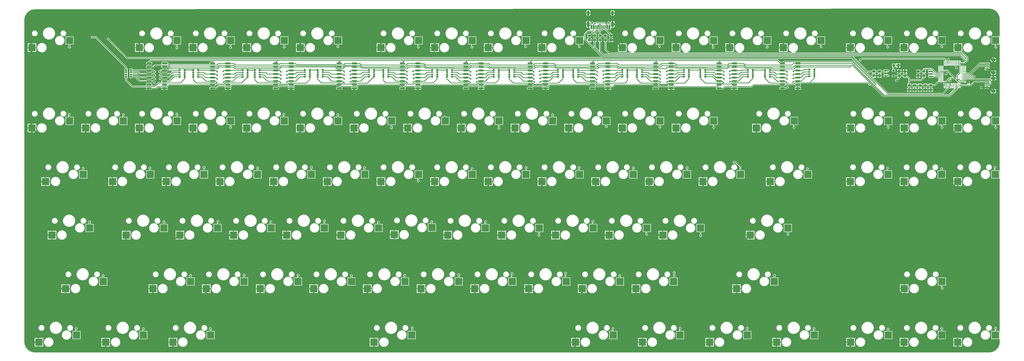
<source format=gbl>
G04*
G04 #@! TF.GenerationSoftware,Altium Limited,Altium Designer,20.0.1 (14)*
G04*
G04 Layer_Physical_Order=2*
G04 Layer_Color=16711680*
%FSLAX24Y24*%
%MOIN*%
G70*
G01*
G75*
%ADD10C,0.0100*%
%ADD12R,0.0366X0.0386*%
%ADD17C,0.0256*%
%ADD18O,0.0394X0.0630*%
%ADD19O,0.0394X0.0827*%
%ADD20C,0.0220*%
%ADD21R,0.1004X0.1004*%
%ADD22R,0.0386X0.0366*%
%ADD23R,0.0315X0.0256*%
%ADD24R,0.0315X0.0197*%
%ADD25O,0.0098X0.0610*%
%ADD26O,0.0610X0.0098*%
G04:AMPARAMS|DCode=27|XSize=15.7mil|YSize=59.1mil|CornerRadius=3.9mil|HoleSize=0mil|Usage=FLASHONLY|Rotation=90.000|XOffset=0mil|YOffset=0mil|HoleType=Round|Shape=RoundedRectangle|*
%AMROUNDEDRECTD27*
21,1,0.0157,0.0512,0,0,90.0*
21,1,0.0079,0.0591,0,0,90.0*
1,1,0.0079,0.0256,0.0039*
1,1,0.0079,0.0256,-0.0039*
1,1,0.0079,-0.0256,-0.0039*
1,1,0.0079,-0.0256,0.0039*
%
%ADD27ROUNDEDRECTD27*%
G04:AMPARAMS|DCode=28|XSize=39.4mil|YSize=59.1mil|CornerRadius=9.8mil|HoleSize=0mil|Usage=FLASHONLY|Rotation=90.000|XOffset=0mil|YOffset=0mil|HoleType=Round|Shape=RoundedRectangle|*
%AMROUNDEDRECTD28*
21,1,0.0394,0.0394,0,0,90.0*
21,1,0.0197,0.0591,0,0,90.0*
1,1,0.0197,0.0197,0.0098*
1,1,0.0197,0.0197,-0.0098*
1,1,0.0197,-0.0197,-0.0098*
1,1,0.0197,-0.0197,0.0098*
%
%ADD28ROUNDEDRECTD28*%
G04:AMPARAMS|DCode=29|XSize=23.6mil|YSize=35mil|CornerRadius=5.9mil|HoleSize=0mil|Usage=FLASHONLY|Rotation=270.000|XOffset=0mil|YOffset=0mil|HoleType=Round|Shape=RoundedRectangle|*
%AMROUNDEDRECTD29*
21,1,0.0236,0.0232,0,0,270.0*
21,1,0.0118,0.0350,0,0,270.0*
1,1,0.0118,-0.0116,-0.0059*
1,1,0.0118,-0.0116,0.0059*
1,1,0.0118,0.0116,0.0059*
1,1,0.0118,0.0116,-0.0059*
%
%ADD29ROUNDEDRECTD29*%
%ADD30O,0.0776X0.0237*%
G04:AMPARAMS|DCode=31|XSize=59.1mil|YSize=11.8mil|CornerRadius=3mil|HoleSize=0mil|Usage=FLASHONLY|Rotation=270.000|XOffset=0mil|YOffset=0mil|HoleType=Round|Shape=RoundedRectangle|*
%AMROUNDEDRECTD31*
21,1,0.0591,0.0059,0,0,270.0*
21,1,0.0531,0.0118,0,0,270.0*
1,1,0.0059,-0.0030,-0.0266*
1,1,0.0059,-0.0030,0.0266*
1,1,0.0059,0.0030,0.0266*
1,1,0.0059,0.0030,-0.0266*
%
%ADD31ROUNDEDRECTD31*%
G04:AMPARAMS|DCode=32|XSize=21.7mil|YSize=57.1mil|CornerRadius=5.4mil|HoleSize=0mil|Usage=FLASHONLY|Rotation=270.000|XOffset=0mil|YOffset=0mil|HoleType=Round|Shape=RoundedRectangle|*
%AMROUNDEDRECTD32*
21,1,0.0217,0.0463,0,0,270.0*
21,1,0.0108,0.0571,0,0,270.0*
1,1,0.0108,-0.0231,-0.0054*
1,1,0.0108,-0.0231,0.0054*
1,1,0.0108,0.0231,0.0054*
1,1,0.0108,0.0231,-0.0054*
%
%ADD32ROUNDEDRECTD32*%
G04:AMPARAMS|DCode=33|XSize=21.7mil|YSize=57.1mil|CornerRadius=5.4mil|HoleSize=0mil|Usage=FLASHONLY|Rotation=270.000|XOffset=0mil|YOffset=0mil|HoleType=Round|Shape=RoundedRectangle|*
%AMROUNDEDRECTD33*
21,1,0.0217,0.0463,0,0,270.0*
21,1,0.0108,0.0571,0,0,270.0*
1,1,0.0108,-0.0231,-0.0054*
1,1,0.0108,-0.0231,0.0054*
1,1,0.0108,0.0231,0.0054*
1,1,0.0108,0.0231,-0.0054*
%
%ADD33ROUNDEDRECTD33*%
%ADD34C,0.0200*%
G36*
X135379Y48536D02*
X135607Y48482D01*
X135824Y48392D01*
X136023Y48269D01*
X136202Y48117D01*
X136354Y47939D01*
X136476Y47739D01*
X136566Y47523D01*
X136621Y47295D01*
X136635Y47109D01*
X136635Y47109D01*
X136639Y47059D01*
Y44699D01*
X136634Y44650D01*
X136589Y44650D01*
X135510D01*
Y43526D01*
X135975D01*
Y43281D01*
X135965Y43274D01*
X135927Y43218D01*
X135914Y43151D01*
X135927Y43085D01*
X135965Y43029D01*
X136021Y42991D01*
X136087Y42978D01*
X136154Y42991D01*
X136210Y43029D01*
X136248Y43085D01*
X136261Y43151D01*
X136248Y43218D01*
X136210Y43274D01*
X136200Y43281D01*
Y43526D01*
X136634Y43526D01*
X136639Y43478D01*
Y33449D01*
X136634Y33400D01*
X136589Y33400D01*
X135510D01*
Y32276D01*
X135975D01*
Y32031D01*
X135965Y32024D01*
X135927Y31968D01*
X135914Y31901D01*
X135927Y31835D01*
X135965Y31779D01*
X136021Y31741D01*
X136087Y31728D01*
X136154Y31741D01*
X136210Y31779D01*
X136248Y31835D01*
X136261Y31901D01*
X136248Y31968D01*
X136210Y32024D01*
X136200Y32031D01*
Y32276D01*
X136634Y32276D01*
X136639Y32228D01*
Y1893D01*
X136640Y1883D01*
X136622Y1659D01*
X136568Y1431D01*
X136478Y1214D01*
X136355Y1014D01*
X136203Y836D01*
X136025Y684D01*
X135825Y561D01*
X135608Y471D01*
X135380Y416D01*
X135156Y399D01*
X135146Y400D01*
X1809D01*
X1809Y400D01*
Y400D01*
X1759Y402D01*
X1578Y416D01*
X1353Y470D01*
X1139Y559D01*
X942Y680D01*
X766Y830D01*
X616Y1006D01*
X495Y1203D01*
X406Y1417D01*
X352Y1642D01*
X335Y1863D01*
X336Y1873D01*
Y1901D01*
Y46966D01*
X335Y46977D01*
X352Y47199D01*
X407Y47426D01*
X496Y47642D01*
X618Y47841D01*
X770Y48019D01*
X948Y48171D01*
X1147Y48293D01*
X1363Y48382D01*
X1590Y48437D01*
X1773Y48451D01*
X1823Y48453D01*
X1823Y48453D01*
X1873Y48453D01*
X135081Y48552D01*
X135088Y48552D01*
X135098Y48551D01*
X135145Y48553D01*
X135148Y48553D01*
X135155Y48554D01*
X135379Y48536D01*
D02*
G37*
%LPC*%
G36*
X82590Y48355D02*
Y47994D01*
X82840D01*
Y48062D01*
X82829Y48139D01*
X82799Y48211D01*
X82752Y48273D01*
X82690Y48321D01*
X82618Y48351D01*
X82590Y48355D01*
D02*
G37*
G36*
X79185D02*
Y47994D01*
X79434D01*
Y48062D01*
X79424Y48139D01*
X79394Y48211D01*
X79346Y48273D01*
X79284Y48321D01*
X79212Y48351D01*
X79185Y48355D01*
D02*
G37*
G36*
X82490Y48355D02*
X82463Y48351D01*
X82390Y48321D01*
X82328Y48273D01*
X82281Y48211D01*
X82251Y48139D01*
X82241Y48062D01*
Y47994D01*
X82490D01*
Y48355D01*
D02*
G37*
G36*
X79085D02*
X79057Y48351D01*
X78985Y48321D01*
X78923Y48273D01*
X78875Y48211D01*
X78845Y48139D01*
X78835Y48062D01*
Y47994D01*
X79085D01*
Y48355D01*
D02*
G37*
G36*
X82840Y47894D02*
X82590D01*
Y47533D01*
X82618Y47536D01*
X82690Y47566D01*
X82752Y47614D01*
X82799Y47676D01*
X82829Y47748D01*
X82840Y47825D01*
Y47894D01*
D02*
G37*
G36*
X79434D02*
X79185D01*
Y47533D01*
X79212Y47536D01*
X79284Y47566D01*
X79346Y47614D01*
X79394Y47676D01*
X79424Y47748D01*
X79434Y47825D01*
Y47894D01*
D02*
G37*
G36*
X82490D02*
X82241D01*
Y47825D01*
X82251Y47748D01*
X82281Y47676D01*
X82328Y47614D01*
X82390Y47566D01*
X82463Y47536D01*
X82490Y47533D01*
Y47894D01*
D02*
G37*
G36*
X79085D02*
X78835D01*
Y47825D01*
X78845Y47748D01*
X78875Y47676D01*
X78923Y47614D01*
X78985Y47566D01*
X79057Y47536D01*
X79085Y47533D01*
Y47894D01*
D02*
G37*
G36*
X82590Y46878D02*
Y46419D01*
X82840D01*
Y46585D01*
X82829Y46663D01*
X82799Y46735D01*
X82752Y46797D01*
X82690Y46845D01*
X82618Y46875D01*
X82590Y46878D01*
D02*
G37*
G36*
X79085Y46878D02*
X79057Y46875D01*
X78985Y46845D01*
X78923Y46797D01*
X78875Y46735D01*
X78845Y46663D01*
X78835Y46585D01*
Y46419D01*
X79085D01*
Y46878D01*
D02*
G37*
G36*
X133262Y45938D02*
X133107D01*
X133101Y45936D01*
X133094Y45937D01*
X132943Y45907D01*
X132937Y45903D01*
X132931D01*
X132788Y45844D01*
X132783Y45839D01*
X132777Y45838D01*
X132648Y45752D01*
X132644Y45747D01*
X132638Y45744D01*
X132529Y45635D01*
X132526Y45629D01*
X132521Y45625D01*
X132435Y45496D01*
X132433Y45490D01*
X132429Y45485D01*
X132370Y45342D01*
Y45336D01*
X132366Y45330D01*
X132336Y45178D01*
X132337Y45172D01*
X132334Y45166D01*
Y45011D01*
X132337Y45005D01*
X132336Y44998D01*
X132366Y44847D01*
X132370Y44841D01*
Y44835D01*
X132429Y44692D01*
X132433Y44687D01*
X132435Y44680D01*
X132521Y44552D01*
X132526Y44548D01*
X132529Y44542D01*
X132638Y44433D01*
X132644Y44430D01*
X132648Y44425D01*
X132777Y44339D01*
X132783Y44337D01*
X132788Y44333D01*
X132931Y44274D01*
X132937D01*
X132943Y44270D01*
X133094Y44240D01*
X133101Y44241D01*
X133107Y44238D01*
X133262D01*
X133268Y44241D01*
X133274Y44240D01*
X133426Y44270D01*
X133432Y44274D01*
X133438D01*
X133581Y44333D01*
X133586Y44337D01*
X133592Y44339D01*
X133721Y44425D01*
X133725Y44430D01*
X133731Y44433D01*
X133840Y44542D01*
X133843Y44548D01*
X133848Y44552D01*
X133934Y44680D01*
X133935Y44687D01*
X133940Y44692D01*
X133999Y44835D01*
Y44841D01*
X134003Y44847D01*
X134033Y44998D01*
X134032Y45005D01*
X134034Y45011D01*
Y45166D01*
X134032Y45172D01*
X134033Y45178D01*
X134003Y45330D01*
X133999Y45336D01*
Y45342D01*
X133940Y45485D01*
X133935Y45490D01*
X133934Y45496D01*
X133848Y45625D01*
X133843Y45629D01*
X133840Y45635D01*
X133731Y45744D01*
X133725Y45747D01*
X133721Y45752D01*
X133592Y45838D01*
X133586Y45839D01*
X133581Y45844D01*
X133438Y45903D01*
X133432D01*
X133426Y45907D01*
X133274Y45937D01*
X133268Y45936D01*
X133262Y45938D01*
D02*
G37*
G36*
X125737D02*
X125582D01*
X125576Y45936D01*
X125569Y45937D01*
X125418Y45907D01*
X125412Y45903D01*
X125406D01*
X125263Y45844D01*
X125258Y45839D01*
X125252Y45838D01*
X125123Y45752D01*
X125119Y45747D01*
X125113Y45744D01*
X125004Y45635D01*
X125001Y45629D01*
X124996Y45625D01*
X124910Y45496D01*
X124908Y45490D01*
X124904Y45485D01*
X124845Y45342D01*
Y45336D01*
X124841Y45330D01*
X124811Y45178D01*
X124812Y45172D01*
X124810Y45166D01*
Y45011D01*
X124812Y45005D01*
X124811Y44998D01*
X124841Y44847D01*
X124845Y44841D01*
Y44835D01*
X124904Y44692D01*
X124908Y44687D01*
X124910Y44680D01*
X124996Y44552D01*
X125001Y44548D01*
X125004Y44542D01*
X125113Y44433D01*
X125119Y44430D01*
X125123Y44425D01*
X125252Y44339D01*
X125258Y44337D01*
X125263Y44333D01*
X125406Y44274D01*
X125412D01*
X125418Y44270D01*
X125569Y44240D01*
X125576Y44241D01*
X125582Y44238D01*
X125737D01*
X125743Y44241D01*
X125749Y44240D01*
X125901Y44270D01*
X125907Y44274D01*
X125913D01*
X126056Y44333D01*
X126061Y44337D01*
X126067Y44339D01*
X126196Y44425D01*
X126200Y44430D01*
X126206Y44433D01*
X126315Y44542D01*
X126318Y44548D01*
X126323Y44552D01*
X126409Y44680D01*
X126410Y44687D01*
X126415Y44692D01*
X126474Y44835D01*
Y44841D01*
X126478Y44847D01*
X126508Y44998D01*
X126507Y45005D01*
X126509Y45011D01*
Y45166D01*
X126507Y45172D01*
X126508Y45178D01*
X126478Y45330D01*
X126474Y45336D01*
Y45342D01*
X126415Y45485D01*
X126410Y45490D01*
X126409Y45496D01*
X126323Y45625D01*
X126318Y45629D01*
X126315Y45635D01*
X126206Y45744D01*
X126200Y45747D01*
X126196Y45752D01*
X126067Y45838D01*
X126061Y45839D01*
X126056Y45844D01*
X125913Y45903D01*
X125907D01*
X125901Y45907D01*
X125749Y45937D01*
X125743Y45936D01*
X125737Y45938D01*
D02*
G37*
G36*
X118212D02*
X118057D01*
X118051Y45936D01*
X118044Y45937D01*
X117893Y45907D01*
X117887Y45903D01*
X117881D01*
X117738Y45844D01*
X117733Y45839D01*
X117727Y45838D01*
X117598Y45752D01*
X117594Y45747D01*
X117588Y45744D01*
X117479Y45635D01*
X117476Y45629D01*
X117471Y45625D01*
X117385Y45496D01*
X117383Y45490D01*
X117379Y45485D01*
X117320Y45342D01*
Y45336D01*
X117316Y45330D01*
X117286Y45178D01*
X117287Y45172D01*
X117284Y45166D01*
Y45011D01*
X117287Y45005D01*
X117286Y44998D01*
X117316Y44847D01*
X117320Y44841D01*
Y44835D01*
X117379Y44692D01*
X117383Y44687D01*
X117385Y44680D01*
X117471Y44552D01*
X117476Y44548D01*
X117479Y44542D01*
X117588Y44433D01*
X117594Y44430D01*
X117598Y44425D01*
X117727Y44339D01*
X117733Y44337D01*
X117738Y44333D01*
X117881Y44274D01*
X117887D01*
X117893Y44270D01*
X118044Y44240D01*
X118051Y44241D01*
X118057Y44238D01*
X118212D01*
X118218Y44241D01*
X118224Y44240D01*
X118376Y44270D01*
X118382Y44274D01*
X118388D01*
X118531Y44333D01*
X118536Y44337D01*
X118542Y44339D01*
X118671Y44425D01*
X118675Y44430D01*
X118681Y44433D01*
X118790Y44542D01*
X118793Y44548D01*
X118798Y44552D01*
X118884Y44680D01*
X118885Y44687D01*
X118890Y44692D01*
X118949Y44835D01*
Y44841D01*
X118953Y44847D01*
X118983Y44998D01*
X118982Y45005D01*
X118984Y45011D01*
Y45166D01*
X118982Y45172D01*
X118983Y45178D01*
X118953Y45330D01*
X118949Y45336D01*
Y45342D01*
X118890Y45485D01*
X118885Y45490D01*
X118884Y45496D01*
X118798Y45625D01*
X118793Y45629D01*
X118790Y45635D01*
X118681Y45744D01*
X118675Y45747D01*
X118671Y45752D01*
X118542Y45838D01*
X118536Y45839D01*
X118531Y45844D01*
X118388Y45903D01*
X118382D01*
X118376Y45907D01*
X118224Y45937D01*
X118218Y45936D01*
X118212Y45938D01*
D02*
G37*
G36*
X108862D02*
X108707D01*
X108701Y45936D01*
X108694Y45937D01*
X108543Y45907D01*
X108537Y45903D01*
X108531D01*
X108388Y45844D01*
X108383Y45839D01*
X108377Y45838D01*
X108248Y45752D01*
X108244Y45747D01*
X108238Y45744D01*
X108129Y45635D01*
X108126Y45629D01*
X108121Y45625D01*
X108035Y45496D01*
X108033Y45490D01*
X108029Y45485D01*
X107970Y45342D01*
Y45336D01*
X107966Y45330D01*
X107936Y45178D01*
X107937Y45172D01*
X107935Y45166D01*
Y45011D01*
X107937Y45005D01*
X107936Y44998D01*
X107966Y44847D01*
X107970Y44841D01*
Y44835D01*
X108029Y44692D01*
X108033Y44687D01*
X108035Y44680D01*
X108121Y44552D01*
X108126Y44548D01*
X108129Y44542D01*
X108238Y44433D01*
X108244Y44430D01*
X108248Y44425D01*
X108377Y44339D01*
X108383Y44337D01*
X108388Y44333D01*
X108531Y44274D01*
X108537D01*
X108543Y44270D01*
X108694Y44240D01*
X108701Y44241D01*
X108707Y44238D01*
X108862D01*
X108868Y44241D01*
X108874Y44240D01*
X109026Y44270D01*
X109032Y44274D01*
X109038D01*
X109181Y44333D01*
X109186Y44337D01*
X109192Y44339D01*
X109321Y44425D01*
X109325Y44430D01*
X109331Y44433D01*
X109440Y44542D01*
X109443Y44548D01*
X109448Y44552D01*
X109534Y44680D01*
X109535Y44687D01*
X109540Y44692D01*
X109599Y44835D01*
Y44841D01*
X109603Y44847D01*
X109633Y44998D01*
X109632Y45005D01*
X109634Y45011D01*
Y45166D01*
X109632Y45172D01*
X109633Y45178D01*
X109603Y45330D01*
X109599Y45336D01*
Y45342D01*
X109540Y45485D01*
X109535Y45490D01*
X109534Y45496D01*
X109448Y45625D01*
X109443Y45629D01*
X109440Y45635D01*
X109331Y45744D01*
X109325Y45747D01*
X109321Y45752D01*
X109192Y45838D01*
X109186Y45839D01*
X109181Y45844D01*
X109038Y45903D01*
X109032D01*
X109026Y45907D01*
X108874Y45937D01*
X108868Y45936D01*
X108862Y45938D01*
D02*
G37*
G36*
X101362D02*
X101207D01*
X101201Y45936D01*
X101194Y45937D01*
X101043Y45907D01*
X101037Y45903D01*
X101031D01*
X100888Y45844D01*
X100883Y45839D01*
X100877Y45838D01*
X100748Y45752D01*
X100744Y45747D01*
X100738Y45744D01*
X100629Y45635D01*
X100626Y45629D01*
X100621Y45625D01*
X100535Y45496D01*
X100533Y45490D01*
X100529Y45485D01*
X100470Y45342D01*
Y45336D01*
X100466Y45330D01*
X100436Y45178D01*
X100437Y45172D01*
X100435Y45166D01*
Y45011D01*
X100437Y45005D01*
X100436Y44998D01*
X100466Y44847D01*
X100470Y44841D01*
Y44835D01*
X100529Y44692D01*
X100533Y44687D01*
X100535Y44680D01*
X100621Y44552D01*
X100626Y44548D01*
X100629Y44542D01*
X100738Y44433D01*
X100744Y44430D01*
X100748Y44425D01*
X100877Y44339D01*
X100883Y44337D01*
X100888Y44333D01*
X101031Y44274D01*
X101037D01*
X101043Y44270D01*
X101194Y44240D01*
X101201Y44241D01*
X101207Y44238D01*
X101362D01*
X101368Y44241D01*
X101374Y44240D01*
X101526Y44270D01*
X101532Y44274D01*
X101538D01*
X101681Y44333D01*
X101686Y44337D01*
X101692Y44339D01*
X101821Y44425D01*
X101825Y44430D01*
X101831Y44433D01*
X101940Y44542D01*
X101943Y44548D01*
X101948Y44552D01*
X102034Y44680D01*
X102035Y44687D01*
X102040Y44692D01*
X102099Y44835D01*
Y44841D01*
X102103Y44847D01*
X102133Y44998D01*
X102132Y45005D01*
X102134Y45011D01*
Y45166D01*
X102132Y45172D01*
X102133Y45178D01*
X102103Y45330D01*
X102099Y45336D01*
Y45342D01*
X102040Y45485D01*
X102035Y45490D01*
X102034Y45496D01*
X101948Y45625D01*
X101943Y45629D01*
X101940Y45635D01*
X101831Y45744D01*
X101825Y45747D01*
X101821Y45752D01*
X101692Y45838D01*
X101686Y45839D01*
X101681Y45844D01*
X101538Y45903D01*
X101532D01*
X101526Y45907D01*
X101374Y45937D01*
X101368Y45936D01*
X101362Y45938D01*
D02*
G37*
G36*
X93862D02*
X93707D01*
X93701Y45936D01*
X93694Y45937D01*
X93543Y45907D01*
X93537Y45903D01*
X93531D01*
X93388Y45844D01*
X93383Y45839D01*
X93377Y45838D01*
X93248Y45752D01*
X93244Y45747D01*
X93238Y45744D01*
X93129Y45635D01*
X93126Y45629D01*
X93121Y45625D01*
X93035Y45496D01*
X93033Y45490D01*
X93029Y45485D01*
X92970Y45342D01*
Y45336D01*
X92966Y45330D01*
X92936Y45178D01*
X92937Y45172D01*
X92935Y45166D01*
Y45011D01*
X92937Y45005D01*
X92936Y44998D01*
X92966Y44847D01*
X92970Y44841D01*
Y44835D01*
X93029Y44692D01*
X93033Y44687D01*
X93035Y44680D01*
X93121Y44552D01*
X93126Y44548D01*
X93129Y44542D01*
X93238Y44433D01*
X93244Y44430D01*
X93248Y44425D01*
X93377Y44339D01*
X93383Y44337D01*
X93388Y44333D01*
X93531Y44274D01*
X93537D01*
X93543Y44270D01*
X93694Y44240D01*
X93701Y44241D01*
X93707Y44238D01*
X93862D01*
X93868Y44241D01*
X93874Y44240D01*
X94026Y44270D01*
X94032Y44274D01*
X94038D01*
X94181Y44333D01*
X94186Y44337D01*
X94192Y44339D01*
X94321Y44425D01*
X94325Y44430D01*
X94331Y44433D01*
X94440Y44542D01*
X94443Y44548D01*
X94448Y44552D01*
X94534Y44680D01*
X94535Y44687D01*
X94540Y44692D01*
X94599Y44835D01*
Y44841D01*
X94603Y44847D01*
X94633Y44998D01*
X94632Y45005D01*
X94634Y45011D01*
Y45166D01*
X94632Y45172D01*
X94633Y45178D01*
X94603Y45330D01*
X94599Y45336D01*
Y45342D01*
X94540Y45485D01*
X94535Y45490D01*
X94534Y45496D01*
X94448Y45625D01*
X94443Y45629D01*
X94440Y45635D01*
X94331Y45744D01*
X94325Y45747D01*
X94321Y45752D01*
X94192Y45838D01*
X94186Y45839D01*
X94181Y45844D01*
X94038Y45903D01*
X94032D01*
X94026Y45907D01*
X93874Y45937D01*
X93868Y45936D01*
X93862Y45938D01*
D02*
G37*
G36*
X86362D02*
X86207D01*
X86201Y45936D01*
X86194Y45937D01*
X86043Y45907D01*
X86037Y45903D01*
X86031D01*
X85888Y45844D01*
X85883Y45839D01*
X85877Y45838D01*
X85748Y45752D01*
X85744Y45747D01*
X85738Y45744D01*
X85629Y45635D01*
X85626Y45629D01*
X85621Y45625D01*
X85535Y45496D01*
X85533Y45490D01*
X85529Y45485D01*
X85470Y45342D01*
Y45336D01*
X85466Y45330D01*
X85436Y45178D01*
X85437Y45172D01*
X85435Y45166D01*
Y45011D01*
X85437Y45005D01*
X85436Y44998D01*
X85466Y44847D01*
X85470Y44841D01*
Y44835D01*
X85529Y44692D01*
X85533Y44687D01*
X85535Y44680D01*
X85621Y44552D01*
X85626Y44548D01*
X85629Y44542D01*
X85738Y44433D01*
X85744Y44430D01*
X85748Y44425D01*
X85877Y44339D01*
X85883Y44337D01*
X85888Y44333D01*
X86031Y44274D01*
X86037D01*
X86043Y44270D01*
X86194Y44240D01*
X86201Y44241D01*
X86207Y44238D01*
X86362D01*
X86368Y44241D01*
X86374Y44240D01*
X86526Y44270D01*
X86532Y44274D01*
X86538D01*
X86681Y44333D01*
X86686Y44337D01*
X86692Y44339D01*
X86821Y44425D01*
X86825Y44430D01*
X86831Y44433D01*
X86940Y44542D01*
X86943Y44548D01*
X86948Y44552D01*
X87034Y44680D01*
X87035Y44687D01*
X87040Y44692D01*
X87099Y44835D01*
Y44841D01*
X87103Y44847D01*
X87133Y44998D01*
X87132Y45005D01*
X87134Y45011D01*
Y45166D01*
X87132Y45172D01*
X87133Y45178D01*
X87103Y45330D01*
X87099Y45336D01*
Y45342D01*
X87040Y45485D01*
X87035Y45490D01*
X87034Y45496D01*
X86948Y45625D01*
X86943Y45629D01*
X86940Y45635D01*
X86831Y45744D01*
X86825Y45747D01*
X86821Y45752D01*
X86692Y45838D01*
X86686Y45839D01*
X86681Y45844D01*
X86538Y45903D01*
X86532D01*
X86526Y45907D01*
X86374Y45937D01*
X86368Y45936D01*
X86362Y45938D01*
D02*
G37*
G36*
X75112D02*
X74957D01*
X74951Y45936D01*
X74944Y45937D01*
X74793Y45907D01*
X74787Y45903D01*
X74781D01*
X74638Y45844D01*
X74633Y45839D01*
X74627Y45838D01*
X74498Y45752D01*
X74494Y45747D01*
X74488Y45744D01*
X74379Y45635D01*
X74376Y45629D01*
X74371Y45625D01*
X74285Y45496D01*
X74283Y45490D01*
X74279Y45485D01*
X74220Y45342D01*
Y45336D01*
X74216Y45330D01*
X74186Y45178D01*
X74187Y45172D01*
X74184Y45166D01*
Y45011D01*
X74187Y45005D01*
X74186Y44998D01*
X74216Y44847D01*
X74220Y44841D01*
Y44835D01*
X74279Y44692D01*
X74283Y44687D01*
X74285Y44680D01*
X74371Y44552D01*
X74376Y44548D01*
X74379Y44542D01*
X74488Y44433D01*
X74494Y44430D01*
X74498Y44425D01*
X74627Y44339D01*
X74633Y44337D01*
X74638Y44333D01*
X74781Y44274D01*
X74787D01*
X74793Y44270D01*
X74944Y44240D01*
X74951Y44241D01*
X74957Y44238D01*
X75112D01*
X75118Y44241D01*
X75124Y44240D01*
X75276Y44270D01*
X75282Y44274D01*
X75288D01*
X75431Y44333D01*
X75436Y44337D01*
X75442Y44339D01*
X75571Y44425D01*
X75575Y44430D01*
X75581Y44433D01*
X75690Y44542D01*
X75693Y44548D01*
X75698Y44552D01*
X75784Y44680D01*
X75785Y44687D01*
X75790Y44692D01*
X75849Y44835D01*
Y44841D01*
X75853Y44847D01*
X75883Y44998D01*
X75882Y45005D01*
X75884Y45011D01*
Y45166D01*
X75882Y45172D01*
X75883Y45178D01*
X75853Y45330D01*
X75849Y45336D01*
Y45342D01*
X75790Y45485D01*
X75785Y45490D01*
X75784Y45496D01*
X75698Y45625D01*
X75693Y45629D01*
X75690Y45635D01*
X75581Y45744D01*
X75575Y45747D01*
X75571Y45752D01*
X75442Y45838D01*
X75436Y45839D01*
X75431Y45844D01*
X75288Y45903D01*
X75282D01*
X75276Y45907D01*
X75124Y45937D01*
X75118Y45936D01*
X75112Y45938D01*
D02*
G37*
G36*
X67612D02*
X67457D01*
X67451Y45936D01*
X67444Y45937D01*
X67293Y45907D01*
X67287Y45903D01*
X67281D01*
X67138Y45844D01*
X67133Y45839D01*
X67127Y45838D01*
X66998Y45752D01*
X66994Y45747D01*
X66988Y45744D01*
X66879Y45635D01*
X66876Y45629D01*
X66871Y45625D01*
X66785Y45496D01*
X66783Y45490D01*
X66779Y45485D01*
X66720Y45342D01*
Y45336D01*
X66716Y45330D01*
X66686Y45178D01*
X66687Y45172D01*
X66684Y45166D01*
Y45011D01*
X66687Y45005D01*
X66686Y44998D01*
X66716Y44847D01*
X66720Y44841D01*
Y44835D01*
X66779Y44692D01*
X66783Y44687D01*
X66785Y44680D01*
X66871Y44552D01*
X66876Y44548D01*
X66879Y44542D01*
X66988Y44433D01*
X66994Y44430D01*
X66998Y44425D01*
X67127Y44339D01*
X67133Y44337D01*
X67138Y44333D01*
X67281Y44274D01*
X67287D01*
X67293Y44270D01*
X67444Y44240D01*
X67451Y44241D01*
X67457Y44238D01*
X67612D01*
X67618Y44241D01*
X67624Y44240D01*
X67776Y44270D01*
X67782Y44274D01*
X67788D01*
X67931Y44333D01*
X67936Y44337D01*
X67942Y44339D01*
X68071Y44425D01*
X68075Y44430D01*
X68081Y44433D01*
X68190Y44542D01*
X68193Y44548D01*
X68198Y44552D01*
X68284Y44680D01*
X68285Y44687D01*
X68290Y44692D01*
X68349Y44835D01*
Y44841D01*
X68353Y44847D01*
X68383Y44998D01*
X68382Y45005D01*
X68384Y45011D01*
Y45166D01*
X68382Y45172D01*
X68383Y45178D01*
X68353Y45330D01*
X68349Y45336D01*
Y45342D01*
X68290Y45485D01*
X68285Y45490D01*
X68284Y45496D01*
X68198Y45625D01*
X68193Y45629D01*
X68190Y45635D01*
X68081Y45744D01*
X68075Y45747D01*
X68071Y45752D01*
X67942Y45838D01*
X67936Y45839D01*
X67931Y45844D01*
X67788Y45903D01*
X67782D01*
X67776Y45907D01*
X67624Y45937D01*
X67618Y45936D01*
X67612Y45938D01*
D02*
G37*
G36*
X60112D02*
X59957D01*
X59951Y45936D01*
X59944Y45937D01*
X59793Y45907D01*
X59787Y45903D01*
X59781D01*
X59638Y45844D01*
X59633Y45839D01*
X59627Y45838D01*
X59498Y45752D01*
X59494Y45747D01*
X59488Y45744D01*
X59379Y45635D01*
X59376Y45629D01*
X59371Y45625D01*
X59285Y45496D01*
X59283Y45490D01*
X59279Y45485D01*
X59220Y45342D01*
Y45336D01*
X59216Y45330D01*
X59186Y45178D01*
X59187Y45172D01*
X59184Y45166D01*
Y45011D01*
X59187Y45005D01*
X59186Y44998D01*
X59216Y44847D01*
X59220Y44841D01*
Y44835D01*
X59279Y44692D01*
X59283Y44687D01*
X59285Y44680D01*
X59371Y44552D01*
X59376Y44548D01*
X59379Y44542D01*
X59488Y44433D01*
X59494Y44430D01*
X59498Y44425D01*
X59627Y44339D01*
X59633Y44337D01*
X59638Y44333D01*
X59781Y44274D01*
X59787D01*
X59793Y44270D01*
X59944Y44240D01*
X59951Y44241D01*
X59957Y44238D01*
X60112D01*
X60118Y44241D01*
X60124Y44240D01*
X60276Y44270D01*
X60282Y44274D01*
X60288D01*
X60431Y44333D01*
X60436Y44337D01*
X60442Y44339D01*
X60571Y44425D01*
X60575Y44430D01*
X60581Y44433D01*
X60690Y44542D01*
X60693Y44548D01*
X60698Y44552D01*
X60784Y44680D01*
X60785Y44687D01*
X60790Y44692D01*
X60849Y44835D01*
Y44841D01*
X60853Y44847D01*
X60883Y44998D01*
X60882Y45005D01*
X60884Y45011D01*
Y45166D01*
X60882Y45172D01*
X60883Y45178D01*
X60853Y45330D01*
X60849Y45336D01*
Y45342D01*
X60790Y45485D01*
X60785Y45490D01*
X60784Y45496D01*
X60698Y45625D01*
X60693Y45629D01*
X60690Y45635D01*
X60581Y45744D01*
X60575Y45747D01*
X60571Y45752D01*
X60442Y45838D01*
X60436Y45839D01*
X60431Y45844D01*
X60288Y45903D01*
X60282D01*
X60276Y45907D01*
X60124Y45937D01*
X60118Y45936D01*
X60112Y45938D01*
D02*
G37*
G36*
X52612D02*
X52457D01*
X52451Y45936D01*
X52444Y45937D01*
X52293Y45907D01*
X52287Y45903D01*
X52281D01*
X52138Y45844D01*
X52133Y45839D01*
X52127Y45838D01*
X51998Y45752D01*
X51994Y45747D01*
X51988Y45744D01*
X51879Y45635D01*
X51876Y45629D01*
X51871Y45625D01*
X51785Y45496D01*
X51783Y45490D01*
X51779Y45485D01*
X51720Y45342D01*
Y45336D01*
X51716Y45330D01*
X51686Y45178D01*
X51687Y45172D01*
X51684Y45166D01*
Y45011D01*
X51687Y45005D01*
X51686Y44998D01*
X51716Y44847D01*
X51720Y44841D01*
Y44835D01*
X51779Y44692D01*
X51783Y44687D01*
X51785Y44680D01*
X51871Y44552D01*
X51876Y44548D01*
X51879Y44542D01*
X51988Y44433D01*
X51994Y44430D01*
X51998Y44425D01*
X52127Y44339D01*
X52133Y44337D01*
X52138Y44333D01*
X52281Y44274D01*
X52287D01*
X52293Y44270D01*
X52444Y44240D01*
X52451Y44241D01*
X52457Y44238D01*
X52612D01*
X52618Y44241D01*
X52624Y44240D01*
X52776Y44270D01*
X52782Y44274D01*
X52788D01*
X52931Y44333D01*
X52936Y44337D01*
X52942Y44339D01*
X53071Y44425D01*
X53075Y44430D01*
X53081Y44433D01*
X53190Y44542D01*
X53193Y44548D01*
X53198Y44552D01*
X53284Y44680D01*
X53285Y44687D01*
X53290Y44692D01*
X53349Y44835D01*
Y44841D01*
X53353Y44847D01*
X53383Y44998D01*
X53382Y45005D01*
X53384Y45011D01*
Y45166D01*
X53382Y45172D01*
X53383Y45178D01*
X53353Y45330D01*
X53349Y45336D01*
Y45342D01*
X53290Y45485D01*
X53285Y45490D01*
X53284Y45496D01*
X53198Y45625D01*
X53193Y45629D01*
X53190Y45635D01*
X53081Y45744D01*
X53075Y45747D01*
X53071Y45752D01*
X52942Y45838D01*
X52936Y45839D01*
X52931Y45844D01*
X52788Y45903D01*
X52782D01*
X52776Y45907D01*
X52624Y45937D01*
X52618Y45936D01*
X52612Y45938D01*
D02*
G37*
G36*
X41362D02*
X41207D01*
X41201Y45936D01*
X41194Y45937D01*
X41043Y45907D01*
X41037Y45903D01*
X41031D01*
X40888Y45844D01*
X40883Y45839D01*
X40877Y45838D01*
X40748Y45752D01*
X40744Y45747D01*
X40738Y45744D01*
X40629Y45635D01*
X40626Y45629D01*
X40621Y45625D01*
X40535Y45496D01*
X40533Y45490D01*
X40529Y45485D01*
X40470Y45342D01*
Y45336D01*
X40466Y45330D01*
X40436Y45178D01*
X40437Y45172D01*
X40434Y45166D01*
Y45011D01*
X40437Y45005D01*
X40436Y44998D01*
X40466Y44847D01*
X40470Y44841D01*
Y44835D01*
X40529Y44692D01*
X40533Y44687D01*
X40535Y44680D01*
X40621Y44552D01*
X40626Y44548D01*
X40629Y44542D01*
X40738Y44433D01*
X40744Y44430D01*
X40748Y44425D01*
X40877Y44339D01*
X40883Y44337D01*
X40888Y44333D01*
X41031Y44274D01*
X41037D01*
X41043Y44270D01*
X41194Y44240D01*
X41201Y44241D01*
X41207Y44238D01*
X41362D01*
X41368Y44241D01*
X41374Y44240D01*
X41526Y44270D01*
X41532Y44274D01*
X41538D01*
X41681Y44333D01*
X41686Y44337D01*
X41692Y44339D01*
X41821Y44425D01*
X41825Y44430D01*
X41831Y44433D01*
X41940Y44542D01*
X41943Y44548D01*
X41948Y44552D01*
X42034Y44680D01*
X42035Y44687D01*
X42040Y44692D01*
X42099Y44835D01*
Y44841D01*
X42103Y44847D01*
X42133Y44998D01*
X42132Y45005D01*
X42134Y45011D01*
Y45166D01*
X42132Y45172D01*
X42133Y45178D01*
X42103Y45330D01*
X42099Y45336D01*
Y45342D01*
X42040Y45485D01*
X42035Y45490D01*
X42034Y45496D01*
X41948Y45625D01*
X41943Y45629D01*
X41940Y45635D01*
X41831Y45744D01*
X41825Y45747D01*
X41821Y45752D01*
X41692Y45838D01*
X41686Y45839D01*
X41681Y45844D01*
X41538Y45903D01*
X41532D01*
X41526Y45907D01*
X41374Y45937D01*
X41368Y45936D01*
X41362Y45938D01*
D02*
G37*
G36*
X33862D02*
X33707D01*
X33701Y45936D01*
X33694Y45937D01*
X33543Y45907D01*
X33537Y45903D01*
X33531D01*
X33388Y45844D01*
X33383Y45839D01*
X33377Y45838D01*
X33248Y45752D01*
X33244Y45747D01*
X33238Y45744D01*
X33129Y45635D01*
X33126Y45629D01*
X33121Y45625D01*
X33035Y45496D01*
X33033Y45490D01*
X33029Y45485D01*
X32970Y45342D01*
Y45336D01*
X32966Y45330D01*
X32936Y45178D01*
X32937Y45172D01*
X32935Y45166D01*
Y45011D01*
X32937Y45005D01*
X32936Y44998D01*
X32966Y44847D01*
X32970Y44841D01*
Y44835D01*
X33029Y44692D01*
X33033Y44687D01*
X33035Y44680D01*
X33121Y44552D01*
X33126Y44548D01*
X33129Y44542D01*
X33238Y44433D01*
X33244Y44430D01*
X33248Y44425D01*
X33377Y44339D01*
X33383Y44337D01*
X33388Y44333D01*
X33531Y44274D01*
X33537D01*
X33543Y44270D01*
X33694Y44240D01*
X33701Y44241D01*
X33707Y44238D01*
X33862D01*
X33868Y44241D01*
X33874Y44240D01*
X34026Y44270D01*
X34032Y44274D01*
X34038D01*
X34181Y44333D01*
X34186Y44337D01*
X34192Y44339D01*
X34321Y44425D01*
X34325Y44430D01*
X34331Y44433D01*
X34440Y44542D01*
X34443Y44548D01*
X34448Y44552D01*
X34534Y44680D01*
X34535Y44687D01*
X34540Y44692D01*
X34599Y44835D01*
Y44841D01*
X34603Y44847D01*
X34633Y44998D01*
X34632Y45005D01*
X34634Y45011D01*
Y45166D01*
X34632Y45172D01*
X34633Y45178D01*
X34603Y45330D01*
X34599Y45336D01*
Y45342D01*
X34540Y45485D01*
X34535Y45490D01*
X34534Y45496D01*
X34448Y45625D01*
X34443Y45629D01*
X34440Y45635D01*
X34331Y45744D01*
X34325Y45747D01*
X34321Y45752D01*
X34192Y45838D01*
X34186Y45839D01*
X34181Y45844D01*
X34038Y45903D01*
X34032D01*
X34026Y45907D01*
X33874Y45937D01*
X33868Y45936D01*
X33862Y45938D01*
D02*
G37*
G36*
X26362D02*
X26207D01*
X26201Y45936D01*
X26194Y45937D01*
X26043Y45907D01*
X26037Y45903D01*
X26031D01*
X25888Y45844D01*
X25883Y45839D01*
X25877Y45838D01*
X25748Y45752D01*
X25744Y45747D01*
X25738Y45744D01*
X25629Y45635D01*
X25626Y45629D01*
X25621Y45625D01*
X25535Y45496D01*
X25533Y45490D01*
X25529Y45485D01*
X25470Y45342D01*
Y45336D01*
X25466Y45330D01*
X25436Y45178D01*
X25437Y45172D01*
X25435Y45166D01*
Y45011D01*
X25437Y45005D01*
X25436Y44998D01*
X25466Y44847D01*
X25470Y44841D01*
Y44835D01*
X25529Y44692D01*
X25533Y44687D01*
X25535Y44680D01*
X25621Y44552D01*
X25626Y44548D01*
X25629Y44542D01*
X25738Y44433D01*
X25744Y44430D01*
X25748Y44425D01*
X25877Y44339D01*
X25883Y44337D01*
X25888Y44333D01*
X26031Y44274D01*
X26037D01*
X26043Y44270D01*
X26194Y44240D01*
X26201Y44241D01*
X26207Y44238D01*
X26362D01*
X26368Y44241D01*
X26374Y44240D01*
X26526Y44270D01*
X26532Y44274D01*
X26538D01*
X26681Y44333D01*
X26686Y44337D01*
X26692Y44339D01*
X26821Y44425D01*
X26825Y44430D01*
X26831Y44433D01*
X26940Y44542D01*
X26943Y44548D01*
X26948Y44552D01*
X27034Y44680D01*
X27035Y44687D01*
X27040Y44692D01*
X27099Y44835D01*
Y44841D01*
X27103Y44847D01*
X27133Y44998D01*
X27132Y45005D01*
X27134Y45011D01*
Y45166D01*
X27132Y45172D01*
X27133Y45178D01*
X27103Y45330D01*
X27099Y45336D01*
Y45342D01*
X27040Y45485D01*
X27035Y45490D01*
X27034Y45496D01*
X26948Y45625D01*
X26943Y45629D01*
X26940Y45635D01*
X26831Y45744D01*
X26825Y45747D01*
X26821Y45752D01*
X26692Y45838D01*
X26686Y45839D01*
X26681Y45844D01*
X26538Y45903D01*
X26532D01*
X26526Y45907D01*
X26374Y45937D01*
X26368Y45936D01*
X26362Y45938D01*
D02*
G37*
G36*
X18862D02*
X18707D01*
X18701Y45936D01*
X18694Y45937D01*
X18543Y45907D01*
X18537Y45903D01*
X18531D01*
X18388Y45844D01*
X18383Y45839D01*
X18377Y45838D01*
X18248Y45752D01*
X18244Y45747D01*
X18238Y45744D01*
X18129Y45635D01*
X18126Y45629D01*
X18121Y45625D01*
X18035Y45496D01*
X18033Y45490D01*
X18029Y45485D01*
X17970Y45342D01*
Y45336D01*
X17966Y45330D01*
X17936Y45178D01*
X17937Y45172D01*
X17934Y45166D01*
Y45011D01*
X17937Y45005D01*
X17936Y44998D01*
X17966Y44847D01*
X17970Y44841D01*
Y44835D01*
X18029Y44692D01*
X18033Y44687D01*
X18035Y44680D01*
X18121Y44552D01*
X18126Y44548D01*
X18129Y44542D01*
X18238Y44433D01*
X18244Y44430D01*
X18248Y44425D01*
X18377Y44339D01*
X18383Y44337D01*
X18388Y44333D01*
X18531Y44274D01*
X18537D01*
X18543Y44270D01*
X18694Y44240D01*
X18701Y44241D01*
X18707Y44238D01*
X18862D01*
X18868Y44241D01*
X18874Y44240D01*
X19026Y44270D01*
X19032Y44274D01*
X19038D01*
X19181Y44333D01*
X19186Y44337D01*
X19192Y44339D01*
X19321Y44425D01*
X19325Y44430D01*
X19331Y44433D01*
X19440Y44542D01*
X19443Y44548D01*
X19448Y44552D01*
X19534Y44680D01*
X19535Y44687D01*
X19540Y44692D01*
X19599Y44835D01*
Y44841D01*
X19603Y44847D01*
X19633Y44998D01*
X19632Y45005D01*
X19634Y45011D01*
Y45166D01*
X19632Y45172D01*
X19633Y45178D01*
X19603Y45330D01*
X19599Y45336D01*
Y45342D01*
X19540Y45485D01*
X19535Y45490D01*
X19534Y45496D01*
X19448Y45625D01*
X19443Y45629D01*
X19440Y45635D01*
X19331Y45744D01*
X19325Y45747D01*
X19321Y45752D01*
X19192Y45838D01*
X19186Y45839D01*
X19181Y45844D01*
X19038Y45903D01*
X19032D01*
X19026Y45907D01*
X18874Y45937D01*
X18868Y45936D01*
X18862Y45938D01*
D02*
G37*
G36*
X3862D02*
X3707D01*
X3701Y45936D01*
X3694Y45937D01*
X3543Y45907D01*
X3537Y45903D01*
X3531D01*
X3388Y45844D01*
X3383Y45839D01*
X3377Y45838D01*
X3248Y45752D01*
X3244Y45747D01*
X3238Y45744D01*
X3129Y45635D01*
X3126Y45629D01*
X3121Y45625D01*
X3035Y45496D01*
X3033Y45490D01*
X3029Y45485D01*
X2970Y45342D01*
Y45336D01*
X2966Y45330D01*
X2936Y45178D01*
X2937Y45172D01*
X2934Y45166D01*
Y45011D01*
X2937Y45005D01*
X2936Y44998D01*
X2966Y44847D01*
X2970Y44841D01*
Y44835D01*
X3029Y44692D01*
X3033Y44687D01*
X3035Y44680D01*
X3121Y44552D01*
X3126Y44548D01*
X3129Y44542D01*
X3238Y44433D01*
X3244Y44430D01*
X3248Y44425D01*
X3377Y44339D01*
X3383Y44337D01*
X3388Y44333D01*
X3531Y44274D01*
X3537D01*
X3543Y44270D01*
X3694Y44240D01*
X3701Y44241D01*
X3707Y44238D01*
X3862D01*
X3868Y44241D01*
X3874Y44240D01*
X4026Y44270D01*
X4032Y44274D01*
X4038D01*
X4181Y44333D01*
X4186Y44337D01*
X4192Y44339D01*
X4321Y44425D01*
X4325Y44430D01*
X4331Y44433D01*
X4440Y44542D01*
X4443Y44548D01*
X4448Y44552D01*
X4534Y44680D01*
X4535Y44687D01*
X4540Y44692D01*
X4599Y44835D01*
Y44841D01*
X4603Y44847D01*
X4633Y44998D01*
X4632Y45005D01*
X4634Y45011D01*
Y45166D01*
X4632Y45172D01*
X4633Y45178D01*
X4603Y45330D01*
X4599Y45336D01*
Y45342D01*
X4540Y45485D01*
X4535Y45490D01*
X4534Y45496D01*
X4448Y45625D01*
X4443Y45629D01*
X4440Y45635D01*
X4331Y45744D01*
X4325Y45747D01*
X4321Y45752D01*
X4192Y45838D01*
X4186Y45839D01*
X4181Y45844D01*
X4038Y45903D01*
X4032D01*
X4026Y45907D01*
X3874Y45937D01*
X3868Y45936D01*
X3862Y45938D01*
D02*
G37*
G36*
X82840Y46319D02*
X82590D01*
Y45859D01*
X82618Y45863D01*
X82690Y45893D01*
X82752Y45941D01*
X82799Y46003D01*
X82829Y46075D01*
X82840Y46152D01*
Y46319D01*
D02*
G37*
G36*
X82490Y46878D02*
X82463Y46875D01*
X82390Y46845D01*
X82328Y46797D01*
X82281Y46735D01*
X82251Y46663D01*
X82241Y46585D01*
Y46397D01*
X82206Y46369D01*
Y45959D01*
Y45566D01*
X82236Y45572D01*
X82279Y45600D01*
X82308Y45643D01*
X82318Y45694D01*
Y45886D01*
X82368Y45910D01*
X82390Y45893D01*
X82463Y45863D01*
X82490Y45859D01*
Y46369D01*
Y46878D01*
D02*
G37*
G36*
X79085Y46319D02*
X78835D01*
Y46152D01*
X78845Y46075D01*
X78875Y46003D01*
X78923Y45941D01*
X78985Y45893D01*
X79057Y45863D01*
X79085Y45859D01*
Y46319D01*
D02*
G37*
G36*
X79185Y46878D02*
Y46369D01*
Y45859D01*
X79212Y45863D01*
X79284Y45893D01*
X79307Y45910D01*
X79357Y45886D01*
Y45694D01*
X79367Y45643D01*
X79396Y45600D01*
X79438Y45572D01*
X79478Y45564D01*
X79474Y45514D01*
X79087D01*
X79087Y45514D01*
X79045Y45505D01*
X79008Y45481D01*
X79008Y45481D01*
X78558Y45031D01*
X78534Y44994D01*
X78525Y44951D01*
X78525Y44951D01*
Y44673D01*
X78484Y44650D01*
X78475Y44650D01*
X77360D01*
Y43526D01*
X77775D01*
Y43331D01*
X77765Y43324D01*
X77727Y43268D01*
X77714Y43201D01*
X77727Y43135D01*
X77765Y43079D01*
X77821Y43041D01*
X77887Y43028D01*
X77954Y43041D01*
X78010Y43079D01*
X78048Y43135D01*
X78061Y43201D01*
X78048Y43268D01*
X78010Y43324D01*
X78000Y43331D01*
Y43526D01*
X78484D01*
Y44219D01*
X78534Y44227D01*
X78558Y44191D01*
X80939Y41810D01*
X80920Y41764D01*
X14734D01*
X12208Y44289D01*
X12211Y44301D01*
X12198Y44368D01*
X12160Y44424D01*
X12104Y44462D01*
X12037Y44475D01*
X11971Y44462D01*
X11915Y44424D01*
X11877Y44368D01*
X11864Y44301D01*
X11877Y44235D01*
X11915Y44179D01*
X11971Y44141D01*
X12037Y44128D01*
X12050Y44131D01*
X14608Y41572D01*
X14645Y41548D01*
X14687Y41539D01*
X14687Y41539D01*
X115953D01*
X119295Y38198D01*
X119277Y38145D01*
X119255Y38143D01*
X116188Y41209D01*
X116152Y41234D01*
X116109Y41242D01*
X116109Y41242D01*
X106500D01*
X106500Y41242D01*
X106457Y41234D01*
X106421Y41209D01*
X106421Y41209D01*
X106295Y41083D01*
X106002D01*
X105983Y41080D01*
X105682Y41381D01*
X105645Y41405D01*
X105602Y41414D01*
X105602Y41414D01*
X97587D01*
X97587Y41414D01*
X97587Y41414D01*
X88737D01*
X88737Y41414D01*
X88737Y41414D01*
X79937D01*
X79937Y41414D01*
X79937Y41414D01*
X71237D01*
X71237Y41414D01*
X71237Y41414D01*
X62237D01*
X62237Y41414D01*
X62237Y41414D01*
X44487D01*
X44487Y41414D01*
X44487Y41414D01*
X35687D01*
X35687Y41414D01*
X35687Y41414D01*
X26787D01*
X26787Y41414D01*
X26787Y41414D01*
X17937D01*
X17937Y41414D01*
X17895Y41405D01*
X17858Y41381D01*
X17695Y41217D01*
X17671Y41181D01*
X17662Y41138D01*
X17662Y41138D01*
Y41083D01*
X17502D01*
X17433Y41070D01*
X17374Y41030D01*
X17334Y40971D01*
X17320Y40901D01*
X17334Y40832D01*
X17374Y40773D01*
X17433Y40733D01*
X17502Y40719D01*
X18041D01*
X18111Y40733D01*
X18170Y40773D01*
X18209Y40832D01*
X18223Y40901D01*
X18209Y40971D01*
X18170Y41030D01*
X18111Y41070D01*
X18041Y41083D01*
X17949D01*
X17928Y41133D01*
X17984Y41189D01*
X26494D01*
X26525Y41151D01*
X26525Y41151D01*
Y41083D01*
X26352D01*
X26283Y41070D01*
X26224Y41030D01*
X26184Y40971D01*
X26170Y40901D01*
X26184Y40835D01*
X26183Y40824D01*
X26162Y40785D01*
X20837Y40785D01*
X20665D01*
X20469Y40981D01*
X20433Y41005D01*
X20390Y41014D01*
X20390Y41014D01*
X20335D01*
X20324Y41030D01*
X20265Y41070D01*
X20195Y41083D01*
X19656D01*
X19587Y41070D01*
X19528Y41030D01*
X19488Y40971D01*
X19474Y40901D01*
X19488Y40832D01*
X19515Y40792D01*
X19490Y40742D01*
X18616D01*
X18616Y40742D01*
X18573Y40734D01*
X18537Y40709D01*
X18537Y40709D01*
X18341Y40514D01*
X18181D01*
X18170Y40530D01*
X18111Y40570D01*
X18041Y40583D01*
X17502D01*
X17433Y40570D01*
X17374Y40530D01*
X17334Y40471D01*
X17320Y40401D01*
X17334Y40332D01*
X17374Y40273D01*
X17433Y40233D01*
X17502Y40219D01*
X18041D01*
X18111Y40233D01*
X18170Y40273D01*
X18181Y40289D01*
X18387D01*
X18387Y40289D01*
X18430Y40298D01*
X18467Y40322D01*
X18662Y40518D01*
X19466D01*
X19487Y40479D01*
X19488Y40468D01*
X19474Y40401D01*
X19488Y40332D01*
X19528Y40273D01*
X19587Y40233D01*
X19656Y40219D01*
X20195D01*
X20265Y40233D01*
X20324Y40273D01*
X20335Y40289D01*
X20391D01*
X20598Y40083D01*
X20626Y40064D01*
X20623Y40029D01*
X20618Y40014D01*
X20335D01*
X20324Y40030D01*
X20265Y40070D01*
X20195Y40083D01*
X19656D01*
X19587Y40070D01*
X19528Y40030D01*
X19517Y40014D01*
X19387D01*
X19387Y40014D01*
X19345Y40005D01*
X19308Y39981D01*
X19250Y39922D01*
X19237Y39925D01*
X19171Y39912D01*
X19115Y39874D01*
X19077Y39818D01*
X19064Y39751D01*
X19077Y39685D01*
X19115Y39629D01*
X19171Y39591D01*
X19237Y39578D01*
X19304Y39591D01*
X19360Y39629D01*
X19398Y39685D01*
X19411Y39751D01*
X19447Y39789D01*
X19517D01*
X19528Y39773D01*
X19587Y39733D01*
X19656Y39719D01*
X20195D01*
X20265Y39733D01*
X20324Y39773D01*
X20335Y39789D01*
X20952D01*
X20967Y39739D01*
X20966Y39738D01*
X20741Y39514D01*
X20335D01*
X20324Y39530D01*
X20265Y39570D01*
X20195Y39583D01*
X19656D01*
X19587Y39570D01*
X19528Y39530D01*
X19517Y39514D01*
X19437D01*
X19437Y39514D01*
X19395Y39505D01*
X19358Y39481D01*
X19300Y39422D01*
X19287Y39425D01*
X19221Y39412D01*
X19165Y39374D01*
X19127Y39318D01*
X19114Y39251D01*
X19127Y39185D01*
X19165Y39129D01*
X19221Y39091D01*
X19287Y39078D01*
X19354Y39091D01*
X19410Y39129D01*
X19448Y39185D01*
X19461Y39251D01*
X19480Y39272D01*
X19528Y39273D01*
X19587Y39233D01*
X19656Y39219D01*
X20195D01*
X20265Y39233D01*
X20324Y39273D01*
X20335Y39289D01*
X20746D01*
X20767Y39239D01*
X20541Y39014D01*
X20335D01*
X20324Y39030D01*
X20265Y39070D01*
X20195Y39083D01*
X19656D01*
X19587Y39070D01*
X19528Y39030D01*
X19517Y39014D01*
X19437D01*
X19437Y39014D01*
X19395Y39005D01*
X19358Y38981D01*
X19300Y38922D01*
X19287Y38925D01*
X19221Y38912D01*
X19165Y38874D01*
X19127Y38818D01*
X19114Y38751D01*
X19127Y38685D01*
X19165Y38629D01*
X19221Y38591D01*
X19287Y38578D01*
X19354Y38591D01*
X19410Y38629D01*
X19448Y38685D01*
X19461Y38751D01*
X19480Y38772D01*
X19528Y38773D01*
X19587Y38733D01*
X19656Y38719D01*
X20195D01*
X20265Y38733D01*
X20324Y38773D01*
X20335Y38789D01*
X20587D01*
X20587Y38789D01*
X20630Y38798D01*
X20667Y38822D01*
X21026Y39182D01*
X21163D01*
X21172Y39133D01*
X21136Y39108D01*
X21136Y39108D01*
X20541Y38514D01*
X20335D01*
X20324Y38530D01*
X20265Y38570D01*
X20195Y38583D01*
X19656D01*
X19587Y38570D01*
X19528Y38530D01*
X19488Y38471D01*
X19474Y38401D01*
X19488Y38332D01*
X19500Y38314D01*
X19474Y38264D01*
X19087D01*
X19087Y38264D01*
X19045Y38255D01*
X19008Y38231D01*
X19008Y38231D01*
X18541Y37764D01*
X18224D01*
X18197Y37814D01*
X18209Y37832D01*
X18223Y37901D01*
X18209Y37971D01*
X18170Y38030D01*
X18111Y38070D01*
X18041Y38083D01*
X17502D01*
X17433Y38070D01*
X17374Y38030D01*
X17334Y37971D01*
X17320Y37901D01*
X17334Y37832D01*
X17346Y37814D01*
X17320Y37764D01*
X15484D01*
X14645Y38602D01*
Y38841D01*
X14751D01*
Y39186D01*
Y39501D01*
Y39786D01*
Y40162D01*
X14645D01*
Y40356D01*
X14645Y40356D01*
X14637Y40399D01*
X14612Y40435D01*
X14612Y40435D01*
X10417Y44631D01*
X10380Y44655D01*
X10337Y44664D01*
X10337Y44664D01*
X9917D01*
X9910Y44674D01*
X9854Y44712D01*
X9787Y44725D01*
X9721Y44712D01*
X9665Y44674D01*
X9627Y44618D01*
X9614Y44551D01*
X9627Y44485D01*
X9665Y44429D01*
X9721Y44391D01*
X9787Y44378D01*
X9854Y44391D01*
X9910Y44429D01*
X9917Y44439D01*
X10291D01*
X14421Y40309D01*
Y40162D01*
X14316D01*
Y39786D01*
Y39501D01*
Y39186D01*
Y38841D01*
X14421D01*
Y38556D01*
X14421Y38556D01*
X14429Y38513D01*
X14454Y38477D01*
X15358Y37572D01*
X15395Y37548D01*
X15437Y37539D01*
X15437Y37539D01*
X17320D01*
X17346Y37489D01*
X17334Y37471D01*
X17320Y37401D01*
X17334Y37332D01*
X17374Y37273D01*
X17433Y37233D01*
X17502Y37219D01*
X18041D01*
X18111Y37233D01*
X18170Y37273D01*
X18181Y37289D01*
X18771D01*
X18771Y37289D01*
X18814Y37298D01*
X18850Y37322D01*
X19067Y37539D01*
X19433D01*
X19456Y37495D01*
X19451Y37487D01*
X19444Y37451D01*
X19754D01*
Y37486D01*
X20030D01*
Y37451D01*
X20408D01*
X20401Y37487D01*
X20373Y37529D01*
X20354Y37561D01*
X20378Y37602D01*
X20565Y37789D01*
X26213D01*
X26224Y37773D01*
X26283Y37733D01*
X26352Y37719D01*
X26891D01*
X26961Y37733D01*
X27020Y37773D01*
X27059Y37832D01*
X27062Y37842D01*
X27119Y37872D01*
X27134Y37869D01*
X27134Y37869D01*
X28229D01*
X28229Y37869D01*
X28271Y37878D01*
X28317Y37859D01*
X28326Y37831D01*
X28294Y37785D01*
X27459D01*
X27459Y37785D01*
X27416Y37777D01*
X27380Y37752D01*
X27380Y37752D01*
X27141Y37514D01*
X27031D01*
X27020Y37530D01*
X26961Y37570D01*
X26891Y37583D01*
X26352D01*
X26283Y37570D01*
X26224Y37530D01*
X26184Y37471D01*
X26170Y37401D01*
X26184Y37332D01*
X26224Y37273D01*
X26283Y37233D01*
X26352Y37219D01*
X26891D01*
X26961Y37233D01*
X27020Y37273D01*
X27031Y37289D01*
X27187D01*
X27187Y37289D01*
X27230Y37298D01*
X27267Y37322D01*
X27505Y37561D01*
X28290D01*
X28317Y37511D01*
X28301Y37487D01*
X28294Y37451D01*
X28604D01*
Y37486D01*
X28880D01*
Y37451D01*
X29258D01*
X29251Y37487D01*
X29220Y37534D01*
X29219Y37587D01*
X29228Y37602D01*
X29415Y37789D01*
X35063D01*
X35074Y37773D01*
X35133Y37733D01*
X35202Y37719D01*
X35741D01*
X35811Y37733D01*
X35870Y37773D01*
X35909Y37832D01*
X35912Y37842D01*
X35969Y37872D01*
X35984Y37869D01*
X35984Y37869D01*
X37113D01*
X37113Y37869D01*
X37129Y37872D01*
X37164Y37854D01*
X37173Y37826D01*
X37138Y37777D01*
X36004D01*
X35962Y37768D01*
X35925Y37744D01*
X35925Y37744D01*
X35761Y37580D01*
X35741Y37583D01*
X35202D01*
X35133Y37570D01*
X35074Y37530D01*
X35034Y37471D01*
X35020Y37401D01*
X35034Y37332D01*
X35074Y37273D01*
X35133Y37233D01*
X35202Y37219D01*
X35741D01*
X35811Y37233D01*
X35870Y37273D01*
X35909Y37332D01*
X35923Y37401D01*
X35919Y37421D01*
X36051Y37552D01*
X37141D01*
X37165Y37508D01*
X37151Y37487D01*
X37144Y37451D01*
X37454D01*
Y37486D01*
X37730D01*
Y37451D01*
X38108D01*
X38101Y37487D01*
X38071Y37532D01*
X38063Y37576D01*
X38078Y37602D01*
X38265Y37789D01*
X43913D01*
X43924Y37773D01*
X43983Y37733D01*
X44052Y37719D01*
X44416D01*
X44435Y37673D01*
X44345Y37583D01*
X44052D01*
X43983Y37570D01*
X43924Y37530D01*
X43884Y37471D01*
X43870Y37401D01*
X43884Y37332D01*
X43924Y37273D01*
X43983Y37233D01*
X44052Y37219D01*
X44591D01*
X44661Y37233D01*
X44720Y37273D01*
X44759Y37332D01*
X44773Y37401D01*
X44759Y37471D01*
X44739Y37502D01*
X44765Y37552D01*
X45991D01*
X46015Y37508D01*
X46001Y37487D01*
X45994Y37451D01*
X46304D01*
Y37486D01*
X46580D01*
Y37451D01*
X46958D01*
X46951Y37487D01*
X46921Y37532D01*
X46913Y37576D01*
X46928Y37602D01*
X47115Y37789D01*
X52763D01*
X52774Y37773D01*
X52833Y37733D01*
X52902Y37719D01*
X53266D01*
X53285Y37673D01*
X53195Y37583D01*
X52902D01*
X52833Y37570D01*
X52774Y37530D01*
X52734Y37471D01*
X52720Y37401D01*
X52734Y37332D01*
X52774Y37273D01*
X52833Y37233D01*
X52902Y37219D01*
X53441D01*
X53511Y37233D01*
X53570Y37273D01*
X53609Y37332D01*
X53623Y37401D01*
X53609Y37471D01*
X53589Y37502D01*
X53615Y37552D01*
X54841D01*
X54865Y37508D01*
X54851Y37487D01*
X54844Y37451D01*
X55154D01*
Y37486D01*
X55430D01*
Y37451D01*
X55808D01*
X55801Y37487D01*
X55771Y37532D01*
X55763Y37576D01*
X55778Y37602D01*
X55965Y37789D01*
X61613D01*
X61624Y37773D01*
X61683Y37733D01*
X61752Y37719D01*
X62291D01*
X62361Y37733D01*
X62420Y37773D01*
X62459Y37832D01*
X62462Y37842D01*
X62519Y37872D01*
X62534Y37869D01*
X62534Y37869D01*
X63579D01*
X63579Y37869D01*
X63621Y37878D01*
X63658Y37902D01*
X63677Y37922D01*
X63713Y37906D01*
X63725Y37899D01*
X63738Y37832D01*
X63746Y37821D01*
X63722Y37777D01*
X62554D01*
X62512Y37768D01*
X62475Y37744D01*
X62475Y37744D01*
X62311Y37580D01*
X62291Y37583D01*
X61752D01*
X61683Y37570D01*
X61624Y37530D01*
X61584Y37471D01*
X61570Y37401D01*
X61584Y37332D01*
X61624Y37273D01*
X61683Y37233D01*
X61752Y37219D01*
X62291D01*
X62361Y37233D01*
X62420Y37273D01*
X62459Y37332D01*
X62473Y37401D01*
X62469Y37421D01*
X62601Y37552D01*
X63691D01*
X63715Y37508D01*
X63701Y37487D01*
X63694Y37451D01*
X64004D01*
Y37486D01*
X64280D01*
Y37451D01*
X64658D01*
X64651Y37487D01*
X64621Y37532D01*
X64613Y37576D01*
X64628Y37602D01*
X64815Y37789D01*
X70613D01*
X70624Y37773D01*
X70683Y37733D01*
X70752Y37719D01*
X71291D01*
X71361Y37733D01*
X71420Y37773D01*
X71459Y37832D01*
X71466Y37863D01*
X71507Y37891D01*
X71514Y37889D01*
X71514Y37889D01*
X72683D01*
X72683Y37889D01*
X72690Y37891D01*
X72732Y37863D01*
X72738Y37832D01*
X72746Y37821D01*
X72722Y37777D01*
X71554D01*
X71512Y37768D01*
X71475Y37744D01*
X71475Y37744D01*
X71311Y37580D01*
X71291Y37583D01*
X70752D01*
X70683Y37570D01*
X70624Y37530D01*
X70584Y37471D01*
X70570Y37401D01*
X70584Y37332D01*
X70624Y37273D01*
X70683Y37233D01*
X70752Y37219D01*
X71291D01*
X71361Y37233D01*
X71420Y37273D01*
X71459Y37332D01*
X71473Y37401D01*
X71469Y37421D01*
X71601Y37552D01*
X72691D01*
X72715Y37508D01*
X72701Y37487D01*
X72694Y37451D01*
X73004D01*
Y37486D01*
X73280D01*
Y37451D01*
X73658D01*
X73651Y37487D01*
X73621Y37532D01*
X73613Y37576D01*
X73628Y37602D01*
X73815Y37789D01*
X79313D01*
X79324Y37773D01*
X79383Y37733D01*
X79452Y37719D01*
X79991D01*
X80061Y37733D01*
X80120Y37773D01*
X80159Y37832D01*
X80163Y37849D01*
X80219Y37875D01*
X80246Y37869D01*
X80246Y37869D01*
X81363D01*
X81363Y37869D01*
X81379Y37872D01*
X81436Y37842D01*
X81438Y37832D01*
X81465Y37792D01*
X81440Y37742D01*
X80220D01*
X80220Y37742D01*
X80177Y37734D01*
X80141Y37709D01*
X80141Y37709D01*
X80011Y37580D01*
X79991Y37583D01*
X79452D01*
X79383Y37570D01*
X79324Y37530D01*
X79284Y37471D01*
X79270Y37401D01*
X79284Y37332D01*
X79324Y37273D01*
X79383Y37233D01*
X79452Y37219D01*
X79991D01*
X80061Y37233D01*
X80120Y37273D01*
X80159Y37332D01*
X80173Y37401D01*
X80169Y37421D01*
X80266Y37518D01*
X81366D01*
X81397Y37468D01*
X81394Y37451D01*
X81704D01*
Y37486D01*
X81980D01*
Y37451D01*
X82358D01*
X82355Y37468D01*
X82386Y37518D01*
X82566D01*
X82566Y37518D01*
X82609Y37526D01*
X82645Y37551D01*
X82884Y37789D01*
X88163D01*
X88174Y37773D01*
X88233Y37733D01*
X88302Y37719D01*
X88841D01*
X88911Y37733D01*
X88970Y37773D01*
X89009Y37832D01*
X89016Y37863D01*
X89057Y37891D01*
X89064Y37889D01*
X89064Y37889D01*
X90233D01*
X90233Y37889D01*
X90240Y37891D01*
X90282Y37863D01*
X90288Y37832D01*
X90315Y37792D01*
X90290Y37742D01*
X89070D01*
X89070Y37742D01*
X89027Y37734D01*
X88991Y37709D01*
X88991Y37709D01*
X88861Y37580D01*
X88841Y37583D01*
X88302D01*
X88233Y37570D01*
X88174Y37530D01*
X88134Y37471D01*
X88120Y37401D01*
X88134Y37332D01*
X88174Y37273D01*
X88233Y37233D01*
X88302Y37219D01*
X88841D01*
X88911Y37233D01*
X88970Y37273D01*
X89009Y37332D01*
X89023Y37401D01*
X89019Y37421D01*
X89116Y37518D01*
X90216D01*
X90247Y37468D01*
X90244Y37451D01*
X90554D01*
Y37486D01*
X90830D01*
Y37451D01*
X91208D01*
X91205Y37468D01*
X91236Y37518D01*
X96962D01*
X96983Y37479D01*
X96984Y37468D01*
X96970Y37401D01*
X96984Y37332D01*
X97024Y37273D01*
X97083Y37233D01*
X97152Y37219D01*
X97691D01*
X97761Y37233D01*
X97820Y37273D01*
X97831Y37289D01*
X97987D01*
X97987Y37289D01*
X98030Y37298D01*
X98067Y37322D01*
X98284Y37539D01*
X99083D01*
X99106Y37495D01*
X99101Y37487D01*
X99094Y37451D01*
X99404D01*
Y37486D01*
X99680D01*
Y37451D01*
X100058D01*
X100051Y37487D01*
X100045Y37495D01*
X100069Y37539D01*
X101963D01*
X101963Y37539D01*
X102006Y37548D01*
X102043Y37572D01*
X102260Y37789D01*
X105863D01*
X105874Y37773D01*
X105933Y37733D01*
X106002Y37719D01*
X106541D01*
X106611Y37733D01*
X106670Y37773D01*
X106709Y37832D01*
X106712Y37842D01*
X106769Y37872D01*
X106784Y37869D01*
X106784Y37869D01*
X107817D01*
X107817Y37869D01*
X107860Y37878D01*
X107897Y37902D01*
X107930Y37936D01*
X107976Y37911D01*
X107974Y37901D01*
X107988Y37832D01*
X108028Y37773D01*
X108087Y37733D01*
X108156Y37719D01*
X108695D01*
X108765Y37733D01*
X108824Y37773D01*
X108863Y37832D01*
X108877Y37901D01*
X108863Y37971D01*
X108837Y38011D01*
X108861Y38061D01*
X110059D01*
X110059Y38061D01*
X110059Y38061D01*
X118169D01*
X118267Y37964D01*
X118264Y37951D01*
X118277Y37885D01*
X118315Y37829D01*
X118371Y37791D01*
X118437Y37778D01*
X118504Y37791D01*
X118560Y37829D01*
X118593Y37878D01*
X118647Y37895D01*
X120319Y36222D01*
X120319Y36222D01*
X120356Y36198D01*
X120399Y36189D01*
X129664D01*
X129664Y36189D01*
X129707Y36198D01*
X129743Y36222D01*
X130755Y37234D01*
X130779Y37270D01*
X130788Y37313D01*
X130788Y37313D01*
Y37377D01*
X130818Y37399D01*
X130838Y37407D01*
X130873Y37400D01*
X130916Y37408D01*
X130938Y37423D01*
X130972Y37429D01*
X131006Y37423D01*
X131027Y37408D01*
X131070Y37400D01*
X131113Y37408D01*
X131149Y37432D01*
X131173Y37468D01*
X131181Y37511D01*
Y37689D01*
X132618D01*
X132618Y37689D01*
X132661Y37698D01*
X132697Y37722D01*
X133158Y38183D01*
X134562D01*
X134593Y38162D01*
X134632Y38154D01*
X135143D01*
X135182Y38162D01*
X135215Y38184D01*
X135225Y38200D01*
X135275Y38184D01*
Y38048D01*
X135241Y38014D01*
X135213D01*
X135182Y38034D01*
X135143Y38042D01*
X134632D01*
X134593Y38034D01*
X134560Y38012D01*
X134538Y37980D01*
X134530Y37941D01*
Y37862D01*
X134538Y37823D01*
X134560Y37790D01*
X134593Y37768D01*
X134632Y37761D01*
X135143D01*
X135182Y37768D01*
X135213Y37789D01*
X135287D01*
X135287Y37789D01*
X135330Y37798D01*
X135367Y37822D01*
X135467Y37922D01*
X135467Y37922D01*
X135491Y37959D01*
X135500Y38001D01*
Y38463D01*
X135534Y38502D01*
X135548Y38506D01*
X135684D01*
Y38757D01*
X135304D01*
X135285Y38750D01*
X135261Y38766D01*
X135218Y38775D01*
X135218Y38775D01*
X132990D01*
X132969Y38825D01*
X133025Y38881D01*
X133037Y38878D01*
X133104Y38891D01*
X133160Y38929D01*
X133198Y38985D01*
X133211Y39051D01*
X133198Y39118D01*
X133160Y39174D01*
X133104Y39212D01*
X133037Y39225D01*
X132971Y39212D01*
X132915Y39174D01*
X132909Y39165D01*
X132856Y39176D01*
X132848Y39218D01*
X132810Y39274D01*
X132754Y39312D01*
X132719Y39319D01*
X132702Y39373D01*
X133713Y40383D01*
X134562D01*
X134593Y40362D01*
X134632Y40354D01*
X135143D01*
X135182Y40362D01*
X135215Y40384D01*
X135237Y40417D01*
X135245Y40456D01*
Y40535D01*
X135237Y40573D01*
X135215Y40606D01*
X135182Y40628D01*
X135143Y40636D01*
X134632D01*
X134593Y40628D01*
X134562Y40607D01*
X133776D01*
X133757Y40654D01*
X133880Y40777D01*
X134562D01*
X134593Y40756D01*
X134632Y40748D01*
X135143D01*
X135182Y40756D01*
X135215Y40778D01*
X135237Y40811D01*
X135245Y40849D01*
Y40928D01*
X135237Y40967D01*
X135215Y41000D01*
X135182Y41022D01*
X135143Y41030D01*
X134632D01*
X134593Y41022D01*
X134562Y41001D01*
X133834D01*
X133791Y40992D01*
X133754Y40968D01*
X133754Y40968D01*
X132350Y39564D01*
X131964D01*
X131951Y39580D01*
X131933Y39614D01*
X131939Y39647D01*
X131931Y39689D01*
X131916Y39711D01*
X131910Y39745D01*
X131916Y39779D01*
X131931Y39801D01*
X131939Y39844D01*
X131931Y39886D01*
X131907Y39922D01*
Y39962D01*
X131931Y39998D01*
X131939Y40040D01*
X131931Y40083D01*
X131907Y40119D01*
Y40159D01*
X131931Y40195D01*
X131939Y40237D01*
X131931Y40280D01*
X131916Y40302D01*
X131910Y40336D01*
X131916Y40370D01*
X131931Y40392D01*
X131939Y40434D01*
X131931Y40477D01*
X131907Y40513D01*
X131871Y40537D01*
X131828Y40545D01*
X131316D01*
X131274Y40537D01*
X131237Y40513D01*
X131232Y40505D01*
X131182Y40520D01*
Y40824D01*
X131733D01*
X131733Y40824D01*
X131776Y40832D01*
X131813Y40857D01*
X132187Y41231D01*
X132187Y41231D01*
X132211Y41267D01*
X132220Y41310D01*
X132220Y41310D01*
Y41756D01*
X132220Y41756D01*
X132211Y41799D01*
X132187Y41835D01*
X132187Y41835D01*
X131651Y42371D01*
X131615Y42395D01*
X131572Y42404D01*
X131572Y42404D01*
X124884D01*
X124853Y42454D01*
X124857Y42460D01*
X124964Y42505D01*
X124969Y42509D01*
X124975Y42511D01*
X125072Y42575D01*
X125076Y42581D01*
X125082Y42583D01*
X125164Y42666D01*
X125167Y42672D01*
X125173Y42676D01*
X125237Y42772D01*
X125238Y42779D01*
X125243Y42784D01*
X125288Y42891D01*
Y42898D01*
X125291Y42903D01*
X125314Y43018D01*
X125313Y43024D01*
X125315Y43030D01*
Y43147D01*
X125313Y43153D01*
X125314Y43159D01*
X125291Y43273D01*
X125288Y43279D01*
Y43286D01*
X125243Y43393D01*
X125238Y43398D01*
X125237Y43404D01*
X125173Y43501D01*
X125167Y43505D01*
X125164Y43511D01*
X125082Y43593D01*
X125076Y43596D01*
X125072Y43601D01*
X124975Y43666D01*
X124969Y43667D01*
X124964Y43672D01*
X124857Y43717D01*
X124850D01*
X124845Y43720D01*
X124730Y43743D01*
X124724Y43742D01*
X124718Y43744D01*
X124601D01*
X124595Y43742D01*
X124589Y43743D01*
X124474Y43720D01*
X124469Y43717D01*
X124462D01*
X124355Y43672D01*
X124350Y43667D01*
X124343Y43666D01*
X124247Y43601D01*
X124243Y43596D01*
X124237Y43593D01*
X124154Y43511D01*
X124152Y43505D01*
X124146Y43501D01*
X124082Y43404D01*
X124080Y43398D01*
X124076Y43393D01*
X124031Y43286D01*
Y43279D01*
X124027Y43273D01*
X124005Y43159D01*
X124006Y43153D01*
X124003Y43147D01*
Y43030D01*
X124006Y43024D01*
X124005Y43018D01*
X124027Y42903D01*
X124031Y42898D01*
Y42891D01*
X124076Y42784D01*
X124080Y42779D01*
X124082Y42772D01*
X124146Y42676D01*
X124152Y42672D01*
X124154Y42666D01*
X124237Y42583D01*
X124243Y42581D01*
X124247Y42575D01*
X124343Y42511D01*
X124350Y42509D01*
X124355Y42505D01*
X124462Y42460D01*
X124466Y42454D01*
X124435Y42404D01*
X117359D01*
X117328Y42454D01*
X117332Y42460D01*
X117439Y42505D01*
X117444Y42509D01*
X117450Y42511D01*
X117547Y42575D01*
X117551Y42581D01*
X117557Y42583D01*
X117639Y42666D01*
X117642Y42672D01*
X117647Y42676D01*
X117712Y42772D01*
X117713Y42779D01*
X117718Y42784D01*
X117763Y42891D01*
Y42898D01*
X117766Y42903D01*
X117789Y43018D01*
X117788Y43024D01*
X117790Y43030D01*
Y43147D01*
X117788Y43153D01*
X117789Y43159D01*
X117766Y43273D01*
X117763Y43279D01*
Y43286D01*
X117718Y43393D01*
X117713Y43398D01*
X117712Y43404D01*
X117647Y43501D01*
X117642Y43505D01*
X117639Y43511D01*
X117557Y43593D01*
X117551Y43596D01*
X117547Y43601D01*
X117450Y43666D01*
X117444Y43667D01*
X117439Y43672D01*
X117332Y43717D01*
X117325D01*
X117319Y43720D01*
X117205Y43743D01*
X117199Y43742D01*
X117193Y43744D01*
X117076D01*
X117070Y43742D01*
X117064Y43743D01*
X116949Y43720D01*
X116944Y43717D01*
X116937D01*
X116830Y43672D01*
X116825Y43667D01*
X116818Y43666D01*
X116722Y43601D01*
X116718Y43596D01*
X116712Y43593D01*
X116629Y43511D01*
X116627Y43505D01*
X116621Y43501D01*
X116557Y43404D01*
X116555Y43398D01*
X116551Y43393D01*
X116506Y43286D01*
Y43279D01*
X116502Y43273D01*
X116480Y43159D01*
X116481Y43153D01*
X116479Y43147D01*
Y43030D01*
X116481Y43024D01*
X116480Y43018D01*
X116502Y42903D01*
X116506Y42898D01*
Y42891D01*
X116551Y42784D01*
X116555Y42779D01*
X116557Y42772D01*
X116621Y42676D01*
X116627Y42672D01*
X116629Y42666D01*
X116712Y42583D01*
X116718Y42581D01*
X116722Y42575D01*
X116818Y42511D01*
X116825Y42509D01*
X116830Y42505D01*
X116937Y42460D01*
X116941Y42454D01*
X116910Y42404D01*
X108009D01*
X107978Y42454D01*
X107982Y42460D01*
X108089Y42505D01*
X108094Y42509D01*
X108100Y42511D01*
X108197Y42575D01*
X108201Y42581D01*
X108207Y42583D01*
X108289Y42666D01*
X108292Y42672D01*
X108298Y42676D01*
X108362Y42772D01*
X108363Y42779D01*
X108368Y42784D01*
X108413Y42891D01*
Y42898D01*
X108416Y42903D01*
X108439Y43018D01*
X108438Y43024D01*
X108440Y43030D01*
Y43147D01*
X108438Y43153D01*
X108439Y43159D01*
X108416Y43273D01*
X108413Y43279D01*
Y43286D01*
X108368Y43393D01*
X108363Y43398D01*
X108362Y43404D01*
X108298Y43501D01*
X108292Y43505D01*
X108289Y43511D01*
X108207Y43593D01*
X108201Y43596D01*
X108197Y43601D01*
X108100Y43666D01*
X108094Y43667D01*
X108089Y43672D01*
X107982Y43717D01*
X107975D01*
X107970Y43720D01*
X107855Y43743D01*
X107849Y43742D01*
X107843Y43744D01*
X107726D01*
X107720Y43742D01*
X107714Y43743D01*
X107599Y43720D01*
X107594Y43717D01*
X107587D01*
X107480Y43672D01*
X107475Y43667D01*
X107468Y43666D01*
X107372Y43601D01*
X107368Y43596D01*
X107362Y43593D01*
X107279Y43511D01*
X107277Y43505D01*
X107271Y43501D01*
X107207Y43404D01*
X107205Y43398D01*
X107201Y43393D01*
X107156Y43286D01*
Y43279D01*
X107152Y43273D01*
X107130Y43159D01*
X107131Y43153D01*
X107128Y43147D01*
Y43030D01*
X107131Y43024D01*
X107130Y43018D01*
X107152Y42903D01*
X107156Y42898D01*
Y42891D01*
X107201Y42784D01*
X107205Y42779D01*
X107207Y42772D01*
X107271Y42676D01*
X107277Y42672D01*
X107279Y42666D01*
X107362Y42583D01*
X107368Y42581D01*
X107372Y42575D01*
X107468Y42511D01*
X107475Y42509D01*
X107480Y42505D01*
X107587Y42460D01*
X107591Y42454D01*
X107560Y42404D01*
X100509D01*
X100478Y42454D01*
X100482Y42460D01*
X100589Y42505D01*
X100594Y42509D01*
X100600Y42511D01*
X100697Y42575D01*
X100701Y42581D01*
X100707Y42583D01*
X100789Y42666D01*
X100792Y42672D01*
X100798Y42676D01*
X100862Y42772D01*
X100863Y42779D01*
X100868Y42784D01*
X100913Y42891D01*
Y42898D01*
X100916Y42903D01*
X100939Y43018D01*
X100938Y43024D01*
X100940Y43030D01*
Y43147D01*
X100938Y43153D01*
X100939Y43159D01*
X100916Y43273D01*
X100913Y43279D01*
Y43286D01*
X100868Y43393D01*
X100863Y43398D01*
X100862Y43404D01*
X100798Y43501D01*
X100792Y43505D01*
X100789Y43511D01*
X100707Y43593D01*
X100701Y43596D01*
X100697Y43601D01*
X100600Y43666D01*
X100594Y43667D01*
X100589Y43672D01*
X100482Y43717D01*
X100475D01*
X100470Y43720D01*
X100355Y43743D01*
X100349Y43742D01*
X100343Y43744D01*
X100226D01*
X100220Y43742D01*
X100214Y43743D01*
X100099Y43720D01*
X100094Y43717D01*
X100087D01*
X99980Y43672D01*
X99975Y43667D01*
X99968Y43666D01*
X99872Y43601D01*
X99868Y43596D01*
X99862Y43593D01*
X99779Y43511D01*
X99777Y43505D01*
X99771Y43501D01*
X99707Y43404D01*
X99705Y43398D01*
X99701Y43393D01*
X99656Y43286D01*
Y43279D01*
X99652Y43273D01*
X99630Y43159D01*
X99631Y43153D01*
X99628Y43147D01*
Y43030D01*
X99631Y43024D01*
X99630Y43018D01*
X99652Y42903D01*
X99656Y42898D01*
Y42891D01*
X99701Y42784D01*
X99705Y42779D01*
X99707Y42772D01*
X99771Y42676D01*
X99777Y42672D01*
X99779Y42666D01*
X99862Y42583D01*
X99868Y42581D01*
X99872Y42575D01*
X99968Y42511D01*
X99975Y42509D01*
X99980Y42505D01*
X100087Y42460D01*
X100091Y42454D01*
X100060Y42404D01*
X93009D01*
X92978Y42454D01*
X92982Y42460D01*
X93089Y42505D01*
X93094Y42509D01*
X93100Y42511D01*
X93197Y42575D01*
X93201Y42581D01*
X93207Y42583D01*
X93289Y42666D01*
X93292Y42672D01*
X93298Y42676D01*
X93362Y42772D01*
X93363Y42779D01*
X93368Y42784D01*
X93413Y42891D01*
Y42898D01*
X93416Y42903D01*
X93439Y43018D01*
X93438Y43024D01*
X93440Y43030D01*
Y43147D01*
X93438Y43153D01*
X93439Y43159D01*
X93416Y43273D01*
X93413Y43279D01*
Y43286D01*
X93368Y43393D01*
X93363Y43398D01*
X93362Y43404D01*
X93298Y43501D01*
X93292Y43505D01*
X93289Y43511D01*
X93207Y43593D01*
X93201Y43596D01*
X93197Y43601D01*
X93100Y43666D01*
X93094Y43667D01*
X93089Y43672D01*
X92982Y43717D01*
X92975D01*
X92970Y43720D01*
X92855Y43743D01*
X92849Y43742D01*
X92843Y43744D01*
X92726D01*
X92720Y43742D01*
X92714Y43743D01*
X92599Y43720D01*
X92594Y43717D01*
X92587D01*
X92480Y43672D01*
X92475Y43667D01*
X92468Y43666D01*
X92372Y43601D01*
X92368Y43596D01*
X92362Y43593D01*
X92279Y43511D01*
X92277Y43505D01*
X92271Y43501D01*
X92207Y43404D01*
X92205Y43398D01*
X92201Y43393D01*
X92156Y43286D01*
Y43279D01*
X92152Y43273D01*
X92130Y43159D01*
X92131Y43153D01*
X92128Y43147D01*
Y43030D01*
X92131Y43024D01*
X92130Y43018D01*
X92152Y42903D01*
X92156Y42898D01*
Y42891D01*
X92201Y42784D01*
X92205Y42779D01*
X92207Y42772D01*
X92271Y42676D01*
X92277Y42672D01*
X92279Y42666D01*
X92362Y42583D01*
X92368Y42581D01*
X92372Y42575D01*
X92468Y42511D01*
X92475Y42509D01*
X92480Y42505D01*
X92587Y42460D01*
X92591Y42454D01*
X92560Y42404D01*
X85509D01*
X85478Y42454D01*
X85482Y42460D01*
X85589Y42505D01*
X85594Y42509D01*
X85600Y42511D01*
X85697Y42575D01*
X85701Y42581D01*
X85707Y42583D01*
X85789Y42666D01*
X85792Y42672D01*
X85798Y42676D01*
X85862Y42772D01*
X85863Y42779D01*
X85868Y42784D01*
X85913Y42891D01*
Y42898D01*
X85916Y42903D01*
X85939Y43018D01*
X85938Y43024D01*
X85940Y43030D01*
Y43147D01*
X85938Y43153D01*
X85939Y43159D01*
X85916Y43273D01*
X85913Y43279D01*
Y43286D01*
X85868Y43393D01*
X85863Y43398D01*
X85862Y43404D01*
X85798Y43501D01*
X85792Y43505D01*
X85789Y43511D01*
X85707Y43593D01*
X85701Y43596D01*
X85697Y43601D01*
X85600Y43666D01*
X85594Y43667D01*
X85589Y43672D01*
X85482Y43717D01*
X85475D01*
X85470Y43720D01*
X85355Y43743D01*
X85349Y43742D01*
X85343Y43744D01*
X85226D01*
X85220Y43742D01*
X85214Y43743D01*
X85099Y43720D01*
X85094Y43717D01*
X85087D01*
X84980Y43672D01*
X84975Y43667D01*
X84968Y43666D01*
X84872Y43601D01*
X84868Y43596D01*
X84862Y43593D01*
X84779Y43511D01*
X84777Y43505D01*
X84771Y43501D01*
X84707Y43404D01*
X84705Y43398D01*
X84701Y43393D01*
X84656Y43286D01*
Y43279D01*
X84652Y43273D01*
X84630Y43159D01*
X84631Y43153D01*
X84628Y43147D01*
Y43030D01*
X84631Y43024D01*
X84630Y43018D01*
X84652Y42903D01*
X84656Y42898D01*
Y42891D01*
X84701Y42784D01*
X84705Y42779D01*
X84707Y42772D01*
X84771Y42676D01*
X84777Y42672D01*
X84779Y42666D01*
X84862Y42583D01*
X84868Y42581D01*
X84872Y42575D01*
X84968Y42511D01*
X84975Y42509D01*
X84980Y42505D01*
X85087Y42460D01*
X85091Y42454D01*
X85060Y42404D01*
X82144D01*
X81650Y42898D01*
Y43908D01*
X81790D01*
Y44395D01*
X81285D01*
Y43908D01*
X81425D01*
Y42851D01*
X81425Y42851D01*
X81434Y42809D01*
X81458Y42772D01*
X81940Y42290D01*
X81921Y42244D01*
X81304D01*
X80900Y42648D01*
Y43908D01*
X81040D01*
Y44395D01*
X80535D01*
Y43908D01*
X80675D01*
Y42688D01*
X80629Y42668D01*
X80150Y43148D01*
Y43908D01*
X80290D01*
Y44395D01*
X79785D01*
Y43908D01*
X79925D01*
Y43206D01*
X79879Y43187D01*
X79244Y43822D01*
X79263Y43868D01*
X79580D01*
Y44101D01*
X79287D01*
Y44151D01*
X79237D01*
Y44435D01*
X78995D01*
Y44137D01*
X78948Y44118D01*
X78750Y44316D01*
Y44905D01*
X79134Y45289D01*
X79605D01*
X79624Y45243D01*
X79382Y45001D01*
X79035D01*
Y44515D01*
X79540D01*
Y44842D01*
X79849Y45151D01*
X79912D01*
X79938Y45101D01*
X79934Y45094D01*
X79925Y45051D01*
X79925Y45051D01*
Y45001D01*
X79785D01*
Y44515D01*
X80290D01*
Y45001D01*
X80216D01*
X80195Y45051D01*
X80577Y45432D01*
X80627Y45412D01*
Y45001D01*
X80535D01*
Y44515D01*
X81040D01*
Y44639D01*
X81285D01*
Y44515D01*
X81790D01*
Y45001D01*
X81285D01*
Y44864D01*
X81040D01*
Y45001D01*
X80851D01*
Y45442D01*
X81023D01*
X81023Y45442D01*
X81066Y45450D01*
X81102Y45475D01*
X81203Y45575D01*
X81203Y45575D01*
X81210Y45586D01*
X81265Y45609D01*
X81300Y45602D01*
X81359D01*
X81394Y45609D01*
X81449Y45586D01*
X81456Y45575D01*
X82035Y44997D01*
Y44515D01*
X82540D01*
Y45001D01*
X82350D01*
Y45051D01*
X82341Y45094D01*
X82317Y45131D01*
X82280Y45155D01*
X82237Y45164D01*
X82185D01*
X81794Y45555D01*
X81807Y45590D01*
X81817Y45602D01*
X81871D01*
X81906Y45609D01*
X81910Y45608D01*
X81915Y45600D01*
X81958Y45572D01*
X81988Y45566D01*
Y45959D01*
X82088D01*
Y45566D01*
X82097Y45567D01*
X82106Y45566D01*
Y45959D01*
Y46353D01*
X82097Y46351D01*
X82086Y46354D01*
X82074Y46405D01*
X82111Y46430D01*
X82152Y46492D01*
X82167Y46566D01*
X82152Y46639D01*
X82111Y46701D01*
X82049Y46743D01*
X81975Y46757D01*
X81902Y46743D01*
X81840Y46701D01*
X81798Y46639D01*
X81784Y46566D01*
X81798Y46492D01*
X81840Y46430D01*
X81888Y46398D01*
X81899Y46351D01*
X81898Y46338D01*
X81884Y46326D01*
X81866Y46330D01*
X81565Y46631D01*
X81528Y46655D01*
X81485Y46664D01*
X81485Y46664D01*
X80087D01*
X80087Y46664D01*
X80045Y46655D01*
X80008Y46631D01*
X80008Y46631D01*
X79937Y46560D01*
X79888Y46581D01*
X79877Y46639D01*
X79835Y46701D01*
X79773Y46743D01*
X79700Y46757D01*
X79626Y46743D01*
X79564Y46701D01*
X79523Y46639D01*
X79508Y46566D01*
X79523Y46492D01*
X79564Y46430D01*
X79601Y46405D01*
X79589Y46354D01*
X79578Y46351D01*
X79569Y46353D01*
Y45959D01*
X79469D01*
Y46369D01*
X79434Y46397D01*
Y46585D01*
X79424Y46663D01*
X79394Y46735D01*
X79346Y46797D01*
X79284Y46845D01*
X79212Y46875D01*
X79185Y46878D01*
D02*
G37*
G36*
X135229Y45488D02*
X135140D01*
X135132Y45485D01*
X135124Y45486D01*
X135038Y45463D01*
X135031Y45458D01*
X135023Y45457D01*
X134946Y45413D01*
X134941Y45406D01*
X134933Y45402D01*
X134870Y45340D01*
X134867Y45332D01*
X134860Y45327D01*
X134816Y45250D01*
X134815Y45241D01*
X134810Y45234D01*
X134787Y45149D01*
X134788Y45141D01*
X134784Y45132D01*
Y45044D01*
X134788Y45036D01*
X134787Y45027D01*
X134810Y44942D01*
X134815Y44935D01*
X134816Y44927D01*
X134860Y44850D01*
X134867Y44845D01*
X134870Y44837D01*
X134933Y44774D01*
X134941Y44771D01*
X134946Y44764D01*
X135023Y44720D01*
X135031Y44719D01*
X135038Y44713D01*
X135124Y44691D01*
X135132Y44692D01*
X135140Y44688D01*
X135229D01*
X135237Y44692D01*
X135245Y44691D01*
X135331Y44713D01*
X135338Y44719D01*
X135346Y44720D01*
X135423Y44764D01*
X135428Y44771D01*
X135436Y44774D01*
X135498Y44837D01*
X135502Y44845D01*
X135509Y44850D01*
X135553Y44927D01*
X135554Y44935D01*
X135559Y44942D01*
X135582Y45027D01*
X135581Y45036D01*
X135584Y45044D01*
Y45132D01*
X135581Y45141D01*
X135582Y45149D01*
X135559Y45234D01*
X135554Y45241D01*
X135553Y45250D01*
X135509Y45327D01*
X135502Y45332D01*
X135498Y45340D01*
X135436Y45402D01*
X135428Y45406D01*
X135423Y45413D01*
X135346Y45457D01*
X135338Y45458D01*
X135331Y45463D01*
X135245Y45486D01*
X135237Y45485D01*
X135229Y45488D01*
D02*
G37*
G36*
X131229D02*
X131140D01*
X131132Y45485D01*
X131124Y45486D01*
X131038Y45463D01*
X131031Y45458D01*
X131023Y45457D01*
X130946Y45413D01*
X130941Y45406D01*
X130933Y45402D01*
X130870Y45340D01*
X130867Y45332D01*
X130860Y45327D01*
X130816Y45250D01*
X130815Y45241D01*
X130810Y45234D01*
X130787Y45149D01*
X130788Y45141D01*
X130785Y45132D01*
Y45044D01*
X130788Y45036D01*
X130787Y45027D01*
X130810Y44942D01*
X130815Y44935D01*
X130816Y44927D01*
X130860Y44850D01*
X130867Y44845D01*
X130870Y44837D01*
X130933Y44774D01*
X130941Y44771D01*
X130946Y44764D01*
X131023Y44720D01*
X131031Y44719D01*
X131038Y44713D01*
X131124Y44691D01*
X131132Y44692D01*
X131140Y44688D01*
X131229D01*
X131237Y44692D01*
X131245Y44691D01*
X131331Y44713D01*
X131338Y44719D01*
X131346Y44720D01*
X131423Y44764D01*
X131428Y44771D01*
X131436Y44774D01*
X131498Y44837D01*
X131502Y44845D01*
X131509Y44850D01*
X131553Y44927D01*
X131554Y44935D01*
X131559Y44942D01*
X131582Y45027D01*
X131581Y45036D01*
X131584Y45044D01*
Y45132D01*
X131581Y45141D01*
X131582Y45149D01*
X131559Y45234D01*
X131554Y45241D01*
X131553Y45250D01*
X131509Y45327D01*
X131502Y45332D01*
X131498Y45340D01*
X131436Y45402D01*
X131428Y45406D01*
X131423Y45413D01*
X131346Y45457D01*
X131338Y45458D01*
X131331Y45463D01*
X131245Y45486D01*
X131237Y45485D01*
X131229Y45488D01*
D02*
G37*
G36*
X127704D02*
X127615D01*
X127607Y45485D01*
X127599Y45486D01*
X127513Y45463D01*
X127506Y45458D01*
X127498Y45457D01*
X127421Y45413D01*
X127416Y45406D01*
X127408Y45402D01*
X127345Y45340D01*
X127342Y45332D01*
X127335Y45327D01*
X127291Y45250D01*
X127290Y45241D01*
X127285Y45234D01*
X127262Y45149D01*
X127263Y45141D01*
X127260Y45132D01*
Y45044D01*
X127263Y45036D01*
X127262Y45027D01*
X127285Y44942D01*
X127290Y44935D01*
X127291Y44927D01*
X127335Y44850D01*
X127342Y44845D01*
X127345Y44837D01*
X127408Y44774D01*
X127416Y44771D01*
X127421Y44764D01*
X127498Y44720D01*
X127506Y44719D01*
X127513Y44713D01*
X127599Y44691D01*
X127607Y44692D01*
X127615Y44688D01*
X127704D01*
X127712Y44692D01*
X127720Y44691D01*
X127806Y44713D01*
X127813Y44719D01*
X127821Y44720D01*
X127898Y44764D01*
X127903Y44771D01*
X127911Y44774D01*
X127973Y44837D01*
X127977Y44845D01*
X127984Y44850D01*
X128028Y44927D01*
X128029Y44935D01*
X128034Y44942D01*
X128057Y45027D01*
X128056Y45036D01*
X128059Y45044D01*
Y45132D01*
X128056Y45141D01*
X128057Y45149D01*
X128034Y45234D01*
X128029Y45241D01*
X128028Y45250D01*
X127984Y45327D01*
X127977Y45332D01*
X127973Y45340D01*
X127911Y45402D01*
X127903Y45406D01*
X127898Y45413D01*
X127821Y45457D01*
X127813Y45458D01*
X127806Y45463D01*
X127720Y45486D01*
X127712Y45485D01*
X127704Y45488D01*
D02*
G37*
G36*
X123704D02*
X123615D01*
X123607Y45485D01*
X123599Y45486D01*
X123513Y45463D01*
X123506Y45458D01*
X123498Y45457D01*
X123421Y45413D01*
X123416Y45406D01*
X123408Y45402D01*
X123345Y45340D01*
X123342Y45332D01*
X123335Y45327D01*
X123291Y45250D01*
X123290Y45241D01*
X123285Y45234D01*
X123262Y45149D01*
X123263Y45141D01*
X123259Y45132D01*
Y45044D01*
X123263Y45036D01*
X123262Y45027D01*
X123285Y44942D01*
X123290Y44935D01*
X123291Y44927D01*
X123335Y44850D01*
X123342Y44845D01*
X123345Y44837D01*
X123408Y44774D01*
X123416Y44771D01*
X123421Y44764D01*
X123498Y44720D01*
X123506Y44719D01*
X123513Y44713D01*
X123599Y44691D01*
X123607Y44692D01*
X123615Y44688D01*
X123704D01*
X123712Y44692D01*
X123720Y44691D01*
X123806Y44713D01*
X123813Y44719D01*
X123821Y44720D01*
X123898Y44764D01*
X123903Y44771D01*
X123911Y44774D01*
X123973Y44837D01*
X123977Y44845D01*
X123984Y44850D01*
X124028Y44927D01*
X124029Y44935D01*
X124034Y44942D01*
X124057Y45027D01*
X124056Y45036D01*
X124059Y45044D01*
Y45132D01*
X124056Y45141D01*
X124057Y45149D01*
X124034Y45234D01*
X124029Y45241D01*
X124028Y45250D01*
X123984Y45327D01*
X123977Y45332D01*
X123973Y45340D01*
X123911Y45402D01*
X123903Y45406D01*
X123898Y45413D01*
X123821Y45457D01*
X123813Y45458D01*
X123806Y45463D01*
X123720Y45486D01*
X123712Y45485D01*
X123704Y45488D01*
D02*
G37*
G36*
X120179D02*
X120090D01*
X120082Y45485D01*
X120074Y45486D01*
X119988Y45463D01*
X119981Y45458D01*
X119973Y45457D01*
X119896Y45413D01*
X119891Y45406D01*
X119883Y45402D01*
X119820Y45340D01*
X119817Y45332D01*
X119810Y45327D01*
X119766Y45250D01*
X119765Y45241D01*
X119760Y45234D01*
X119737Y45149D01*
X119738Y45141D01*
X119734Y45132D01*
Y45044D01*
X119738Y45036D01*
X119737Y45027D01*
X119760Y44942D01*
X119765Y44935D01*
X119766Y44927D01*
X119810Y44850D01*
X119817Y44845D01*
X119820Y44837D01*
X119883Y44774D01*
X119891Y44771D01*
X119896Y44764D01*
X119973Y44720D01*
X119981Y44719D01*
X119988Y44713D01*
X120074Y44691D01*
X120082Y44692D01*
X120090Y44688D01*
X120179D01*
X120187Y44692D01*
X120195Y44691D01*
X120281Y44713D01*
X120288Y44719D01*
X120296Y44720D01*
X120373Y44764D01*
X120378Y44771D01*
X120386Y44774D01*
X120448Y44837D01*
X120452Y44845D01*
X120459Y44850D01*
X120503Y44927D01*
X120504Y44935D01*
X120509Y44942D01*
X120532Y45027D01*
X120531Y45036D01*
X120534Y45044D01*
Y45132D01*
X120531Y45141D01*
X120532Y45149D01*
X120509Y45234D01*
X120504Y45241D01*
X120503Y45250D01*
X120459Y45327D01*
X120452Y45332D01*
X120448Y45340D01*
X120386Y45402D01*
X120378Y45406D01*
X120373Y45413D01*
X120296Y45457D01*
X120288Y45458D01*
X120281Y45463D01*
X120195Y45486D01*
X120187Y45485D01*
X120179Y45488D01*
D02*
G37*
G36*
X116179D02*
X116090D01*
X116082Y45485D01*
X116074Y45486D01*
X115988Y45463D01*
X115981Y45458D01*
X115973Y45457D01*
X115896Y45413D01*
X115891Y45406D01*
X115883Y45402D01*
X115820Y45340D01*
X115817Y45332D01*
X115810Y45327D01*
X115766Y45250D01*
X115765Y45241D01*
X115760Y45234D01*
X115737Y45149D01*
X115738Y45141D01*
X115735Y45132D01*
Y45044D01*
X115738Y45036D01*
X115737Y45027D01*
X115760Y44942D01*
X115765Y44935D01*
X115766Y44927D01*
X115810Y44850D01*
X115817Y44845D01*
X115820Y44837D01*
X115883Y44774D01*
X115891Y44771D01*
X115896Y44764D01*
X115973Y44720D01*
X115981Y44719D01*
X115988Y44713D01*
X116074Y44691D01*
X116082Y44692D01*
X116090Y44688D01*
X116179D01*
X116187Y44692D01*
X116195Y44691D01*
X116281Y44713D01*
X116288Y44719D01*
X116296Y44720D01*
X116373Y44764D01*
X116378Y44771D01*
X116386Y44774D01*
X116448Y44837D01*
X116452Y44845D01*
X116459Y44850D01*
X116503Y44927D01*
X116504Y44935D01*
X116509Y44942D01*
X116532Y45027D01*
X116531Y45036D01*
X116534Y45044D01*
Y45132D01*
X116531Y45141D01*
X116532Y45149D01*
X116509Y45234D01*
X116504Y45241D01*
X116503Y45250D01*
X116459Y45327D01*
X116452Y45332D01*
X116448Y45340D01*
X116386Y45402D01*
X116378Y45406D01*
X116373Y45413D01*
X116296Y45457D01*
X116288Y45458D01*
X116281Y45463D01*
X116195Y45486D01*
X116187Y45485D01*
X116179Y45488D01*
D02*
G37*
G36*
X110829D02*
X110740D01*
X110732Y45485D01*
X110724Y45486D01*
X110638Y45463D01*
X110631Y45458D01*
X110623Y45457D01*
X110546Y45413D01*
X110541Y45406D01*
X110533Y45402D01*
X110470Y45340D01*
X110467Y45332D01*
X110460Y45327D01*
X110416Y45250D01*
X110415Y45241D01*
X110410Y45234D01*
X110387Y45149D01*
X110388Y45141D01*
X110385Y45132D01*
Y45044D01*
X110388Y45036D01*
X110387Y45027D01*
X110410Y44942D01*
X110415Y44935D01*
X110416Y44927D01*
X110460Y44850D01*
X110467Y44845D01*
X110470Y44837D01*
X110533Y44774D01*
X110541Y44771D01*
X110546Y44764D01*
X110623Y44720D01*
X110631Y44719D01*
X110638Y44713D01*
X110724Y44691D01*
X110732Y44692D01*
X110740Y44688D01*
X110829D01*
X110837Y44692D01*
X110845Y44691D01*
X110931Y44713D01*
X110938Y44719D01*
X110946Y44720D01*
X111023Y44764D01*
X111028Y44771D01*
X111036Y44774D01*
X111098Y44837D01*
X111102Y44845D01*
X111109Y44850D01*
X111153Y44927D01*
X111154Y44935D01*
X111159Y44942D01*
X111182Y45027D01*
X111181Y45036D01*
X111184Y45044D01*
Y45132D01*
X111181Y45141D01*
X111182Y45149D01*
X111159Y45234D01*
X111154Y45241D01*
X111153Y45250D01*
X111109Y45327D01*
X111102Y45332D01*
X111098Y45340D01*
X111036Y45402D01*
X111028Y45406D01*
X111023Y45413D01*
X110946Y45457D01*
X110938Y45458D01*
X110931Y45463D01*
X110845Y45486D01*
X110837Y45485D01*
X110829Y45488D01*
D02*
G37*
G36*
X106829D02*
X106740D01*
X106732Y45485D01*
X106724Y45486D01*
X106638Y45463D01*
X106631Y45458D01*
X106623Y45457D01*
X106546Y45413D01*
X106541Y45406D01*
X106533Y45402D01*
X106470Y45340D01*
X106467Y45332D01*
X106460Y45327D01*
X106416Y45250D01*
X106415Y45241D01*
X106410Y45234D01*
X106387Y45149D01*
X106388Y45141D01*
X106384Y45132D01*
Y45044D01*
X106388Y45036D01*
X106387Y45027D01*
X106410Y44942D01*
X106415Y44935D01*
X106416Y44927D01*
X106460Y44850D01*
X106467Y44845D01*
X106470Y44837D01*
X106533Y44774D01*
X106541Y44771D01*
X106546Y44764D01*
X106623Y44720D01*
X106631Y44719D01*
X106638Y44713D01*
X106724Y44691D01*
X106732Y44692D01*
X106740Y44688D01*
X106829D01*
X106837Y44692D01*
X106845Y44691D01*
X106931Y44713D01*
X106938Y44719D01*
X106946Y44720D01*
X107023Y44764D01*
X107028Y44771D01*
X107036Y44774D01*
X107098Y44837D01*
X107102Y44845D01*
X107109Y44850D01*
X107153Y44927D01*
X107154Y44935D01*
X107159Y44942D01*
X107182Y45027D01*
X107181Y45036D01*
X107184Y45044D01*
Y45132D01*
X107181Y45141D01*
X107182Y45149D01*
X107159Y45234D01*
X107154Y45241D01*
X107153Y45250D01*
X107109Y45327D01*
X107102Y45332D01*
X107098Y45340D01*
X107036Y45402D01*
X107028Y45406D01*
X107023Y45413D01*
X106946Y45457D01*
X106938Y45458D01*
X106931Y45463D01*
X106845Y45486D01*
X106837Y45485D01*
X106829Y45488D01*
D02*
G37*
G36*
X103329D02*
X103240D01*
X103232Y45485D01*
X103224Y45486D01*
X103138Y45463D01*
X103131Y45458D01*
X103123Y45457D01*
X103046Y45413D01*
X103041Y45406D01*
X103033Y45402D01*
X102970Y45340D01*
X102967Y45332D01*
X102960Y45327D01*
X102916Y45250D01*
X102915Y45241D01*
X102910Y45234D01*
X102887Y45149D01*
X102888Y45141D01*
X102885Y45132D01*
Y45044D01*
X102888Y45036D01*
X102887Y45027D01*
X102910Y44942D01*
X102915Y44935D01*
X102916Y44927D01*
X102960Y44850D01*
X102967Y44845D01*
X102970Y44837D01*
X103033Y44774D01*
X103041Y44771D01*
X103046Y44764D01*
X103123Y44720D01*
X103131Y44719D01*
X103138Y44713D01*
X103224Y44691D01*
X103232Y44692D01*
X103240Y44688D01*
X103329D01*
X103337Y44692D01*
X103345Y44691D01*
X103431Y44713D01*
X103438Y44719D01*
X103446Y44720D01*
X103523Y44764D01*
X103528Y44771D01*
X103536Y44774D01*
X103598Y44837D01*
X103602Y44845D01*
X103609Y44850D01*
X103653Y44927D01*
X103654Y44935D01*
X103659Y44942D01*
X103682Y45027D01*
X103681Y45036D01*
X103684Y45044D01*
Y45132D01*
X103681Y45141D01*
X103682Y45149D01*
X103659Y45234D01*
X103654Y45241D01*
X103653Y45250D01*
X103609Y45327D01*
X103602Y45332D01*
X103598Y45340D01*
X103536Y45402D01*
X103528Y45406D01*
X103523Y45413D01*
X103446Y45457D01*
X103438Y45458D01*
X103431Y45463D01*
X103345Y45486D01*
X103337Y45485D01*
X103329Y45488D01*
D02*
G37*
G36*
X99329D02*
X99240D01*
X99232Y45485D01*
X99224Y45486D01*
X99138Y45463D01*
X99131Y45458D01*
X99123Y45457D01*
X99046Y45413D01*
X99041Y45406D01*
X99033Y45402D01*
X98970Y45340D01*
X98967Y45332D01*
X98960Y45327D01*
X98916Y45250D01*
X98915Y45241D01*
X98910Y45234D01*
X98887Y45149D01*
X98888Y45141D01*
X98884Y45132D01*
Y45044D01*
X98888Y45036D01*
X98887Y45027D01*
X98910Y44942D01*
X98915Y44935D01*
X98916Y44927D01*
X98960Y44850D01*
X98967Y44845D01*
X98970Y44837D01*
X99033Y44774D01*
X99041Y44771D01*
X99046Y44764D01*
X99123Y44720D01*
X99131Y44719D01*
X99138Y44713D01*
X99224Y44691D01*
X99232Y44692D01*
X99240Y44688D01*
X99329D01*
X99337Y44692D01*
X99345Y44691D01*
X99431Y44713D01*
X99438Y44719D01*
X99446Y44720D01*
X99523Y44764D01*
X99528Y44771D01*
X99536Y44774D01*
X99598Y44837D01*
X99602Y44845D01*
X99609Y44850D01*
X99653Y44927D01*
X99654Y44935D01*
X99659Y44942D01*
X99682Y45027D01*
X99681Y45036D01*
X99684Y45044D01*
Y45132D01*
X99681Y45141D01*
X99682Y45149D01*
X99659Y45234D01*
X99654Y45241D01*
X99653Y45250D01*
X99609Y45327D01*
X99602Y45332D01*
X99598Y45340D01*
X99536Y45402D01*
X99528Y45406D01*
X99523Y45413D01*
X99446Y45457D01*
X99438Y45458D01*
X99431Y45463D01*
X99345Y45486D01*
X99337Y45485D01*
X99329Y45488D01*
D02*
G37*
G36*
X95829D02*
X95740D01*
X95732Y45485D01*
X95724Y45486D01*
X95638Y45463D01*
X95631Y45458D01*
X95623Y45457D01*
X95546Y45413D01*
X95541Y45406D01*
X95533Y45402D01*
X95470Y45340D01*
X95467Y45332D01*
X95460Y45327D01*
X95416Y45250D01*
X95415Y45241D01*
X95410Y45234D01*
X95387Y45149D01*
X95388Y45141D01*
X95385Y45132D01*
Y45044D01*
X95388Y45036D01*
X95387Y45027D01*
X95410Y44942D01*
X95415Y44935D01*
X95416Y44927D01*
X95460Y44850D01*
X95467Y44845D01*
X95470Y44837D01*
X95533Y44774D01*
X95541Y44771D01*
X95546Y44764D01*
X95623Y44720D01*
X95631Y44719D01*
X95638Y44713D01*
X95724Y44691D01*
X95732Y44692D01*
X95740Y44688D01*
X95829D01*
X95837Y44692D01*
X95845Y44691D01*
X95931Y44713D01*
X95938Y44719D01*
X95946Y44720D01*
X96023Y44764D01*
X96028Y44771D01*
X96036Y44774D01*
X96098Y44837D01*
X96102Y44845D01*
X96109Y44850D01*
X96153Y44927D01*
X96154Y44935D01*
X96159Y44942D01*
X96182Y45027D01*
X96181Y45036D01*
X96184Y45044D01*
Y45132D01*
X96181Y45141D01*
X96182Y45149D01*
X96159Y45234D01*
X96154Y45241D01*
X96153Y45250D01*
X96109Y45327D01*
X96102Y45332D01*
X96098Y45340D01*
X96036Y45402D01*
X96028Y45406D01*
X96023Y45413D01*
X95946Y45457D01*
X95938Y45458D01*
X95931Y45463D01*
X95845Y45486D01*
X95837Y45485D01*
X95829Y45488D01*
D02*
G37*
G36*
X91829D02*
X91740D01*
X91732Y45485D01*
X91724Y45486D01*
X91638Y45463D01*
X91631Y45458D01*
X91623Y45457D01*
X91546Y45413D01*
X91541Y45406D01*
X91533Y45402D01*
X91470Y45340D01*
X91467Y45332D01*
X91460Y45327D01*
X91416Y45250D01*
X91415Y45241D01*
X91410Y45234D01*
X91387Y45149D01*
X91388Y45141D01*
X91384Y45132D01*
Y45044D01*
X91388Y45036D01*
X91387Y45027D01*
X91410Y44942D01*
X91415Y44935D01*
X91416Y44927D01*
X91460Y44850D01*
X91467Y44845D01*
X91470Y44837D01*
X91533Y44774D01*
X91541Y44771D01*
X91546Y44764D01*
X91623Y44720D01*
X91631Y44719D01*
X91638Y44713D01*
X91724Y44691D01*
X91732Y44692D01*
X91740Y44688D01*
X91829D01*
X91837Y44692D01*
X91845Y44691D01*
X91931Y44713D01*
X91938Y44719D01*
X91946Y44720D01*
X92023Y44764D01*
X92028Y44771D01*
X92036Y44774D01*
X92098Y44837D01*
X92102Y44845D01*
X92109Y44850D01*
X92153Y44927D01*
X92154Y44935D01*
X92159Y44942D01*
X92182Y45027D01*
X92181Y45036D01*
X92184Y45044D01*
Y45132D01*
X92181Y45141D01*
X92182Y45149D01*
X92159Y45234D01*
X92154Y45241D01*
X92153Y45250D01*
X92109Y45327D01*
X92102Y45332D01*
X92098Y45340D01*
X92036Y45402D01*
X92028Y45406D01*
X92023Y45413D01*
X91946Y45457D01*
X91938Y45458D01*
X91931Y45463D01*
X91845Y45486D01*
X91837Y45485D01*
X91829Y45488D01*
D02*
G37*
G36*
X88329D02*
X88240D01*
X88232Y45485D01*
X88224Y45486D01*
X88138Y45463D01*
X88131Y45458D01*
X88123Y45457D01*
X88046Y45413D01*
X88041Y45406D01*
X88033Y45402D01*
X87970Y45340D01*
X87967Y45332D01*
X87960Y45327D01*
X87916Y45250D01*
X87915Y45241D01*
X87910Y45234D01*
X87887Y45149D01*
X87888Y45141D01*
X87885Y45132D01*
Y45044D01*
X87888Y45036D01*
X87887Y45027D01*
X87910Y44942D01*
X87915Y44935D01*
X87916Y44927D01*
X87960Y44850D01*
X87967Y44845D01*
X87970Y44837D01*
X88033Y44774D01*
X88041Y44771D01*
X88046Y44764D01*
X88123Y44720D01*
X88131Y44719D01*
X88138Y44713D01*
X88224Y44691D01*
X88232Y44692D01*
X88240Y44688D01*
X88329D01*
X88337Y44692D01*
X88345Y44691D01*
X88431Y44713D01*
X88438Y44719D01*
X88446Y44720D01*
X88523Y44764D01*
X88528Y44771D01*
X88536Y44774D01*
X88598Y44837D01*
X88602Y44845D01*
X88609Y44850D01*
X88653Y44927D01*
X88654Y44935D01*
X88659Y44942D01*
X88682Y45027D01*
X88681Y45036D01*
X88684Y45044D01*
Y45132D01*
X88681Y45141D01*
X88682Y45149D01*
X88659Y45234D01*
X88654Y45241D01*
X88653Y45250D01*
X88609Y45327D01*
X88602Y45332D01*
X88598Y45340D01*
X88536Y45402D01*
X88528Y45406D01*
X88523Y45413D01*
X88446Y45457D01*
X88438Y45458D01*
X88431Y45463D01*
X88345Y45486D01*
X88337Y45485D01*
X88329Y45488D01*
D02*
G37*
G36*
X84329D02*
X84240D01*
X84232Y45485D01*
X84224Y45486D01*
X84138Y45463D01*
X84131Y45458D01*
X84123Y45457D01*
X84046Y45413D01*
X84041Y45406D01*
X84033Y45402D01*
X83970Y45340D01*
X83967Y45332D01*
X83960Y45327D01*
X83916Y45250D01*
X83915Y45241D01*
X83910Y45234D01*
X83887Y45149D01*
X83888Y45141D01*
X83884Y45132D01*
Y45044D01*
X83888Y45036D01*
X83887Y45027D01*
X83910Y44942D01*
X83915Y44935D01*
X83916Y44927D01*
X83960Y44850D01*
X83967Y44845D01*
X83970Y44837D01*
X84033Y44774D01*
X84041Y44771D01*
X84046Y44764D01*
X84123Y44720D01*
X84131Y44719D01*
X84138Y44713D01*
X84224Y44691D01*
X84232Y44692D01*
X84240Y44688D01*
X84329D01*
X84337Y44692D01*
X84345Y44691D01*
X84431Y44713D01*
X84438Y44719D01*
X84446Y44720D01*
X84523Y44764D01*
X84528Y44771D01*
X84536Y44774D01*
X84598Y44837D01*
X84602Y44845D01*
X84609Y44850D01*
X84653Y44927D01*
X84654Y44935D01*
X84659Y44942D01*
X84682Y45027D01*
X84681Y45036D01*
X84684Y45044D01*
Y45132D01*
X84681Y45141D01*
X84682Y45149D01*
X84659Y45234D01*
X84654Y45241D01*
X84653Y45250D01*
X84609Y45327D01*
X84602Y45332D01*
X84598Y45340D01*
X84536Y45402D01*
X84528Y45406D01*
X84523Y45413D01*
X84446Y45457D01*
X84438Y45458D01*
X84431Y45463D01*
X84345Y45486D01*
X84337Y45485D01*
X84329Y45488D01*
D02*
G37*
G36*
X77079D02*
X76990D01*
X76982Y45485D01*
X76974Y45486D01*
X76888Y45463D01*
X76881Y45458D01*
X76873Y45457D01*
X76796Y45413D01*
X76791Y45406D01*
X76783Y45402D01*
X76720Y45340D01*
X76717Y45332D01*
X76710Y45327D01*
X76666Y45250D01*
X76665Y45241D01*
X76660Y45234D01*
X76637Y45149D01*
X76638Y45141D01*
X76634Y45132D01*
Y45044D01*
X76638Y45036D01*
X76637Y45027D01*
X76660Y44942D01*
X76665Y44935D01*
X76666Y44927D01*
X76710Y44850D01*
X76717Y44845D01*
X76720Y44837D01*
X76783Y44774D01*
X76791Y44771D01*
X76796Y44764D01*
X76873Y44720D01*
X76881Y44719D01*
X76888Y44713D01*
X76974Y44691D01*
X76982Y44692D01*
X76990Y44688D01*
X77079D01*
X77087Y44692D01*
X77095Y44691D01*
X77181Y44713D01*
X77188Y44719D01*
X77196Y44720D01*
X77273Y44764D01*
X77278Y44771D01*
X77286Y44774D01*
X77348Y44837D01*
X77352Y44845D01*
X77359Y44850D01*
X77403Y44927D01*
X77404Y44935D01*
X77409Y44942D01*
X77432Y45027D01*
X77431Y45036D01*
X77434Y45044D01*
Y45132D01*
X77431Y45141D01*
X77432Y45149D01*
X77409Y45234D01*
X77404Y45241D01*
X77403Y45250D01*
X77359Y45327D01*
X77352Y45332D01*
X77348Y45340D01*
X77286Y45402D01*
X77278Y45406D01*
X77273Y45413D01*
X77196Y45457D01*
X77188Y45458D01*
X77181Y45463D01*
X77095Y45486D01*
X77087Y45485D01*
X77079Y45488D01*
D02*
G37*
G36*
X73079D02*
X72990D01*
X72982Y45485D01*
X72974Y45486D01*
X72888Y45463D01*
X72881Y45458D01*
X72873Y45457D01*
X72796Y45413D01*
X72791Y45406D01*
X72783Y45402D01*
X72720Y45340D01*
X72717Y45332D01*
X72710Y45327D01*
X72666Y45250D01*
X72665Y45241D01*
X72660Y45234D01*
X72637Y45149D01*
X72638Y45141D01*
X72635Y45132D01*
Y45044D01*
X72638Y45036D01*
X72637Y45027D01*
X72660Y44942D01*
X72665Y44935D01*
X72666Y44927D01*
X72710Y44850D01*
X72717Y44845D01*
X72720Y44837D01*
X72783Y44774D01*
X72791Y44771D01*
X72796Y44764D01*
X72873Y44720D01*
X72881Y44719D01*
X72888Y44713D01*
X72974Y44691D01*
X72982Y44692D01*
X72990Y44688D01*
X73079D01*
X73087Y44692D01*
X73095Y44691D01*
X73181Y44713D01*
X73188Y44719D01*
X73196Y44720D01*
X73273Y44764D01*
X73278Y44771D01*
X73286Y44774D01*
X73348Y44837D01*
X73352Y44845D01*
X73359Y44850D01*
X73403Y44927D01*
X73404Y44935D01*
X73409Y44942D01*
X73432Y45027D01*
X73431Y45036D01*
X73434Y45044D01*
Y45132D01*
X73431Y45141D01*
X73432Y45149D01*
X73409Y45234D01*
X73404Y45241D01*
X73403Y45250D01*
X73359Y45327D01*
X73352Y45332D01*
X73348Y45340D01*
X73286Y45402D01*
X73278Y45406D01*
X73273Y45413D01*
X73196Y45457D01*
X73188Y45458D01*
X73181Y45463D01*
X73095Y45486D01*
X73087Y45485D01*
X73079Y45488D01*
D02*
G37*
G36*
X69579D02*
X69490D01*
X69482Y45485D01*
X69474Y45486D01*
X69388Y45463D01*
X69381Y45458D01*
X69373Y45457D01*
X69296Y45413D01*
X69291Y45406D01*
X69283Y45402D01*
X69220Y45340D01*
X69217Y45332D01*
X69210Y45327D01*
X69166Y45250D01*
X69165Y45241D01*
X69160Y45234D01*
X69137Y45149D01*
X69138Y45141D01*
X69134Y45132D01*
Y45044D01*
X69138Y45036D01*
X69137Y45027D01*
X69160Y44942D01*
X69165Y44935D01*
X69166Y44927D01*
X69210Y44850D01*
X69217Y44845D01*
X69220Y44837D01*
X69283Y44774D01*
X69291Y44771D01*
X69296Y44764D01*
X69373Y44720D01*
X69381Y44719D01*
X69388Y44713D01*
X69474Y44691D01*
X69482Y44692D01*
X69490Y44688D01*
X69579D01*
X69587Y44692D01*
X69595Y44691D01*
X69681Y44713D01*
X69688Y44719D01*
X69696Y44720D01*
X69773Y44764D01*
X69778Y44771D01*
X69786Y44774D01*
X69848Y44837D01*
X69852Y44845D01*
X69859Y44850D01*
X69903Y44927D01*
X69904Y44935D01*
X69909Y44942D01*
X69932Y45027D01*
X69931Y45036D01*
X69934Y45044D01*
Y45132D01*
X69931Y45141D01*
X69932Y45149D01*
X69909Y45234D01*
X69904Y45241D01*
X69903Y45250D01*
X69859Y45327D01*
X69852Y45332D01*
X69848Y45340D01*
X69786Y45402D01*
X69778Y45406D01*
X69773Y45413D01*
X69696Y45457D01*
X69688Y45458D01*
X69681Y45463D01*
X69595Y45486D01*
X69587Y45485D01*
X69579Y45488D01*
D02*
G37*
G36*
X65579D02*
X65490D01*
X65482Y45485D01*
X65474Y45486D01*
X65388Y45463D01*
X65381Y45458D01*
X65373Y45457D01*
X65296Y45413D01*
X65291Y45406D01*
X65283Y45402D01*
X65220Y45340D01*
X65217Y45332D01*
X65210Y45327D01*
X65166Y45250D01*
X65165Y45241D01*
X65160Y45234D01*
X65137Y45149D01*
X65138Y45141D01*
X65135Y45132D01*
Y45044D01*
X65138Y45036D01*
X65137Y45027D01*
X65160Y44942D01*
X65165Y44935D01*
X65166Y44927D01*
X65210Y44850D01*
X65217Y44845D01*
X65220Y44837D01*
X65283Y44774D01*
X65291Y44771D01*
X65296Y44764D01*
X65373Y44720D01*
X65381Y44719D01*
X65388Y44713D01*
X65474Y44691D01*
X65482Y44692D01*
X65490Y44688D01*
X65579D01*
X65587Y44692D01*
X65595Y44691D01*
X65681Y44713D01*
X65688Y44719D01*
X65696Y44720D01*
X65773Y44764D01*
X65778Y44771D01*
X65786Y44774D01*
X65848Y44837D01*
X65852Y44845D01*
X65859Y44850D01*
X65903Y44927D01*
X65904Y44935D01*
X65909Y44942D01*
X65932Y45027D01*
X65931Y45036D01*
X65934Y45044D01*
Y45132D01*
X65931Y45141D01*
X65932Y45149D01*
X65909Y45234D01*
X65904Y45241D01*
X65903Y45250D01*
X65859Y45327D01*
X65852Y45332D01*
X65848Y45340D01*
X65786Y45402D01*
X65778Y45406D01*
X65773Y45413D01*
X65696Y45457D01*
X65688Y45458D01*
X65681Y45463D01*
X65595Y45486D01*
X65587Y45485D01*
X65579Y45488D01*
D02*
G37*
G36*
X62079D02*
X61990D01*
X61982Y45485D01*
X61974Y45486D01*
X61888Y45463D01*
X61881Y45458D01*
X61873Y45457D01*
X61796Y45413D01*
X61791Y45406D01*
X61783Y45402D01*
X61720Y45340D01*
X61717Y45332D01*
X61710Y45327D01*
X61666Y45250D01*
X61665Y45241D01*
X61660Y45234D01*
X61637Y45149D01*
X61638Y45141D01*
X61634Y45132D01*
Y45044D01*
X61638Y45036D01*
X61637Y45027D01*
X61660Y44942D01*
X61665Y44935D01*
X61666Y44927D01*
X61710Y44850D01*
X61717Y44845D01*
X61720Y44837D01*
X61783Y44774D01*
X61791Y44771D01*
X61796Y44764D01*
X61873Y44720D01*
X61881Y44719D01*
X61888Y44713D01*
X61974Y44691D01*
X61982Y44692D01*
X61990Y44688D01*
X62079D01*
X62087Y44692D01*
X62095Y44691D01*
X62181Y44713D01*
X62188Y44719D01*
X62196Y44720D01*
X62273Y44764D01*
X62278Y44771D01*
X62286Y44774D01*
X62348Y44837D01*
X62352Y44845D01*
X62359Y44850D01*
X62403Y44927D01*
X62404Y44935D01*
X62409Y44942D01*
X62432Y45027D01*
X62431Y45036D01*
X62434Y45044D01*
Y45132D01*
X62431Y45141D01*
X62432Y45149D01*
X62409Y45234D01*
X62404Y45241D01*
X62403Y45250D01*
X62359Y45327D01*
X62352Y45332D01*
X62348Y45340D01*
X62286Y45402D01*
X62278Y45406D01*
X62273Y45413D01*
X62196Y45457D01*
X62188Y45458D01*
X62181Y45463D01*
X62095Y45486D01*
X62087Y45485D01*
X62079Y45488D01*
D02*
G37*
G36*
X58079D02*
X57990D01*
X57982Y45485D01*
X57974Y45486D01*
X57888Y45463D01*
X57881Y45458D01*
X57873Y45457D01*
X57796Y45413D01*
X57791Y45406D01*
X57783Y45402D01*
X57720Y45340D01*
X57717Y45332D01*
X57710Y45327D01*
X57666Y45250D01*
X57665Y45241D01*
X57660Y45234D01*
X57637Y45149D01*
X57638Y45141D01*
X57635Y45132D01*
Y45044D01*
X57638Y45036D01*
X57637Y45027D01*
X57660Y44942D01*
X57665Y44935D01*
X57666Y44927D01*
X57710Y44850D01*
X57717Y44845D01*
X57720Y44837D01*
X57783Y44774D01*
X57791Y44771D01*
X57796Y44764D01*
X57873Y44720D01*
X57881Y44719D01*
X57888Y44713D01*
X57974Y44691D01*
X57982Y44692D01*
X57990Y44688D01*
X58079D01*
X58087Y44692D01*
X58095Y44691D01*
X58181Y44713D01*
X58188Y44719D01*
X58196Y44720D01*
X58273Y44764D01*
X58278Y44771D01*
X58286Y44774D01*
X58348Y44837D01*
X58352Y44845D01*
X58359Y44850D01*
X58403Y44927D01*
X58404Y44935D01*
X58409Y44942D01*
X58432Y45027D01*
X58431Y45036D01*
X58434Y45044D01*
Y45132D01*
X58431Y45141D01*
X58432Y45149D01*
X58409Y45234D01*
X58404Y45241D01*
X58403Y45250D01*
X58359Y45327D01*
X58352Y45332D01*
X58348Y45340D01*
X58286Y45402D01*
X58278Y45406D01*
X58273Y45413D01*
X58196Y45457D01*
X58188Y45458D01*
X58181Y45463D01*
X58095Y45486D01*
X58087Y45485D01*
X58079Y45488D01*
D02*
G37*
G36*
X54579D02*
X54490D01*
X54482Y45485D01*
X54474Y45486D01*
X54388Y45463D01*
X54381Y45458D01*
X54373Y45457D01*
X54296Y45413D01*
X54291Y45406D01*
X54283Y45402D01*
X54220Y45340D01*
X54217Y45332D01*
X54210Y45327D01*
X54166Y45250D01*
X54165Y45241D01*
X54160Y45234D01*
X54137Y45149D01*
X54138Y45141D01*
X54134Y45132D01*
Y45044D01*
X54138Y45036D01*
X54137Y45027D01*
X54160Y44942D01*
X54165Y44935D01*
X54166Y44927D01*
X54210Y44850D01*
X54217Y44845D01*
X54220Y44837D01*
X54283Y44774D01*
X54291Y44771D01*
X54296Y44764D01*
X54373Y44720D01*
X54381Y44719D01*
X54388Y44713D01*
X54474Y44691D01*
X54482Y44692D01*
X54490Y44688D01*
X54579D01*
X54587Y44692D01*
X54595Y44691D01*
X54681Y44713D01*
X54688Y44719D01*
X54696Y44720D01*
X54773Y44764D01*
X54778Y44771D01*
X54786Y44774D01*
X54848Y44837D01*
X54852Y44845D01*
X54859Y44850D01*
X54903Y44927D01*
X54904Y44935D01*
X54909Y44942D01*
X54932Y45027D01*
X54931Y45036D01*
X54934Y45044D01*
Y45132D01*
X54931Y45141D01*
X54932Y45149D01*
X54909Y45234D01*
X54904Y45241D01*
X54903Y45250D01*
X54859Y45327D01*
X54852Y45332D01*
X54848Y45340D01*
X54786Y45402D01*
X54778Y45406D01*
X54773Y45413D01*
X54696Y45457D01*
X54688Y45458D01*
X54681Y45463D01*
X54595Y45486D01*
X54587Y45485D01*
X54579Y45488D01*
D02*
G37*
G36*
X50579D02*
X50490D01*
X50482Y45485D01*
X50474Y45486D01*
X50388Y45463D01*
X50381Y45458D01*
X50373Y45457D01*
X50296Y45413D01*
X50291Y45406D01*
X50283Y45402D01*
X50220Y45340D01*
X50217Y45332D01*
X50210Y45327D01*
X50166Y45250D01*
X50165Y45241D01*
X50160Y45234D01*
X50137Y45149D01*
X50138Y45141D01*
X50135Y45132D01*
Y45044D01*
X50138Y45036D01*
X50137Y45027D01*
X50160Y44942D01*
X50165Y44935D01*
X50166Y44927D01*
X50210Y44850D01*
X50217Y44845D01*
X50220Y44837D01*
X50283Y44774D01*
X50291Y44771D01*
X50296Y44764D01*
X50373Y44720D01*
X50381Y44719D01*
X50388Y44713D01*
X50474Y44691D01*
X50482Y44692D01*
X50490Y44688D01*
X50579D01*
X50587Y44692D01*
X50595Y44691D01*
X50681Y44713D01*
X50688Y44719D01*
X50696Y44720D01*
X50773Y44764D01*
X50778Y44771D01*
X50786Y44774D01*
X50848Y44837D01*
X50852Y44845D01*
X50859Y44850D01*
X50903Y44927D01*
X50904Y44935D01*
X50909Y44942D01*
X50932Y45027D01*
X50931Y45036D01*
X50934Y45044D01*
Y45132D01*
X50931Y45141D01*
X50932Y45149D01*
X50909Y45234D01*
X50904Y45241D01*
X50903Y45250D01*
X50859Y45327D01*
X50852Y45332D01*
X50848Y45340D01*
X50786Y45402D01*
X50778Y45406D01*
X50773Y45413D01*
X50696Y45457D01*
X50688Y45458D01*
X50681Y45463D01*
X50595Y45486D01*
X50587Y45485D01*
X50579Y45488D01*
D02*
G37*
G36*
X43329D02*
X43240D01*
X43232Y45485D01*
X43224Y45486D01*
X43138Y45463D01*
X43131Y45458D01*
X43123Y45457D01*
X43046Y45413D01*
X43041Y45406D01*
X43033Y45402D01*
X42970Y45340D01*
X42967Y45332D01*
X42960Y45327D01*
X42916Y45250D01*
X42915Y45241D01*
X42910Y45234D01*
X42887Y45149D01*
X42888Y45141D01*
X42884Y45132D01*
Y45044D01*
X42888Y45036D01*
X42887Y45027D01*
X42910Y44942D01*
X42915Y44935D01*
X42916Y44927D01*
X42960Y44850D01*
X42967Y44845D01*
X42970Y44837D01*
X43033Y44774D01*
X43041Y44771D01*
X43046Y44764D01*
X43123Y44720D01*
X43131Y44719D01*
X43138Y44713D01*
X43224Y44691D01*
X43232Y44692D01*
X43240Y44688D01*
X43329D01*
X43337Y44692D01*
X43345Y44691D01*
X43431Y44713D01*
X43438Y44719D01*
X43446Y44720D01*
X43523Y44764D01*
X43528Y44771D01*
X43536Y44774D01*
X43598Y44837D01*
X43602Y44845D01*
X43609Y44850D01*
X43653Y44927D01*
X43654Y44935D01*
X43659Y44942D01*
X43682Y45027D01*
X43681Y45036D01*
X43684Y45044D01*
Y45132D01*
X43681Y45141D01*
X43682Y45149D01*
X43659Y45234D01*
X43654Y45241D01*
X43653Y45250D01*
X43609Y45327D01*
X43602Y45332D01*
X43598Y45340D01*
X43536Y45402D01*
X43528Y45406D01*
X43523Y45413D01*
X43446Y45457D01*
X43438Y45458D01*
X43431Y45463D01*
X43345Y45486D01*
X43337Y45485D01*
X43329Y45488D01*
D02*
G37*
G36*
X39329D02*
X39240D01*
X39232Y45485D01*
X39224Y45486D01*
X39138Y45463D01*
X39131Y45458D01*
X39123Y45457D01*
X39046Y45413D01*
X39041Y45406D01*
X39033Y45402D01*
X38970Y45340D01*
X38967Y45332D01*
X38960Y45327D01*
X38916Y45250D01*
X38915Y45241D01*
X38910Y45234D01*
X38887Y45149D01*
X38888Y45141D01*
X38884Y45132D01*
Y45044D01*
X38888Y45036D01*
X38887Y45027D01*
X38910Y44942D01*
X38915Y44935D01*
X38916Y44927D01*
X38960Y44850D01*
X38967Y44845D01*
X38970Y44837D01*
X39033Y44774D01*
X39041Y44771D01*
X39046Y44764D01*
X39123Y44720D01*
X39131Y44719D01*
X39138Y44713D01*
X39224Y44691D01*
X39232Y44692D01*
X39240Y44688D01*
X39329D01*
X39337Y44692D01*
X39345Y44691D01*
X39431Y44713D01*
X39438Y44719D01*
X39446Y44720D01*
X39523Y44764D01*
X39528Y44771D01*
X39536Y44774D01*
X39598Y44837D01*
X39602Y44845D01*
X39609Y44850D01*
X39653Y44927D01*
X39654Y44935D01*
X39659Y44942D01*
X39682Y45027D01*
X39681Y45036D01*
X39684Y45044D01*
Y45132D01*
X39681Y45141D01*
X39682Y45149D01*
X39659Y45234D01*
X39654Y45241D01*
X39653Y45250D01*
X39609Y45327D01*
X39602Y45332D01*
X39598Y45340D01*
X39536Y45402D01*
X39528Y45406D01*
X39523Y45413D01*
X39446Y45457D01*
X39438Y45458D01*
X39431Y45463D01*
X39345Y45486D01*
X39337Y45485D01*
X39329Y45488D01*
D02*
G37*
G36*
X35829D02*
X35740D01*
X35732Y45485D01*
X35724Y45486D01*
X35638Y45463D01*
X35631Y45458D01*
X35623Y45457D01*
X35546Y45413D01*
X35541Y45406D01*
X35533Y45402D01*
X35470Y45340D01*
X35467Y45332D01*
X35460Y45327D01*
X35416Y45250D01*
X35415Y45241D01*
X35410Y45234D01*
X35387Y45149D01*
X35388Y45141D01*
X35385Y45132D01*
Y45044D01*
X35388Y45036D01*
X35387Y45027D01*
X35410Y44942D01*
X35415Y44935D01*
X35416Y44927D01*
X35460Y44850D01*
X35467Y44845D01*
X35470Y44837D01*
X35533Y44774D01*
X35541Y44771D01*
X35546Y44764D01*
X35623Y44720D01*
X35631Y44719D01*
X35638Y44713D01*
X35724Y44691D01*
X35732Y44692D01*
X35740Y44688D01*
X35829D01*
X35837Y44692D01*
X35845Y44691D01*
X35931Y44713D01*
X35938Y44719D01*
X35946Y44720D01*
X36023Y44764D01*
X36028Y44771D01*
X36036Y44774D01*
X36098Y44837D01*
X36102Y44845D01*
X36109Y44850D01*
X36153Y44927D01*
X36154Y44935D01*
X36159Y44942D01*
X36182Y45027D01*
X36181Y45036D01*
X36184Y45044D01*
Y45132D01*
X36181Y45141D01*
X36182Y45149D01*
X36159Y45234D01*
X36154Y45241D01*
X36153Y45250D01*
X36109Y45327D01*
X36102Y45332D01*
X36098Y45340D01*
X36036Y45402D01*
X36028Y45406D01*
X36023Y45413D01*
X35946Y45457D01*
X35938Y45458D01*
X35931Y45463D01*
X35845Y45486D01*
X35837Y45485D01*
X35829Y45488D01*
D02*
G37*
G36*
X31829D02*
X31740D01*
X31732Y45485D01*
X31724Y45486D01*
X31638Y45463D01*
X31631Y45458D01*
X31623Y45457D01*
X31546Y45413D01*
X31541Y45406D01*
X31533Y45402D01*
X31470Y45340D01*
X31467Y45332D01*
X31460Y45327D01*
X31416Y45250D01*
X31415Y45241D01*
X31410Y45234D01*
X31387Y45149D01*
X31388Y45141D01*
X31384Y45132D01*
Y45044D01*
X31388Y45036D01*
X31387Y45027D01*
X31410Y44942D01*
X31415Y44935D01*
X31416Y44927D01*
X31460Y44850D01*
X31467Y44845D01*
X31470Y44837D01*
X31533Y44774D01*
X31541Y44771D01*
X31546Y44764D01*
X31623Y44720D01*
X31631Y44719D01*
X31638Y44713D01*
X31724Y44691D01*
X31732Y44692D01*
X31740Y44688D01*
X31829D01*
X31837Y44692D01*
X31845Y44691D01*
X31931Y44713D01*
X31938Y44719D01*
X31946Y44720D01*
X32023Y44764D01*
X32028Y44771D01*
X32036Y44774D01*
X32098Y44837D01*
X32102Y44845D01*
X32109Y44850D01*
X32153Y44927D01*
X32154Y44935D01*
X32159Y44942D01*
X32182Y45027D01*
X32181Y45036D01*
X32184Y45044D01*
Y45132D01*
X32181Y45141D01*
X32182Y45149D01*
X32159Y45234D01*
X32154Y45241D01*
X32153Y45250D01*
X32109Y45327D01*
X32102Y45332D01*
X32098Y45340D01*
X32036Y45402D01*
X32028Y45406D01*
X32023Y45413D01*
X31946Y45457D01*
X31938Y45458D01*
X31931Y45463D01*
X31845Y45486D01*
X31837Y45485D01*
X31829Y45488D01*
D02*
G37*
G36*
X28329D02*
X28240D01*
X28232Y45485D01*
X28224Y45486D01*
X28138Y45463D01*
X28131Y45458D01*
X28123Y45457D01*
X28046Y45413D01*
X28041Y45406D01*
X28033Y45402D01*
X27970Y45340D01*
X27967Y45332D01*
X27960Y45327D01*
X27916Y45250D01*
X27915Y45241D01*
X27910Y45234D01*
X27887Y45149D01*
X27888Y45141D01*
X27885Y45132D01*
Y45044D01*
X27888Y45036D01*
X27887Y45027D01*
X27910Y44942D01*
X27915Y44935D01*
X27916Y44927D01*
X27960Y44850D01*
X27967Y44845D01*
X27970Y44837D01*
X28033Y44774D01*
X28041Y44771D01*
X28046Y44764D01*
X28123Y44720D01*
X28131Y44719D01*
X28138Y44713D01*
X28224Y44691D01*
X28232Y44692D01*
X28240Y44688D01*
X28329D01*
X28337Y44692D01*
X28345Y44691D01*
X28431Y44713D01*
X28438Y44719D01*
X28446Y44720D01*
X28523Y44764D01*
X28528Y44771D01*
X28536Y44774D01*
X28598Y44837D01*
X28602Y44845D01*
X28609Y44850D01*
X28653Y44927D01*
X28654Y44935D01*
X28659Y44942D01*
X28682Y45027D01*
X28681Y45036D01*
X28684Y45044D01*
Y45132D01*
X28681Y45141D01*
X28682Y45149D01*
X28659Y45234D01*
X28654Y45241D01*
X28653Y45250D01*
X28609Y45327D01*
X28602Y45332D01*
X28598Y45340D01*
X28536Y45402D01*
X28528Y45406D01*
X28523Y45413D01*
X28446Y45457D01*
X28438Y45458D01*
X28431Y45463D01*
X28345Y45486D01*
X28337Y45485D01*
X28329Y45488D01*
D02*
G37*
G36*
X24329D02*
X24240D01*
X24232Y45485D01*
X24224Y45486D01*
X24138Y45463D01*
X24131Y45458D01*
X24123Y45457D01*
X24046Y45413D01*
X24041Y45406D01*
X24033Y45402D01*
X23970Y45340D01*
X23967Y45332D01*
X23960Y45327D01*
X23916Y45250D01*
X23915Y45241D01*
X23910Y45234D01*
X23887Y45149D01*
X23888Y45141D01*
X23884Y45132D01*
Y45044D01*
X23888Y45036D01*
X23887Y45027D01*
X23910Y44942D01*
X23915Y44935D01*
X23916Y44927D01*
X23960Y44850D01*
X23967Y44845D01*
X23970Y44837D01*
X24033Y44774D01*
X24041Y44771D01*
X24046Y44764D01*
X24123Y44720D01*
X24131Y44719D01*
X24138Y44713D01*
X24224Y44691D01*
X24232Y44692D01*
X24240Y44688D01*
X24329D01*
X24337Y44692D01*
X24345Y44691D01*
X24431Y44713D01*
X24438Y44719D01*
X24446Y44720D01*
X24523Y44764D01*
X24528Y44771D01*
X24536Y44774D01*
X24598Y44837D01*
X24602Y44845D01*
X24609Y44850D01*
X24653Y44927D01*
X24654Y44935D01*
X24659Y44942D01*
X24682Y45027D01*
X24681Y45036D01*
X24684Y45044D01*
Y45132D01*
X24681Y45141D01*
X24682Y45149D01*
X24659Y45234D01*
X24654Y45241D01*
X24653Y45250D01*
X24609Y45327D01*
X24602Y45332D01*
X24598Y45340D01*
X24536Y45402D01*
X24528Y45406D01*
X24523Y45413D01*
X24446Y45457D01*
X24438Y45458D01*
X24431Y45463D01*
X24345Y45486D01*
X24337Y45485D01*
X24329Y45488D01*
D02*
G37*
G36*
X20829D02*
X20740D01*
X20732Y45485D01*
X20724Y45486D01*
X20638Y45463D01*
X20631Y45458D01*
X20623Y45457D01*
X20546Y45413D01*
X20541Y45406D01*
X20533Y45402D01*
X20470Y45340D01*
X20467Y45332D01*
X20460Y45327D01*
X20416Y45250D01*
X20415Y45241D01*
X20410Y45234D01*
X20387Y45149D01*
X20388Y45141D01*
X20385Y45132D01*
Y45044D01*
X20388Y45036D01*
X20387Y45027D01*
X20410Y44942D01*
X20415Y44935D01*
X20416Y44927D01*
X20460Y44850D01*
X20467Y44845D01*
X20470Y44837D01*
X20533Y44774D01*
X20541Y44771D01*
X20546Y44764D01*
X20623Y44720D01*
X20631Y44719D01*
X20638Y44713D01*
X20724Y44691D01*
X20732Y44692D01*
X20740Y44688D01*
X20829D01*
X20837Y44692D01*
X20845Y44691D01*
X20931Y44713D01*
X20938Y44719D01*
X20946Y44720D01*
X21023Y44764D01*
X21028Y44771D01*
X21036Y44774D01*
X21098Y44837D01*
X21102Y44845D01*
X21109Y44850D01*
X21153Y44927D01*
X21154Y44935D01*
X21159Y44942D01*
X21182Y45027D01*
X21181Y45036D01*
X21184Y45044D01*
Y45132D01*
X21181Y45141D01*
X21182Y45149D01*
X21159Y45234D01*
X21154Y45241D01*
X21153Y45250D01*
X21109Y45327D01*
X21102Y45332D01*
X21098Y45340D01*
X21036Y45402D01*
X21028Y45406D01*
X21023Y45413D01*
X20946Y45457D01*
X20938Y45458D01*
X20931Y45463D01*
X20845Y45486D01*
X20837Y45485D01*
X20829Y45488D01*
D02*
G37*
G36*
X16829D02*
X16740D01*
X16732Y45485D01*
X16724Y45486D01*
X16638Y45463D01*
X16631Y45458D01*
X16623Y45457D01*
X16546Y45413D01*
X16541Y45406D01*
X16533Y45402D01*
X16470Y45340D01*
X16467Y45332D01*
X16460Y45327D01*
X16416Y45250D01*
X16415Y45241D01*
X16410Y45234D01*
X16387Y45149D01*
X16388Y45141D01*
X16385Y45132D01*
Y45044D01*
X16388Y45036D01*
X16387Y45027D01*
X16410Y44942D01*
X16415Y44935D01*
X16416Y44927D01*
X16460Y44850D01*
X16467Y44845D01*
X16470Y44837D01*
X16533Y44774D01*
X16541Y44771D01*
X16546Y44764D01*
X16623Y44720D01*
X16631Y44719D01*
X16638Y44713D01*
X16724Y44691D01*
X16732Y44692D01*
X16740Y44688D01*
X16829D01*
X16837Y44692D01*
X16845Y44691D01*
X16931Y44713D01*
X16938Y44719D01*
X16946Y44720D01*
X17023Y44764D01*
X17028Y44771D01*
X17036Y44774D01*
X17098Y44837D01*
X17102Y44845D01*
X17109Y44850D01*
X17153Y44927D01*
X17154Y44935D01*
X17159Y44942D01*
X17182Y45027D01*
X17181Y45036D01*
X17184Y45044D01*
Y45132D01*
X17181Y45141D01*
X17182Y45149D01*
X17159Y45234D01*
X17154Y45241D01*
X17153Y45250D01*
X17109Y45327D01*
X17102Y45332D01*
X17098Y45340D01*
X17036Y45402D01*
X17028Y45406D01*
X17023Y45413D01*
X16946Y45457D01*
X16938Y45458D01*
X16931Y45463D01*
X16845Y45486D01*
X16837Y45485D01*
X16829Y45488D01*
D02*
G37*
G36*
X5829D02*
X5740D01*
X5732Y45485D01*
X5724Y45486D01*
X5638Y45463D01*
X5631Y45458D01*
X5623Y45457D01*
X5546Y45413D01*
X5541Y45406D01*
X5533Y45402D01*
X5470Y45340D01*
X5467Y45332D01*
X5460Y45327D01*
X5416Y45250D01*
X5415Y45241D01*
X5410Y45234D01*
X5387Y45149D01*
X5388Y45141D01*
X5385Y45132D01*
Y45044D01*
X5388Y45036D01*
X5387Y45027D01*
X5410Y44942D01*
X5415Y44935D01*
X5416Y44927D01*
X5460Y44850D01*
X5467Y44845D01*
X5470Y44837D01*
X5533Y44774D01*
X5541Y44771D01*
X5546Y44764D01*
X5623Y44720D01*
X5631Y44719D01*
X5638Y44713D01*
X5724Y44691D01*
X5732Y44692D01*
X5740Y44688D01*
X5829D01*
X5837Y44692D01*
X5845Y44691D01*
X5931Y44713D01*
X5938Y44719D01*
X5946Y44720D01*
X6023Y44764D01*
X6028Y44771D01*
X6036Y44774D01*
X6098Y44837D01*
X6102Y44845D01*
X6109Y44850D01*
X6153Y44927D01*
X6154Y44935D01*
X6159Y44942D01*
X6182Y45027D01*
X6181Y45036D01*
X6184Y45044D01*
Y45132D01*
X6181Y45141D01*
X6182Y45149D01*
X6159Y45234D01*
X6154Y45241D01*
X6153Y45250D01*
X6109Y45327D01*
X6102Y45332D01*
X6098Y45340D01*
X6036Y45402D01*
X6028Y45406D01*
X6023Y45413D01*
X5946Y45457D01*
X5938Y45458D01*
X5931Y45463D01*
X5845Y45486D01*
X5837Y45485D01*
X5829Y45488D01*
D02*
G37*
G36*
X1829D02*
X1740D01*
X1732Y45485D01*
X1724Y45486D01*
X1638Y45463D01*
X1631Y45458D01*
X1623Y45457D01*
X1546Y45413D01*
X1541Y45406D01*
X1533Y45402D01*
X1470Y45340D01*
X1467Y45332D01*
X1460Y45327D01*
X1416Y45250D01*
X1415Y45241D01*
X1410Y45234D01*
X1387Y45149D01*
X1388Y45141D01*
X1384Y45132D01*
Y45044D01*
X1388Y45036D01*
X1387Y45027D01*
X1410Y44942D01*
X1415Y44935D01*
X1416Y44927D01*
X1460Y44850D01*
X1467Y44845D01*
X1470Y44837D01*
X1533Y44774D01*
X1541Y44771D01*
X1546Y44764D01*
X1623Y44720D01*
X1631Y44719D01*
X1638Y44713D01*
X1724Y44691D01*
X1732Y44692D01*
X1740Y44688D01*
X1829D01*
X1837Y44692D01*
X1845Y44691D01*
X1931Y44713D01*
X1938Y44719D01*
X1946Y44720D01*
X2023Y44764D01*
X2028Y44771D01*
X2036Y44774D01*
X2098Y44837D01*
X2102Y44845D01*
X2109Y44850D01*
X2153Y44927D01*
X2154Y44935D01*
X2159Y44942D01*
X2182Y45027D01*
X2181Y45036D01*
X2184Y45044D01*
Y45132D01*
X2181Y45141D01*
X2182Y45149D01*
X2159Y45234D01*
X2154Y45241D01*
X2153Y45250D01*
X2109Y45327D01*
X2102Y45332D01*
X2098Y45340D01*
X2036Y45402D01*
X2028Y45406D01*
X2023Y45413D01*
X1946Y45457D01*
X1938Y45458D01*
X1931Y45463D01*
X1845Y45486D01*
X1837Y45485D01*
X1829Y45488D01*
D02*
G37*
G36*
X134743Y44744D02*
X134626D01*
X134620Y44742D01*
X134614Y44743D01*
X134499Y44720D01*
X134494Y44717D01*
X134487D01*
X134380Y44672D01*
X134375Y44667D01*
X134368Y44666D01*
X134272Y44601D01*
X134268Y44596D01*
X134262Y44593D01*
X134179Y44511D01*
X134177Y44505D01*
X134171Y44501D01*
X134107Y44404D01*
X134105Y44398D01*
X134101Y44393D01*
X134056Y44286D01*
Y44279D01*
X134052Y44273D01*
X134030Y44159D01*
X134031Y44153D01*
X134029Y44147D01*
Y44030D01*
X134031Y44024D01*
X134030Y44018D01*
X134052Y43903D01*
X134056Y43898D01*
Y43891D01*
X134101Y43784D01*
X134105Y43779D01*
X134107Y43772D01*
X134171Y43676D01*
X134177Y43672D01*
X134179Y43666D01*
X134262Y43583D01*
X134268Y43581D01*
X134272Y43575D01*
X134368Y43511D01*
X134375Y43509D01*
X134380Y43505D01*
X134487Y43460D01*
X134494D01*
X134499Y43456D01*
X134614Y43434D01*
X134620Y43435D01*
X134626Y43432D01*
X134743D01*
X134749Y43435D01*
X134755Y43434D01*
X134869Y43456D01*
X134875Y43460D01*
X134882D01*
X134989Y43505D01*
X134994Y43509D01*
X135000Y43511D01*
X135097Y43575D01*
X135101Y43581D01*
X135107Y43583D01*
X135189Y43666D01*
X135192Y43672D01*
X135197Y43676D01*
X135262Y43772D01*
X135263Y43779D01*
X135268Y43784D01*
X135313Y43891D01*
Y43898D01*
X135316Y43903D01*
X135339Y44018D01*
X135338Y44024D01*
X135340Y44030D01*
Y44147D01*
X135338Y44153D01*
X135339Y44159D01*
X135316Y44273D01*
X135313Y44279D01*
Y44286D01*
X135268Y44393D01*
X135263Y44398D01*
X135262Y44404D01*
X135197Y44501D01*
X135192Y44505D01*
X135189Y44511D01*
X135107Y44593D01*
X135101Y44596D01*
X135097Y44601D01*
X135000Y44666D01*
X134994Y44667D01*
X134989Y44672D01*
X134882Y44717D01*
X134875D01*
X134869Y44720D01*
X134755Y44743D01*
X134749Y44742D01*
X134743Y44744D01*
D02*
G37*
G36*
X127218D02*
X127101D01*
X127095Y44742D01*
X127089Y44743D01*
X126974Y44720D01*
X126969Y44717D01*
X126962D01*
X126855Y44672D01*
X126850Y44667D01*
X126843Y44666D01*
X126747Y44601D01*
X126743Y44596D01*
X126737Y44593D01*
X126654Y44511D01*
X126652Y44505D01*
X126646Y44501D01*
X126582Y44404D01*
X126580Y44398D01*
X126576Y44393D01*
X126531Y44286D01*
Y44279D01*
X126527Y44273D01*
X126505Y44159D01*
X126506Y44153D01*
X126503Y44147D01*
Y44030D01*
X126506Y44024D01*
X126505Y44018D01*
X126527Y43903D01*
X126531Y43898D01*
Y43891D01*
X126576Y43784D01*
X126580Y43779D01*
X126582Y43772D01*
X126646Y43676D01*
X126652Y43672D01*
X126654Y43666D01*
X126737Y43583D01*
X126743Y43581D01*
X126747Y43575D01*
X126843Y43511D01*
X126850Y43509D01*
X126855Y43505D01*
X126962Y43460D01*
X126969D01*
X126974Y43456D01*
X127089Y43434D01*
X127095Y43435D01*
X127101Y43432D01*
X127218D01*
X127224Y43435D01*
X127230Y43434D01*
X127345Y43456D01*
X127350Y43460D01*
X127357D01*
X127464Y43505D01*
X127469Y43509D01*
X127475Y43511D01*
X127572Y43575D01*
X127576Y43581D01*
X127582Y43583D01*
X127664Y43666D01*
X127667Y43672D01*
X127673Y43676D01*
X127737Y43772D01*
X127738Y43779D01*
X127743Y43784D01*
X127788Y43891D01*
Y43898D01*
X127791Y43903D01*
X127814Y44018D01*
X127813Y44024D01*
X127815Y44030D01*
Y44147D01*
X127813Y44153D01*
X127814Y44159D01*
X127791Y44273D01*
X127788Y44279D01*
Y44286D01*
X127743Y44393D01*
X127738Y44398D01*
X127737Y44404D01*
X127673Y44501D01*
X127667Y44505D01*
X127664Y44511D01*
X127582Y44593D01*
X127576Y44596D01*
X127572Y44601D01*
X127475Y44666D01*
X127469Y44667D01*
X127464Y44672D01*
X127357Y44717D01*
X127350D01*
X127345Y44720D01*
X127230Y44743D01*
X127224Y44742D01*
X127218Y44744D01*
D02*
G37*
G36*
X119693D02*
X119576D01*
X119570Y44742D01*
X119564Y44743D01*
X119449Y44720D01*
X119444Y44717D01*
X119437D01*
X119330Y44672D01*
X119325Y44667D01*
X119318Y44666D01*
X119222Y44601D01*
X119218Y44596D01*
X119212Y44593D01*
X119129Y44511D01*
X119127Y44505D01*
X119121Y44501D01*
X119057Y44404D01*
X119055Y44398D01*
X119051Y44393D01*
X119006Y44286D01*
Y44279D01*
X119002Y44273D01*
X118980Y44159D01*
X118981Y44153D01*
X118979Y44147D01*
Y44030D01*
X118981Y44024D01*
X118980Y44018D01*
X119002Y43903D01*
X119006Y43898D01*
Y43891D01*
X119051Y43784D01*
X119055Y43779D01*
X119057Y43772D01*
X119121Y43676D01*
X119127Y43672D01*
X119129Y43666D01*
X119212Y43583D01*
X119218Y43581D01*
X119222Y43575D01*
X119318Y43511D01*
X119325Y43509D01*
X119330Y43505D01*
X119437Y43460D01*
X119444D01*
X119449Y43456D01*
X119564Y43434D01*
X119570Y43435D01*
X119576Y43432D01*
X119693D01*
X119699Y43435D01*
X119705Y43434D01*
X119819Y43456D01*
X119825Y43460D01*
X119832D01*
X119939Y43505D01*
X119944Y43509D01*
X119950Y43511D01*
X120047Y43575D01*
X120051Y43581D01*
X120057Y43583D01*
X120139Y43666D01*
X120142Y43672D01*
X120147Y43676D01*
X120212Y43772D01*
X120213Y43779D01*
X120218Y43784D01*
X120263Y43891D01*
Y43898D01*
X120266Y43903D01*
X120289Y44018D01*
X120288Y44024D01*
X120290Y44030D01*
Y44147D01*
X120288Y44153D01*
X120289Y44159D01*
X120266Y44273D01*
X120263Y44279D01*
Y44286D01*
X120218Y44393D01*
X120213Y44398D01*
X120212Y44404D01*
X120147Y44501D01*
X120142Y44505D01*
X120139Y44511D01*
X120057Y44593D01*
X120051Y44596D01*
X120047Y44601D01*
X119950Y44666D01*
X119944Y44667D01*
X119939Y44672D01*
X119832Y44717D01*
X119825D01*
X119819Y44720D01*
X119705Y44743D01*
X119699Y44742D01*
X119693Y44744D01*
D02*
G37*
G36*
X110343D02*
X110226D01*
X110220Y44742D01*
X110214Y44743D01*
X110099Y44720D01*
X110094Y44717D01*
X110087D01*
X109980Y44672D01*
X109975Y44667D01*
X109968Y44666D01*
X109872Y44601D01*
X109868Y44596D01*
X109862Y44593D01*
X109779Y44511D01*
X109777Y44505D01*
X109771Y44501D01*
X109707Y44404D01*
X109705Y44398D01*
X109701Y44393D01*
X109656Y44286D01*
Y44279D01*
X109652Y44273D01*
X109630Y44159D01*
X109631Y44153D01*
X109628Y44147D01*
Y44030D01*
X109631Y44024D01*
X109630Y44018D01*
X109652Y43903D01*
X109656Y43898D01*
Y43891D01*
X109701Y43784D01*
X109705Y43779D01*
X109707Y43772D01*
X109771Y43676D01*
X109777Y43672D01*
X109779Y43666D01*
X109862Y43583D01*
X109868Y43581D01*
X109872Y43575D01*
X109968Y43511D01*
X109975Y43509D01*
X109980Y43505D01*
X110087Y43460D01*
X110094D01*
X110099Y43456D01*
X110214Y43434D01*
X110220Y43435D01*
X110226Y43432D01*
X110343D01*
X110349Y43435D01*
X110355Y43434D01*
X110470Y43456D01*
X110475Y43460D01*
X110482D01*
X110589Y43505D01*
X110594Y43509D01*
X110600Y43511D01*
X110697Y43575D01*
X110701Y43581D01*
X110707Y43583D01*
X110789Y43666D01*
X110792Y43672D01*
X110798Y43676D01*
X110862Y43772D01*
X110863Y43779D01*
X110868Y43784D01*
X110913Y43891D01*
Y43898D01*
X110916Y43903D01*
X110939Y44018D01*
X110938Y44024D01*
X110940Y44030D01*
Y44147D01*
X110938Y44153D01*
X110939Y44159D01*
X110916Y44273D01*
X110913Y44279D01*
Y44286D01*
X110868Y44393D01*
X110863Y44398D01*
X110862Y44404D01*
X110798Y44501D01*
X110792Y44505D01*
X110789Y44511D01*
X110707Y44593D01*
X110701Y44596D01*
X110697Y44601D01*
X110600Y44666D01*
X110594Y44667D01*
X110589Y44672D01*
X110482Y44717D01*
X110475D01*
X110470Y44720D01*
X110355Y44743D01*
X110349Y44742D01*
X110343Y44744D01*
D02*
G37*
G36*
X102843D02*
X102726D01*
X102720Y44742D01*
X102714Y44743D01*
X102599Y44720D01*
X102594Y44717D01*
X102587D01*
X102480Y44672D01*
X102475Y44667D01*
X102468Y44666D01*
X102372Y44601D01*
X102368Y44596D01*
X102362Y44593D01*
X102279Y44511D01*
X102277Y44505D01*
X102271Y44501D01*
X102207Y44404D01*
X102205Y44398D01*
X102201Y44393D01*
X102156Y44286D01*
Y44279D01*
X102152Y44273D01*
X102130Y44159D01*
X102131Y44153D01*
X102128Y44147D01*
Y44030D01*
X102131Y44024D01*
X102130Y44018D01*
X102152Y43903D01*
X102156Y43898D01*
Y43891D01*
X102201Y43784D01*
X102205Y43779D01*
X102207Y43772D01*
X102271Y43676D01*
X102277Y43672D01*
X102279Y43666D01*
X102362Y43583D01*
X102368Y43581D01*
X102372Y43575D01*
X102468Y43511D01*
X102475Y43509D01*
X102480Y43505D01*
X102587Y43460D01*
X102594D01*
X102599Y43456D01*
X102714Y43434D01*
X102720Y43435D01*
X102726Y43432D01*
X102843D01*
X102849Y43435D01*
X102855Y43434D01*
X102970Y43456D01*
X102975Y43460D01*
X102982D01*
X103089Y43505D01*
X103094Y43509D01*
X103100Y43511D01*
X103197Y43575D01*
X103201Y43581D01*
X103207Y43583D01*
X103289Y43666D01*
X103292Y43672D01*
X103298Y43676D01*
X103362Y43772D01*
X103363Y43779D01*
X103368Y43784D01*
X103413Y43891D01*
Y43898D01*
X103416Y43903D01*
X103439Y44018D01*
X103438Y44024D01*
X103440Y44030D01*
Y44147D01*
X103438Y44153D01*
X103439Y44159D01*
X103416Y44273D01*
X103413Y44279D01*
Y44286D01*
X103368Y44393D01*
X103363Y44398D01*
X103362Y44404D01*
X103298Y44501D01*
X103292Y44505D01*
X103289Y44511D01*
X103207Y44593D01*
X103201Y44596D01*
X103197Y44601D01*
X103100Y44666D01*
X103094Y44667D01*
X103089Y44672D01*
X102982Y44717D01*
X102975D01*
X102970Y44720D01*
X102855Y44743D01*
X102849Y44742D01*
X102843Y44744D01*
D02*
G37*
G36*
X95343D02*
X95226D01*
X95220Y44742D01*
X95214Y44743D01*
X95099Y44720D01*
X95094Y44717D01*
X95087D01*
X94980Y44672D01*
X94975Y44667D01*
X94968Y44666D01*
X94872Y44601D01*
X94868Y44596D01*
X94862Y44593D01*
X94779Y44511D01*
X94777Y44505D01*
X94771Y44501D01*
X94707Y44404D01*
X94705Y44398D01*
X94701Y44393D01*
X94656Y44286D01*
Y44279D01*
X94652Y44273D01*
X94630Y44159D01*
X94631Y44153D01*
X94628Y44147D01*
Y44030D01*
X94631Y44024D01*
X94630Y44018D01*
X94652Y43903D01*
X94656Y43898D01*
Y43891D01*
X94701Y43784D01*
X94705Y43779D01*
X94707Y43772D01*
X94771Y43676D01*
X94777Y43672D01*
X94779Y43666D01*
X94862Y43583D01*
X94868Y43581D01*
X94872Y43575D01*
X94968Y43511D01*
X94975Y43509D01*
X94980Y43505D01*
X95087Y43460D01*
X95094D01*
X95099Y43456D01*
X95214Y43434D01*
X95220Y43435D01*
X95226Y43432D01*
X95343D01*
X95349Y43435D01*
X95355Y43434D01*
X95470Y43456D01*
X95475Y43460D01*
X95482D01*
X95589Y43505D01*
X95594Y43509D01*
X95600Y43511D01*
X95697Y43575D01*
X95701Y43581D01*
X95707Y43583D01*
X95789Y43666D01*
X95792Y43672D01*
X95798Y43676D01*
X95862Y43772D01*
X95863Y43779D01*
X95868Y43784D01*
X95913Y43891D01*
Y43898D01*
X95916Y43903D01*
X95939Y44018D01*
X95938Y44024D01*
X95940Y44030D01*
Y44147D01*
X95938Y44153D01*
X95939Y44159D01*
X95916Y44273D01*
X95913Y44279D01*
Y44286D01*
X95868Y44393D01*
X95863Y44398D01*
X95862Y44404D01*
X95798Y44501D01*
X95792Y44505D01*
X95789Y44511D01*
X95707Y44593D01*
X95701Y44596D01*
X95697Y44601D01*
X95600Y44666D01*
X95594Y44667D01*
X95589Y44672D01*
X95482Y44717D01*
X95475D01*
X95470Y44720D01*
X95355Y44743D01*
X95349Y44742D01*
X95343Y44744D01*
D02*
G37*
G36*
X87843D02*
X87726D01*
X87720Y44742D01*
X87714Y44743D01*
X87599Y44720D01*
X87594Y44717D01*
X87587D01*
X87480Y44672D01*
X87475Y44667D01*
X87468Y44666D01*
X87372Y44601D01*
X87368Y44596D01*
X87362Y44593D01*
X87279Y44511D01*
X87277Y44505D01*
X87271Y44501D01*
X87207Y44404D01*
X87205Y44398D01*
X87201Y44393D01*
X87156Y44286D01*
Y44279D01*
X87152Y44273D01*
X87130Y44159D01*
X87131Y44153D01*
X87128Y44147D01*
Y44030D01*
X87131Y44024D01*
X87130Y44018D01*
X87152Y43903D01*
X87156Y43898D01*
Y43891D01*
X87201Y43784D01*
X87205Y43779D01*
X87207Y43772D01*
X87271Y43676D01*
X87277Y43672D01*
X87279Y43666D01*
X87362Y43583D01*
X87368Y43581D01*
X87372Y43575D01*
X87468Y43511D01*
X87475Y43509D01*
X87480Y43505D01*
X87587Y43460D01*
X87594D01*
X87599Y43456D01*
X87714Y43434D01*
X87720Y43435D01*
X87726Y43432D01*
X87843D01*
X87849Y43435D01*
X87855Y43434D01*
X87970Y43456D01*
X87975Y43460D01*
X87982D01*
X88089Y43505D01*
X88094Y43509D01*
X88100Y43511D01*
X88197Y43575D01*
X88201Y43581D01*
X88207Y43583D01*
X88289Y43666D01*
X88292Y43672D01*
X88298Y43676D01*
X88362Y43772D01*
X88363Y43779D01*
X88368Y43784D01*
X88413Y43891D01*
Y43898D01*
X88416Y43903D01*
X88439Y44018D01*
X88438Y44024D01*
X88440Y44030D01*
Y44147D01*
X88438Y44153D01*
X88439Y44159D01*
X88416Y44273D01*
X88413Y44279D01*
Y44286D01*
X88368Y44393D01*
X88363Y44398D01*
X88362Y44404D01*
X88298Y44501D01*
X88292Y44505D01*
X88289Y44511D01*
X88207Y44593D01*
X88201Y44596D01*
X88197Y44601D01*
X88100Y44666D01*
X88094Y44667D01*
X88089Y44672D01*
X87982Y44717D01*
X87975D01*
X87970Y44720D01*
X87855Y44743D01*
X87849Y44742D01*
X87843Y44744D01*
D02*
G37*
G36*
X76593D02*
X76476D01*
X76470Y44742D01*
X76464Y44743D01*
X76349Y44720D01*
X76344Y44717D01*
X76337D01*
X76230Y44672D01*
X76225Y44667D01*
X76218Y44666D01*
X76122Y44601D01*
X76118Y44596D01*
X76112Y44593D01*
X76029Y44511D01*
X76027Y44505D01*
X76021Y44501D01*
X75957Y44404D01*
X75955Y44398D01*
X75951Y44393D01*
X75906Y44286D01*
Y44279D01*
X75902Y44273D01*
X75880Y44159D01*
X75881Y44153D01*
X75879Y44147D01*
Y44030D01*
X75881Y44024D01*
X75880Y44018D01*
X75902Y43903D01*
X75906Y43898D01*
Y43891D01*
X75951Y43784D01*
X75955Y43779D01*
X75957Y43772D01*
X76021Y43676D01*
X76027Y43672D01*
X76029Y43666D01*
X76112Y43583D01*
X76118Y43581D01*
X76122Y43575D01*
X76218Y43511D01*
X76225Y43509D01*
X76230Y43505D01*
X76337Y43460D01*
X76344D01*
X76349Y43456D01*
X76464Y43434D01*
X76470Y43435D01*
X76476Y43432D01*
X76593D01*
X76599Y43435D01*
X76605Y43434D01*
X76719Y43456D01*
X76725Y43460D01*
X76732D01*
X76839Y43505D01*
X76844Y43509D01*
X76850Y43511D01*
X76947Y43575D01*
X76951Y43581D01*
X76957Y43583D01*
X77039Y43666D01*
X77042Y43672D01*
X77048Y43676D01*
X77112Y43772D01*
X77113Y43779D01*
X77118Y43784D01*
X77163Y43891D01*
Y43898D01*
X77166Y43903D01*
X77189Y44018D01*
X77188Y44024D01*
X77190Y44030D01*
Y44147D01*
X77188Y44153D01*
X77189Y44159D01*
X77166Y44273D01*
X77163Y44279D01*
Y44286D01*
X77118Y44393D01*
X77113Y44398D01*
X77112Y44404D01*
X77048Y44501D01*
X77042Y44505D01*
X77039Y44511D01*
X76957Y44593D01*
X76951Y44596D01*
X76947Y44601D01*
X76850Y44666D01*
X76844Y44667D01*
X76839Y44672D01*
X76732Y44717D01*
X76725D01*
X76719Y44720D01*
X76605Y44743D01*
X76599Y44742D01*
X76593Y44744D01*
D02*
G37*
G36*
X69093D02*
X68976D01*
X68970Y44742D01*
X68964Y44743D01*
X68849Y44720D01*
X68844Y44717D01*
X68837D01*
X68730Y44672D01*
X68725Y44667D01*
X68718Y44666D01*
X68622Y44601D01*
X68618Y44596D01*
X68612Y44593D01*
X68529Y44511D01*
X68527Y44505D01*
X68521Y44501D01*
X68457Y44404D01*
X68455Y44398D01*
X68451Y44393D01*
X68406Y44286D01*
Y44279D01*
X68402Y44273D01*
X68380Y44159D01*
X68381Y44153D01*
X68379Y44147D01*
Y44030D01*
X68381Y44024D01*
X68380Y44018D01*
X68402Y43903D01*
X68406Y43898D01*
Y43891D01*
X68451Y43784D01*
X68455Y43779D01*
X68457Y43772D01*
X68521Y43676D01*
X68527Y43672D01*
X68529Y43666D01*
X68612Y43583D01*
X68618Y43581D01*
X68622Y43575D01*
X68718Y43511D01*
X68725Y43509D01*
X68730Y43505D01*
X68837Y43460D01*
X68844D01*
X68849Y43456D01*
X68964Y43434D01*
X68970Y43435D01*
X68976Y43432D01*
X69093D01*
X69099Y43435D01*
X69105Y43434D01*
X69219Y43456D01*
X69225Y43460D01*
X69232D01*
X69339Y43505D01*
X69344Y43509D01*
X69350Y43511D01*
X69447Y43575D01*
X69451Y43581D01*
X69457Y43583D01*
X69539Y43666D01*
X69542Y43672D01*
X69548Y43676D01*
X69612Y43772D01*
X69613Y43779D01*
X69618Y43784D01*
X69663Y43891D01*
Y43898D01*
X69666Y43903D01*
X69689Y44018D01*
X69688Y44024D01*
X69690Y44030D01*
Y44147D01*
X69688Y44153D01*
X69689Y44159D01*
X69666Y44273D01*
X69663Y44279D01*
Y44286D01*
X69618Y44393D01*
X69613Y44398D01*
X69612Y44404D01*
X69548Y44501D01*
X69542Y44505D01*
X69539Y44511D01*
X69457Y44593D01*
X69451Y44596D01*
X69447Y44601D01*
X69350Y44666D01*
X69344Y44667D01*
X69339Y44672D01*
X69232Y44717D01*
X69225D01*
X69219Y44720D01*
X69105Y44743D01*
X69099Y44742D01*
X69093Y44744D01*
D02*
G37*
G36*
X61593D02*
X61476D01*
X61470Y44742D01*
X61464Y44743D01*
X61349Y44720D01*
X61344Y44717D01*
X61337D01*
X61230Y44672D01*
X61225Y44667D01*
X61218Y44666D01*
X61122Y44601D01*
X61118Y44596D01*
X61112Y44593D01*
X61029Y44511D01*
X61027Y44505D01*
X61021Y44501D01*
X60957Y44404D01*
X60955Y44398D01*
X60951Y44393D01*
X60906Y44286D01*
Y44279D01*
X60902Y44273D01*
X60880Y44159D01*
X60881Y44153D01*
X60879Y44147D01*
Y44030D01*
X60881Y44024D01*
X60880Y44018D01*
X60902Y43903D01*
X60906Y43898D01*
Y43891D01*
X60951Y43784D01*
X60955Y43779D01*
X60957Y43772D01*
X61021Y43676D01*
X61027Y43672D01*
X61029Y43666D01*
X61112Y43583D01*
X61118Y43581D01*
X61122Y43575D01*
X61218Y43511D01*
X61225Y43509D01*
X61230Y43505D01*
X61337Y43460D01*
X61344D01*
X61349Y43456D01*
X61464Y43434D01*
X61470Y43435D01*
X61476Y43432D01*
X61593D01*
X61599Y43435D01*
X61605Y43434D01*
X61719Y43456D01*
X61725Y43460D01*
X61732D01*
X61839Y43505D01*
X61844Y43509D01*
X61850Y43511D01*
X61947Y43575D01*
X61951Y43581D01*
X61957Y43583D01*
X62039Y43666D01*
X62042Y43672D01*
X62048Y43676D01*
X62112Y43772D01*
X62113Y43779D01*
X62118Y43784D01*
X62163Y43891D01*
Y43898D01*
X62166Y43903D01*
X62189Y44018D01*
X62188Y44024D01*
X62190Y44030D01*
Y44147D01*
X62188Y44153D01*
X62189Y44159D01*
X62166Y44273D01*
X62163Y44279D01*
Y44286D01*
X62118Y44393D01*
X62113Y44398D01*
X62112Y44404D01*
X62048Y44501D01*
X62042Y44505D01*
X62039Y44511D01*
X61957Y44593D01*
X61951Y44596D01*
X61947Y44601D01*
X61850Y44666D01*
X61844Y44667D01*
X61839Y44672D01*
X61732Y44717D01*
X61725D01*
X61719Y44720D01*
X61605Y44743D01*
X61599Y44742D01*
X61593Y44744D01*
D02*
G37*
G36*
X54093D02*
X53976D01*
X53970Y44742D01*
X53964Y44743D01*
X53849Y44720D01*
X53844Y44717D01*
X53837D01*
X53730Y44672D01*
X53725Y44667D01*
X53718Y44666D01*
X53622Y44601D01*
X53618Y44596D01*
X53612Y44593D01*
X53529Y44511D01*
X53527Y44505D01*
X53521Y44501D01*
X53457Y44404D01*
X53455Y44398D01*
X53451Y44393D01*
X53406Y44286D01*
Y44279D01*
X53402Y44273D01*
X53380Y44159D01*
X53381Y44153D01*
X53379Y44147D01*
Y44030D01*
X53381Y44024D01*
X53380Y44018D01*
X53402Y43903D01*
X53406Y43898D01*
Y43891D01*
X53451Y43784D01*
X53455Y43779D01*
X53457Y43772D01*
X53521Y43676D01*
X53527Y43672D01*
X53529Y43666D01*
X53612Y43583D01*
X53618Y43581D01*
X53622Y43575D01*
X53718Y43511D01*
X53725Y43509D01*
X53730Y43505D01*
X53837Y43460D01*
X53844D01*
X53849Y43456D01*
X53964Y43434D01*
X53970Y43435D01*
X53976Y43432D01*
X54093D01*
X54099Y43435D01*
X54105Y43434D01*
X54219Y43456D01*
X54225Y43460D01*
X54232D01*
X54339Y43505D01*
X54344Y43509D01*
X54350Y43511D01*
X54447Y43575D01*
X54451Y43581D01*
X54457Y43583D01*
X54539Y43666D01*
X54542Y43672D01*
X54548Y43676D01*
X54612Y43772D01*
X54613Y43779D01*
X54618Y43784D01*
X54663Y43891D01*
Y43898D01*
X54666Y43903D01*
X54689Y44018D01*
X54688Y44024D01*
X54690Y44030D01*
Y44147D01*
X54688Y44153D01*
X54689Y44159D01*
X54666Y44273D01*
X54663Y44279D01*
Y44286D01*
X54618Y44393D01*
X54613Y44398D01*
X54612Y44404D01*
X54548Y44501D01*
X54542Y44505D01*
X54539Y44511D01*
X54457Y44593D01*
X54451Y44596D01*
X54447Y44601D01*
X54350Y44666D01*
X54344Y44667D01*
X54339Y44672D01*
X54232Y44717D01*
X54225D01*
X54219Y44720D01*
X54105Y44743D01*
X54099Y44742D01*
X54093Y44744D01*
D02*
G37*
G36*
X42843D02*
X42726D01*
X42720Y44742D01*
X42714Y44743D01*
X42599Y44720D01*
X42594Y44717D01*
X42587D01*
X42480Y44672D01*
X42475Y44667D01*
X42468Y44666D01*
X42372Y44601D01*
X42368Y44596D01*
X42362Y44593D01*
X42279Y44511D01*
X42277Y44505D01*
X42271Y44501D01*
X42207Y44404D01*
X42205Y44398D01*
X42201Y44393D01*
X42156Y44286D01*
Y44279D01*
X42152Y44273D01*
X42130Y44159D01*
X42131Y44153D01*
X42129Y44147D01*
Y44030D01*
X42131Y44024D01*
X42130Y44018D01*
X42152Y43903D01*
X42156Y43898D01*
Y43891D01*
X42201Y43784D01*
X42205Y43779D01*
X42207Y43772D01*
X42271Y43676D01*
X42277Y43672D01*
X42279Y43666D01*
X42362Y43583D01*
X42368Y43581D01*
X42372Y43575D01*
X42468Y43511D01*
X42475Y43509D01*
X42480Y43505D01*
X42587Y43460D01*
X42594D01*
X42599Y43456D01*
X42714Y43434D01*
X42720Y43435D01*
X42726Y43432D01*
X42843D01*
X42849Y43435D01*
X42855Y43434D01*
X42969Y43456D01*
X42975Y43460D01*
X42982D01*
X43089Y43505D01*
X43094Y43509D01*
X43100Y43511D01*
X43197Y43575D01*
X43201Y43581D01*
X43207Y43583D01*
X43289Y43666D01*
X43292Y43672D01*
X43298Y43676D01*
X43362Y43772D01*
X43363Y43779D01*
X43368Y43784D01*
X43413Y43891D01*
Y43898D01*
X43416Y43903D01*
X43439Y44018D01*
X43438Y44024D01*
X43440Y44030D01*
Y44147D01*
X43438Y44153D01*
X43439Y44159D01*
X43416Y44273D01*
X43413Y44279D01*
Y44286D01*
X43368Y44393D01*
X43363Y44398D01*
X43362Y44404D01*
X43298Y44501D01*
X43292Y44505D01*
X43289Y44511D01*
X43207Y44593D01*
X43201Y44596D01*
X43197Y44601D01*
X43100Y44666D01*
X43094Y44667D01*
X43089Y44672D01*
X42982Y44717D01*
X42975D01*
X42969Y44720D01*
X42855Y44743D01*
X42849Y44742D01*
X42843Y44744D01*
D02*
G37*
G36*
X35343D02*
X35226D01*
X35220Y44742D01*
X35214Y44743D01*
X35099Y44720D01*
X35094Y44717D01*
X35087D01*
X34980Y44672D01*
X34975Y44667D01*
X34968Y44666D01*
X34872Y44601D01*
X34868Y44596D01*
X34862Y44593D01*
X34779Y44511D01*
X34777Y44505D01*
X34771Y44501D01*
X34707Y44404D01*
X34705Y44398D01*
X34701Y44393D01*
X34656Y44286D01*
Y44279D01*
X34652Y44273D01*
X34630Y44159D01*
X34631Y44153D01*
X34629Y44147D01*
Y44030D01*
X34631Y44024D01*
X34630Y44018D01*
X34652Y43903D01*
X34656Y43898D01*
Y43891D01*
X34701Y43784D01*
X34705Y43779D01*
X34707Y43772D01*
X34771Y43676D01*
X34777Y43672D01*
X34779Y43666D01*
X34862Y43583D01*
X34868Y43581D01*
X34872Y43575D01*
X34968Y43511D01*
X34975Y43509D01*
X34980Y43505D01*
X35087Y43460D01*
X35094D01*
X35099Y43456D01*
X35214Y43434D01*
X35220Y43435D01*
X35226Y43432D01*
X35343D01*
X35349Y43435D01*
X35355Y43434D01*
X35470Y43456D01*
X35475Y43460D01*
X35482D01*
X35589Y43505D01*
X35594Y43509D01*
X35600Y43511D01*
X35697Y43575D01*
X35701Y43581D01*
X35707Y43583D01*
X35789Y43666D01*
X35792Y43672D01*
X35798Y43676D01*
X35862Y43772D01*
X35863Y43779D01*
X35868Y43784D01*
X35913Y43891D01*
Y43898D01*
X35916Y43903D01*
X35939Y44018D01*
X35938Y44024D01*
X35940Y44030D01*
Y44147D01*
X35938Y44153D01*
X35939Y44159D01*
X35916Y44273D01*
X35913Y44279D01*
Y44286D01*
X35868Y44393D01*
X35863Y44398D01*
X35862Y44404D01*
X35798Y44501D01*
X35792Y44505D01*
X35789Y44511D01*
X35707Y44593D01*
X35701Y44596D01*
X35697Y44601D01*
X35600Y44666D01*
X35594Y44667D01*
X35589Y44672D01*
X35482Y44717D01*
X35475D01*
X35470Y44720D01*
X35355Y44743D01*
X35349Y44742D01*
X35343Y44744D01*
D02*
G37*
G36*
X27843D02*
X27726D01*
X27720Y44742D01*
X27714Y44743D01*
X27599Y44720D01*
X27594Y44717D01*
X27587D01*
X27480Y44672D01*
X27475Y44667D01*
X27468Y44666D01*
X27372Y44601D01*
X27368Y44596D01*
X27362Y44593D01*
X27279Y44511D01*
X27277Y44505D01*
X27271Y44501D01*
X27207Y44404D01*
X27205Y44398D01*
X27201Y44393D01*
X27156Y44286D01*
Y44279D01*
X27152Y44273D01*
X27130Y44159D01*
X27131Y44153D01*
X27129Y44147D01*
Y44030D01*
X27131Y44024D01*
X27130Y44018D01*
X27152Y43903D01*
X27156Y43898D01*
Y43891D01*
X27201Y43784D01*
X27205Y43779D01*
X27207Y43772D01*
X27271Y43676D01*
X27277Y43672D01*
X27279Y43666D01*
X27362Y43583D01*
X27368Y43581D01*
X27372Y43575D01*
X27468Y43511D01*
X27475Y43509D01*
X27480Y43505D01*
X27587Y43460D01*
X27594D01*
X27599Y43456D01*
X27714Y43434D01*
X27720Y43435D01*
X27726Y43432D01*
X27843D01*
X27849Y43435D01*
X27855Y43434D01*
X27970Y43456D01*
X27975Y43460D01*
X27982D01*
X28089Y43505D01*
X28094Y43509D01*
X28100Y43511D01*
X28197Y43575D01*
X28201Y43581D01*
X28207Y43583D01*
X28289Y43666D01*
X28292Y43672D01*
X28298Y43676D01*
X28362Y43772D01*
X28363Y43779D01*
X28368Y43784D01*
X28413Y43891D01*
Y43898D01*
X28416Y43903D01*
X28439Y44018D01*
X28438Y44024D01*
X28440Y44030D01*
Y44147D01*
X28438Y44153D01*
X28439Y44159D01*
X28416Y44273D01*
X28413Y44279D01*
Y44286D01*
X28368Y44393D01*
X28363Y44398D01*
X28362Y44404D01*
X28298Y44501D01*
X28292Y44505D01*
X28289Y44511D01*
X28207Y44593D01*
X28201Y44596D01*
X28197Y44601D01*
X28100Y44666D01*
X28094Y44667D01*
X28089Y44672D01*
X27982Y44717D01*
X27975D01*
X27970Y44720D01*
X27855Y44743D01*
X27849Y44742D01*
X27843Y44744D01*
D02*
G37*
G36*
X20343D02*
X20226D01*
X20220Y44742D01*
X20214Y44743D01*
X20099Y44720D01*
X20094Y44717D01*
X20087D01*
X19980Y44672D01*
X19975Y44667D01*
X19968Y44666D01*
X19872Y44601D01*
X19868Y44596D01*
X19862Y44593D01*
X19779Y44511D01*
X19777Y44505D01*
X19771Y44501D01*
X19707Y44404D01*
X19705Y44398D01*
X19701Y44393D01*
X19656Y44286D01*
Y44279D01*
X19652Y44273D01*
X19630Y44159D01*
X19631Y44153D01*
X19628Y44147D01*
Y44030D01*
X19631Y44024D01*
X19630Y44018D01*
X19652Y43903D01*
X19656Y43898D01*
Y43891D01*
X19701Y43784D01*
X19705Y43779D01*
X19707Y43772D01*
X19771Y43676D01*
X19777Y43672D01*
X19779Y43666D01*
X19862Y43583D01*
X19868Y43581D01*
X19872Y43575D01*
X19968Y43511D01*
X19975Y43509D01*
X19980Y43505D01*
X20087Y43460D01*
X20094D01*
X20099Y43456D01*
X20214Y43434D01*
X20220Y43435D01*
X20226Y43432D01*
X20343D01*
X20349Y43435D01*
X20355Y43434D01*
X20470Y43456D01*
X20475Y43460D01*
X20482D01*
X20589Y43505D01*
X20594Y43509D01*
X20600Y43511D01*
X20697Y43575D01*
X20701Y43581D01*
X20707Y43583D01*
X20789Y43666D01*
X20792Y43672D01*
X20798Y43676D01*
X20862Y43772D01*
X20863Y43779D01*
X20868Y43784D01*
X20913Y43891D01*
Y43898D01*
X20916Y43903D01*
X20939Y44018D01*
X20938Y44024D01*
X20940Y44030D01*
Y44147D01*
X20938Y44153D01*
X20939Y44159D01*
X20916Y44273D01*
X20913Y44279D01*
Y44286D01*
X20868Y44393D01*
X20863Y44398D01*
X20862Y44404D01*
X20798Y44501D01*
X20792Y44505D01*
X20789Y44511D01*
X20707Y44593D01*
X20701Y44596D01*
X20697Y44601D01*
X20600Y44666D01*
X20594Y44667D01*
X20589Y44672D01*
X20482Y44717D01*
X20475D01*
X20470Y44720D01*
X20355Y44743D01*
X20349Y44742D01*
X20343Y44744D01*
D02*
G37*
G36*
X5343D02*
X5226D01*
X5220Y44742D01*
X5214Y44743D01*
X5099Y44720D01*
X5094Y44717D01*
X5087D01*
X4980Y44672D01*
X4975Y44667D01*
X4968Y44666D01*
X4872Y44601D01*
X4868Y44596D01*
X4862Y44593D01*
X4779Y44511D01*
X4777Y44505D01*
X4771Y44501D01*
X4707Y44404D01*
X4705Y44398D01*
X4701Y44393D01*
X4656Y44286D01*
Y44279D01*
X4652Y44273D01*
X4630Y44159D01*
X4631Y44153D01*
X4629Y44147D01*
Y44030D01*
X4631Y44024D01*
X4630Y44018D01*
X4652Y43903D01*
X4656Y43898D01*
Y43891D01*
X4701Y43784D01*
X4705Y43779D01*
X4707Y43772D01*
X4771Y43676D01*
X4777Y43672D01*
X4779Y43666D01*
X4862Y43583D01*
X4868Y43581D01*
X4872Y43575D01*
X4968Y43511D01*
X4975Y43509D01*
X4980Y43505D01*
X5087Y43460D01*
X5094D01*
X5099Y43456D01*
X5214Y43434D01*
X5220Y43435D01*
X5226Y43432D01*
X5343D01*
X5349Y43435D01*
X5355Y43434D01*
X5469Y43456D01*
X5475Y43460D01*
X5482D01*
X5589Y43505D01*
X5594Y43509D01*
X5600Y43511D01*
X5697Y43575D01*
X5701Y43581D01*
X5707Y43583D01*
X5789Y43666D01*
X5792Y43672D01*
X5798Y43676D01*
X5862Y43772D01*
X5863Y43779D01*
X5868Y43784D01*
X5913Y43891D01*
Y43898D01*
X5916Y43903D01*
X5939Y44018D01*
X5938Y44024D01*
X5940Y44030D01*
Y44147D01*
X5938Y44153D01*
X5939Y44159D01*
X5916Y44273D01*
X5913Y44279D01*
Y44286D01*
X5868Y44393D01*
X5863Y44398D01*
X5862Y44404D01*
X5798Y44501D01*
X5792Y44505D01*
X5789Y44511D01*
X5707Y44593D01*
X5701Y44596D01*
X5697Y44601D01*
X5600Y44666D01*
X5594Y44667D01*
X5589Y44672D01*
X5482Y44717D01*
X5475D01*
X5469Y44720D01*
X5355Y44743D01*
X5349Y44742D01*
X5343Y44744D01*
D02*
G37*
G36*
X82580Y44435D02*
X82337D01*
Y44201D01*
X82580D01*
Y44435D01*
D02*
G37*
G36*
X82237D02*
X81995D01*
Y44201D01*
X82237D01*
Y44435D01*
D02*
G37*
G36*
X79580D02*
X79337D01*
Y44201D01*
X79580D01*
Y44435D01*
D02*
G37*
G36*
X82580Y44101D02*
X82337D01*
Y43868D01*
X82580D01*
Y44101D01*
D02*
G37*
G36*
X82237D02*
X81995D01*
Y43868D01*
X82237D01*
Y44101D01*
D02*
G37*
G36*
X132243Y43744D02*
X132126D01*
X132120Y43742D01*
X132114Y43743D01*
X131999Y43720D01*
X131994Y43717D01*
X131987D01*
X131880Y43672D01*
X131875Y43667D01*
X131868Y43666D01*
X131772Y43601D01*
X131768Y43596D01*
X131762Y43593D01*
X131679Y43511D01*
X131677Y43505D01*
X131671Y43501D01*
X131607Y43404D01*
X131605Y43398D01*
X131601Y43393D01*
X131556Y43286D01*
Y43279D01*
X131552Y43273D01*
X131530Y43159D01*
X131531Y43153D01*
X131529Y43147D01*
Y43030D01*
X131531Y43024D01*
X131530Y43018D01*
X131552Y42903D01*
X131556Y42898D01*
Y42891D01*
X131601Y42784D01*
X131605Y42779D01*
X131607Y42772D01*
X131671Y42676D01*
X131677Y42672D01*
X131679Y42666D01*
X131762Y42583D01*
X131768Y42581D01*
X131772Y42575D01*
X131868Y42511D01*
X131875Y42509D01*
X131880Y42505D01*
X131987Y42460D01*
X131994D01*
X131999Y42456D01*
X132114Y42434D01*
X132120Y42435D01*
X132126Y42432D01*
X132243D01*
X132249Y42435D01*
X132255Y42434D01*
X132369Y42456D01*
X132375Y42460D01*
X132382D01*
X132489Y42505D01*
X132494Y42509D01*
X132500Y42511D01*
X132597Y42575D01*
X132601Y42581D01*
X132607Y42583D01*
X132689Y42666D01*
X132692Y42672D01*
X132697Y42676D01*
X132762Y42772D01*
X132763Y42779D01*
X132768Y42784D01*
X132813Y42891D01*
Y42898D01*
X132816Y42903D01*
X132839Y43018D01*
X132838Y43024D01*
X132840Y43030D01*
Y43147D01*
X132838Y43153D01*
X132839Y43159D01*
X132816Y43273D01*
X132813Y43279D01*
Y43286D01*
X132768Y43393D01*
X132763Y43398D01*
X132762Y43404D01*
X132697Y43501D01*
X132692Y43505D01*
X132689Y43511D01*
X132607Y43593D01*
X132601Y43596D01*
X132597Y43601D01*
X132500Y43666D01*
X132494Y43667D01*
X132489Y43672D01*
X132382Y43717D01*
X132375D01*
X132369Y43720D01*
X132255Y43743D01*
X132249Y43742D01*
X132243Y43744D01*
D02*
G37*
G36*
X74093D02*
X73976D01*
X73970Y43742D01*
X73964Y43743D01*
X73849Y43720D01*
X73844Y43717D01*
X73837D01*
X73730Y43672D01*
X73725Y43667D01*
X73718Y43666D01*
X73622Y43601D01*
X73618Y43596D01*
X73612Y43593D01*
X73529Y43511D01*
X73527Y43505D01*
X73521Y43501D01*
X73457Y43404D01*
X73455Y43398D01*
X73451Y43393D01*
X73406Y43286D01*
Y43279D01*
X73402Y43273D01*
X73380Y43159D01*
X73381Y43153D01*
X73379Y43147D01*
Y43030D01*
X73381Y43024D01*
X73380Y43018D01*
X73402Y42903D01*
X73406Y42898D01*
Y42891D01*
X73451Y42784D01*
X73455Y42779D01*
X73457Y42772D01*
X73521Y42676D01*
X73527Y42672D01*
X73529Y42666D01*
X73612Y42583D01*
X73618Y42581D01*
X73622Y42575D01*
X73718Y42511D01*
X73725Y42509D01*
X73730Y42505D01*
X73837Y42460D01*
X73844D01*
X73849Y42456D01*
X73964Y42434D01*
X73970Y42435D01*
X73976Y42432D01*
X74093D01*
X74099Y42435D01*
X74105Y42434D01*
X74219Y42456D01*
X74225Y42460D01*
X74232D01*
X74339Y42505D01*
X74344Y42509D01*
X74350Y42511D01*
X74447Y42575D01*
X74451Y42581D01*
X74457Y42583D01*
X74539Y42666D01*
X74542Y42672D01*
X74548Y42676D01*
X74612Y42772D01*
X74613Y42779D01*
X74618Y42784D01*
X74663Y42891D01*
Y42898D01*
X74666Y42903D01*
X74689Y43018D01*
X74688Y43024D01*
X74690Y43030D01*
Y43147D01*
X74688Y43153D01*
X74689Y43159D01*
X74666Y43273D01*
X74663Y43279D01*
Y43286D01*
X74618Y43393D01*
X74613Y43398D01*
X74612Y43404D01*
X74548Y43501D01*
X74542Y43505D01*
X74539Y43511D01*
X74457Y43593D01*
X74451Y43596D01*
X74447Y43601D01*
X74350Y43666D01*
X74344Y43667D01*
X74339Y43672D01*
X74232Y43717D01*
X74225D01*
X74219Y43720D01*
X74105Y43743D01*
X74099Y43742D01*
X74093Y43744D01*
D02*
G37*
G36*
X66593D02*
X66476D01*
X66470Y43742D01*
X66464Y43743D01*
X66349Y43720D01*
X66344Y43717D01*
X66337D01*
X66230Y43672D01*
X66225Y43667D01*
X66218Y43666D01*
X66122Y43601D01*
X66118Y43596D01*
X66112Y43593D01*
X66029Y43511D01*
X66027Y43505D01*
X66021Y43501D01*
X65957Y43404D01*
X65955Y43398D01*
X65951Y43393D01*
X65906Y43286D01*
Y43279D01*
X65902Y43273D01*
X65880Y43159D01*
X65881Y43153D01*
X65879Y43147D01*
Y43030D01*
X65881Y43024D01*
X65880Y43018D01*
X65902Y42903D01*
X65906Y42898D01*
Y42891D01*
X65951Y42784D01*
X65955Y42779D01*
X65957Y42772D01*
X66021Y42676D01*
X66027Y42672D01*
X66029Y42666D01*
X66112Y42583D01*
X66118Y42581D01*
X66122Y42575D01*
X66218Y42511D01*
X66225Y42509D01*
X66230Y42505D01*
X66337Y42460D01*
X66344D01*
X66349Y42456D01*
X66464Y42434D01*
X66470Y42435D01*
X66476Y42432D01*
X66593D01*
X66599Y42435D01*
X66605Y42434D01*
X66719Y42456D01*
X66725Y42460D01*
X66732D01*
X66839Y42505D01*
X66844Y42509D01*
X66850Y42511D01*
X66947Y42575D01*
X66951Y42581D01*
X66957Y42583D01*
X67039Y42666D01*
X67042Y42672D01*
X67048Y42676D01*
X67112Y42772D01*
X67113Y42779D01*
X67118Y42784D01*
X67163Y42891D01*
Y42898D01*
X67166Y42903D01*
X67189Y43018D01*
X67188Y43024D01*
X67190Y43030D01*
Y43147D01*
X67188Y43153D01*
X67189Y43159D01*
X67166Y43273D01*
X67163Y43279D01*
Y43286D01*
X67118Y43393D01*
X67113Y43398D01*
X67112Y43404D01*
X67048Y43501D01*
X67042Y43505D01*
X67039Y43511D01*
X66957Y43593D01*
X66951Y43596D01*
X66947Y43601D01*
X66850Y43666D01*
X66844Y43667D01*
X66839Y43672D01*
X66732Y43717D01*
X66725D01*
X66719Y43720D01*
X66605Y43743D01*
X66599Y43742D01*
X66593Y43744D01*
D02*
G37*
G36*
X59093D02*
X58976D01*
X58970Y43742D01*
X58964Y43743D01*
X58849Y43720D01*
X58844Y43717D01*
X58837D01*
X58730Y43672D01*
X58725Y43667D01*
X58718Y43666D01*
X58622Y43601D01*
X58618Y43596D01*
X58612Y43593D01*
X58529Y43511D01*
X58527Y43505D01*
X58521Y43501D01*
X58457Y43404D01*
X58455Y43398D01*
X58451Y43393D01*
X58406Y43286D01*
Y43279D01*
X58402Y43273D01*
X58380Y43159D01*
X58381Y43153D01*
X58379Y43147D01*
Y43030D01*
X58381Y43024D01*
X58380Y43018D01*
X58402Y42903D01*
X58406Y42898D01*
Y42891D01*
X58451Y42784D01*
X58455Y42779D01*
X58457Y42772D01*
X58521Y42676D01*
X58527Y42672D01*
X58529Y42666D01*
X58612Y42583D01*
X58618Y42581D01*
X58622Y42575D01*
X58718Y42511D01*
X58725Y42509D01*
X58730Y42505D01*
X58837Y42460D01*
X58844D01*
X58849Y42456D01*
X58964Y42434D01*
X58970Y42435D01*
X58976Y42432D01*
X59093D01*
X59099Y42435D01*
X59105Y42434D01*
X59219Y42456D01*
X59225Y42460D01*
X59232D01*
X59339Y42505D01*
X59344Y42509D01*
X59350Y42511D01*
X59447Y42575D01*
X59451Y42581D01*
X59457Y42583D01*
X59539Y42666D01*
X59542Y42672D01*
X59548Y42676D01*
X59612Y42772D01*
X59613Y42779D01*
X59618Y42784D01*
X59663Y42891D01*
Y42898D01*
X59666Y42903D01*
X59689Y43018D01*
X59688Y43024D01*
X59690Y43030D01*
Y43147D01*
X59688Y43153D01*
X59689Y43159D01*
X59666Y43273D01*
X59663Y43279D01*
Y43286D01*
X59618Y43393D01*
X59613Y43398D01*
X59612Y43404D01*
X59548Y43501D01*
X59542Y43505D01*
X59539Y43511D01*
X59457Y43593D01*
X59451Y43596D01*
X59447Y43601D01*
X59350Y43666D01*
X59344Y43667D01*
X59339Y43672D01*
X59232Y43717D01*
X59225D01*
X59219Y43720D01*
X59105Y43743D01*
X59099Y43742D01*
X59093Y43744D01*
D02*
G37*
G36*
X51593D02*
X51476D01*
X51470Y43742D01*
X51464Y43743D01*
X51349Y43720D01*
X51344Y43717D01*
X51337D01*
X51230Y43672D01*
X51225Y43667D01*
X51218Y43666D01*
X51122Y43601D01*
X51118Y43596D01*
X51112Y43593D01*
X51029Y43511D01*
X51027Y43505D01*
X51021Y43501D01*
X50957Y43404D01*
X50955Y43398D01*
X50951Y43393D01*
X50906Y43286D01*
Y43279D01*
X50902Y43273D01*
X50880Y43159D01*
X50881Y43153D01*
X50879Y43147D01*
Y43030D01*
X50881Y43024D01*
X50880Y43018D01*
X50902Y42903D01*
X50906Y42898D01*
Y42891D01*
X50951Y42784D01*
X50955Y42779D01*
X50957Y42772D01*
X51021Y42676D01*
X51027Y42672D01*
X51029Y42666D01*
X51112Y42583D01*
X51118Y42581D01*
X51122Y42575D01*
X51218Y42511D01*
X51225Y42509D01*
X51230Y42505D01*
X51337Y42460D01*
X51344D01*
X51349Y42456D01*
X51464Y42434D01*
X51470Y42435D01*
X51476Y42432D01*
X51593D01*
X51599Y42435D01*
X51605Y42434D01*
X51719Y42456D01*
X51725Y42460D01*
X51732D01*
X51839Y42505D01*
X51844Y42509D01*
X51850Y42511D01*
X51947Y42575D01*
X51951Y42581D01*
X51957Y42583D01*
X52039Y42666D01*
X52042Y42672D01*
X52048Y42676D01*
X52112Y42772D01*
X52113Y42779D01*
X52118Y42784D01*
X52163Y42891D01*
Y42898D01*
X52166Y42903D01*
X52189Y43018D01*
X52188Y43024D01*
X52190Y43030D01*
Y43147D01*
X52188Y43153D01*
X52189Y43159D01*
X52166Y43273D01*
X52163Y43279D01*
Y43286D01*
X52118Y43393D01*
X52113Y43398D01*
X52112Y43404D01*
X52048Y43501D01*
X52042Y43505D01*
X52039Y43511D01*
X51957Y43593D01*
X51951Y43596D01*
X51947Y43601D01*
X51850Y43666D01*
X51844Y43667D01*
X51839Y43672D01*
X51732Y43717D01*
X51725D01*
X51719Y43720D01*
X51605Y43743D01*
X51599Y43742D01*
X51593Y43744D01*
D02*
G37*
G36*
X40343D02*
X40226D01*
X40220Y43742D01*
X40214Y43743D01*
X40099Y43720D01*
X40094Y43717D01*
X40087D01*
X39980Y43672D01*
X39975Y43667D01*
X39968Y43666D01*
X39872Y43601D01*
X39868Y43596D01*
X39862Y43593D01*
X39779Y43511D01*
X39777Y43505D01*
X39771Y43501D01*
X39707Y43404D01*
X39705Y43398D01*
X39701Y43393D01*
X39656Y43286D01*
Y43279D01*
X39652Y43273D01*
X39630Y43159D01*
X39631Y43153D01*
X39629Y43147D01*
Y43030D01*
X39631Y43024D01*
X39630Y43018D01*
X39652Y42903D01*
X39656Y42898D01*
Y42891D01*
X39701Y42784D01*
X39705Y42779D01*
X39707Y42772D01*
X39771Y42676D01*
X39777Y42672D01*
X39779Y42666D01*
X39862Y42583D01*
X39868Y42581D01*
X39872Y42575D01*
X39968Y42511D01*
X39975Y42509D01*
X39980Y42505D01*
X40087Y42460D01*
X40094D01*
X40099Y42456D01*
X40214Y42434D01*
X40220Y42435D01*
X40226Y42432D01*
X40343D01*
X40349Y42435D01*
X40355Y42434D01*
X40469Y42456D01*
X40475Y42460D01*
X40482D01*
X40589Y42505D01*
X40594Y42509D01*
X40600Y42511D01*
X40697Y42575D01*
X40701Y42581D01*
X40707Y42583D01*
X40789Y42666D01*
X40792Y42672D01*
X40798Y42676D01*
X40862Y42772D01*
X40863Y42779D01*
X40868Y42784D01*
X40913Y42891D01*
Y42898D01*
X40916Y42903D01*
X40939Y43018D01*
X40938Y43024D01*
X40940Y43030D01*
Y43147D01*
X40938Y43153D01*
X40939Y43159D01*
X40916Y43273D01*
X40913Y43279D01*
Y43286D01*
X40868Y43393D01*
X40863Y43398D01*
X40862Y43404D01*
X40798Y43501D01*
X40792Y43505D01*
X40789Y43511D01*
X40707Y43593D01*
X40701Y43596D01*
X40697Y43601D01*
X40600Y43666D01*
X40594Y43667D01*
X40589Y43672D01*
X40482Y43717D01*
X40475D01*
X40469Y43720D01*
X40355Y43743D01*
X40349Y43742D01*
X40343Y43744D01*
D02*
G37*
G36*
X32843D02*
X32726D01*
X32720Y43742D01*
X32714Y43743D01*
X32599Y43720D01*
X32594Y43717D01*
X32587D01*
X32480Y43672D01*
X32475Y43667D01*
X32468Y43666D01*
X32372Y43601D01*
X32368Y43596D01*
X32362Y43593D01*
X32279Y43511D01*
X32277Y43505D01*
X32271Y43501D01*
X32207Y43404D01*
X32205Y43398D01*
X32201Y43393D01*
X32156Y43286D01*
Y43279D01*
X32152Y43273D01*
X32130Y43159D01*
X32131Y43153D01*
X32129Y43147D01*
Y43030D01*
X32131Y43024D01*
X32130Y43018D01*
X32152Y42903D01*
X32156Y42898D01*
Y42891D01*
X32201Y42784D01*
X32205Y42779D01*
X32207Y42772D01*
X32271Y42676D01*
X32277Y42672D01*
X32279Y42666D01*
X32362Y42583D01*
X32368Y42581D01*
X32372Y42575D01*
X32468Y42511D01*
X32475Y42509D01*
X32480Y42505D01*
X32587Y42460D01*
X32594D01*
X32599Y42456D01*
X32714Y42434D01*
X32720Y42435D01*
X32726Y42432D01*
X32843D01*
X32849Y42435D01*
X32855Y42434D01*
X32970Y42456D01*
X32975Y42460D01*
X32982D01*
X33089Y42505D01*
X33094Y42509D01*
X33100Y42511D01*
X33197Y42575D01*
X33201Y42581D01*
X33207Y42583D01*
X33289Y42666D01*
X33292Y42672D01*
X33298Y42676D01*
X33362Y42772D01*
X33363Y42779D01*
X33368Y42784D01*
X33413Y42891D01*
Y42898D01*
X33416Y42903D01*
X33439Y43018D01*
X33438Y43024D01*
X33440Y43030D01*
Y43147D01*
X33438Y43153D01*
X33439Y43159D01*
X33416Y43273D01*
X33413Y43279D01*
Y43286D01*
X33368Y43393D01*
X33363Y43398D01*
X33362Y43404D01*
X33298Y43501D01*
X33292Y43505D01*
X33289Y43511D01*
X33207Y43593D01*
X33201Y43596D01*
X33197Y43601D01*
X33100Y43666D01*
X33094Y43667D01*
X33089Y43672D01*
X32982Y43717D01*
X32975D01*
X32970Y43720D01*
X32855Y43743D01*
X32849Y43742D01*
X32843Y43744D01*
D02*
G37*
G36*
X25343D02*
X25226D01*
X25220Y43742D01*
X25214Y43743D01*
X25099Y43720D01*
X25094Y43717D01*
X25087D01*
X24980Y43672D01*
X24975Y43667D01*
X24968Y43666D01*
X24872Y43601D01*
X24868Y43596D01*
X24862Y43593D01*
X24779Y43511D01*
X24777Y43505D01*
X24771Y43501D01*
X24707Y43404D01*
X24705Y43398D01*
X24701Y43393D01*
X24656Y43286D01*
Y43279D01*
X24652Y43273D01*
X24630Y43159D01*
X24631Y43153D01*
X24629Y43147D01*
Y43030D01*
X24631Y43024D01*
X24630Y43018D01*
X24652Y42903D01*
X24656Y42898D01*
Y42891D01*
X24701Y42784D01*
X24705Y42779D01*
X24707Y42772D01*
X24771Y42676D01*
X24777Y42672D01*
X24779Y42666D01*
X24862Y42583D01*
X24868Y42581D01*
X24872Y42575D01*
X24968Y42511D01*
X24975Y42509D01*
X24980Y42505D01*
X25087Y42460D01*
X25094D01*
X25099Y42456D01*
X25214Y42434D01*
X25220Y42435D01*
X25226Y42432D01*
X25343D01*
X25349Y42435D01*
X25355Y42434D01*
X25470Y42456D01*
X25475Y42460D01*
X25482D01*
X25589Y42505D01*
X25594Y42509D01*
X25600Y42511D01*
X25697Y42575D01*
X25701Y42581D01*
X25707Y42583D01*
X25789Y42666D01*
X25792Y42672D01*
X25798Y42676D01*
X25862Y42772D01*
X25863Y42779D01*
X25868Y42784D01*
X25913Y42891D01*
Y42898D01*
X25916Y42903D01*
X25939Y43018D01*
X25938Y43024D01*
X25940Y43030D01*
Y43147D01*
X25938Y43153D01*
X25939Y43159D01*
X25916Y43273D01*
X25913Y43279D01*
Y43286D01*
X25868Y43393D01*
X25863Y43398D01*
X25862Y43404D01*
X25798Y43501D01*
X25792Y43505D01*
X25789Y43511D01*
X25707Y43593D01*
X25701Y43596D01*
X25697Y43601D01*
X25600Y43666D01*
X25594Y43667D01*
X25589Y43672D01*
X25482Y43717D01*
X25475D01*
X25470Y43720D01*
X25355Y43743D01*
X25349Y43742D01*
X25343Y43744D01*
D02*
G37*
G36*
X17843D02*
X17726D01*
X17720Y43742D01*
X17714Y43743D01*
X17599Y43720D01*
X17594Y43717D01*
X17587D01*
X17480Y43672D01*
X17475Y43667D01*
X17468Y43666D01*
X17372Y43601D01*
X17368Y43596D01*
X17362Y43593D01*
X17279Y43511D01*
X17277Y43505D01*
X17271Y43501D01*
X17207Y43404D01*
X17205Y43398D01*
X17201Y43393D01*
X17156Y43286D01*
Y43279D01*
X17152Y43273D01*
X17130Y43159D01*
X17131Y43153D01*
X17128Y43147D01*
Y43030D01*
X17131Y43024D01*
X17130Y43018D01*
X17152Y42903D01*
X17156Y42898D01*
Y42891D01*
X17201Y42784D01*
X17205Y42779D01*
X17207Y42772D01*
X17271Y42676D01*
X17277Y42672D01*
X17279Y42666D01*
X17362Y42583D01*
X17368Y42581D01*
X17372Y42575D01*
X17468Y42511D01*
X17475Y42509D01*
X17480Y42505D01*
X17587Y42460D01*
X17594D01*
X17599Y42456D01*
X17714Y42434D01*
X17720Y42435D01*
X17726Y42432D01*
X17843D01*
X17849Y42435D01*
X17855Y42434D01*
X17969Y42456D01*
X17975Y42460D01*
X17982D01*
X18089Y42505D01*
X18094Y42509D01*
X18100Y42511D01*
X18197Y42575D01*
X18201Y42581D01*
X18207Y42583D01*
X18289Y42666D01*
X18292Y42672D01*
X18297Y42676D01*
X18362Y42772D01*
X18363Y42779D01*
X18368Y42784D01*
X18413Y42891D01*
Y42898D01*
X18416Y42903D01*
X18439Y43018D01*
X18438Y43024D01*
X18440Y43030D01*
Y43147D01*
X18438Y43153D01*
X18439Y43159D01*
X18416Y43273D01*
X18413Y43279D01*
Y43286D01*
X18368Y43393D01*
X18363Y43398D01*
X18362Y43404D01*
X18297Y43501D01*
X18292Y43505D01*
X18289Y43511D01*
X18207Y43593D01*
X18201Y43596D01*
X18197Y43601D01*
X18100Y43666D01*
X18094Y43667D01*
X18089Y43672D01*
X17982Y43717D01*
X17975D01*
X17969Y43720D01*
X17855Y43743D01*
X17849Y43742D01*
X17843Y43744D01*
D02*
G37*
G36*
X2843D02*
X2726D01*
X2720Y43742D01*
X2714Y43743D01*
X2599Y43720D01*
X2594Y43717D01*
X2587D01*
X2480Y43672D01*
X2475Y43667D01*
X2468Y43666D01*
X2372Y43601D01*
X2368Y43596D01*
X2362Y43593D01*
X2279Y43511D01*
X2277Y43505D01*
X2271Y43501D01*
X2207Y43404D01*
X2205Y43398D01*
X2201Y43393D01*
X2156Y43286D01*
Y43279D01*
X2152Y43273D01*
X2130Y43159D01*
X2131Y43153D01*
X2129Y43147D01*
Y43030D01*
X2131Y43024D01*
X2130Y43018D01*
X2152Y42903D01*
X2156Y42898D01*
Y42891D01*
X2201Y42784D01*
X2205Y42779D01*
X2207Y42772D01*
X2271Y42676D01*
X2277Y42672D01*
X2279Y42666D01*
X2362Y42583D01*
X2368Y42581D01*
X2372Y42575D01*
X2468Y42511D01*
X2475Y42509D01*
X2480Y42505D01*
X2587Y42460D01*
X2594D01*
X2599Y42456D01*
X2714Y42434D01*
X2720Y42435D01*
X2726Y42432D01*
X2843D01*
X2849Y42435D01*
X2855Y42434D01*
X2970Y42456D01*
X2975Y42460D01*
X2982D01*
X3089Y42505D01*
X3094Y42509D01*
X3100Y42511D01*
X3197Y42575D01*
X3201Y42581D01*
X3207Y42583D01*
X3289Y42666D01*
X3292Y42672D01*
X3298Y42676D01*
X3362Y42772D01*
X3363Y42779D01*
X3368Y42784D01*
X3413Y42891D01*
Y42898D01*
X3416Y42903D01*
X3439Y43018D01*
X3438Y43024D01*
X3440Y43030D01*
Y43147D01*
X3438Y43153D01*
X3439Y43159D01*
X3416Y43273D01*
X3413Y43279D01*
Y43286D01*
X3368Y43393D01*
X3363Y43398D01*
X3362Y43404D01*
X3298Y43501D01*
X3292Y43505D01*
X3289Y43511D01*
X3207Y43593D01*
X3201Y43596D01*
X3197Y43601D01*
X3100Y43666D01*
X3094Y43667D01*
X3089Y43672D01*
X2982Y43717D01*
X2975D01*
X2970Y43720D01*
X2855Y43743D01*
X2849Y43742D01*
X2843Y43744D01*
D02*
G37*
G36*
X65748Y43690D02*
X65196D01*
Y43138D01*
X65748D01*
Y43690D01*
D02*
G37*
G36*
X58248D02*
X57696D01*
Y43138D01*
X58248D01*
Y43690D01*
D02*
G37*
G36*
X39498D02*
X38946D01*
Y43138D01*
X39498D01*
Y43690D01*
D02*
G37*
G36*
X50748D02*
X50196D01*
Y43138D01*
X50748D01*
Y43690D01*
D02*
G37*
G36*
X24498D02*
X23946D01*
Y43138D01*
X24498D01*
Y43690D01*
D02*
G37*
G36*
X31998D02*
X31446D01*
Y43138D01*
X31998D01*
Y43690D01*
D02*
G37*
G36*
X1998D02*
X1446D01*
Y43138D01*
X1998D01*
Y43690D01*
D02*
G37*
G36*
X16998D02*
X16446D01*
Y43138D01*
X16998D01*
Y43690D01*
D02*
G37*
G36*
X131398D02*
X130846D01*
Y43138D01*
X131398D01*
Y43690D01*
D02*
G37*
G36*
X106998D02*
X106446D01*
Y43138D01*
X106998D01*
Y43690D01*
D02*
G37*
G36*
X99498D02*
X98946D01*
Y43138D01*
X99498D01*
Y43690D01*
D02*
G37*
G36*
X123873D02*
X123321D01*
Y43138D01*
X123873D01*
Y43690D01*
D02*
G37*
G36*
X116348D02*
X115796D01*
Y43138D01*
X116348D01*
Y43690D01*
D02*
G37*
G36*
X84498D02*
X83946D01*
Y43138D01*
X84498D01*
Y43690D01*
D02*
G37*
G36*
X73248D02*
X72696D01*
Y43138D01*
X73248D01*
Y43690D01*
D02*
G37*
G36*
X91998D02*
X91446D01*
Y43138D01*
X91998D01*
Y43690D01*
D02*
G37*
G36*
X130746D02*
X130194D01*
Y43138D01*
X130746D01*
Y43690D01*
D02*
G37*
G36*
X115696D02*
X115144D01*
Y43138D01*
X115696D01*
Y43690D01*
D02*
G37*
G36*
X106346D02*
X105794D01*
Y43138D01*
X106346D01*
Y43690D01*
D02*
G37*
G36*
X98846D02*
X98294D01*
Y43138D01*
X98846D01*
Y43690D01*
D02*
G37*
G36*
X123221D02*
X122669D01*
Y43138D01*
X123221D01*
Y43690D01*
D02*
G37*
G36*
X91346D02*
X90794D01*
Y43138D01*
X91346D01*
Y43690D01*
D02*
G37*
G36*
X83846D02*
X83294D01*
Y43138D01*
X83846D01*
Y43690D01*
D02*
G37*
G36*
X72596D02*
X72044D01*
Y43138D01*
X72596D01*
Y43690D01*
D02*
G37*
G36*
X1346D02*
X794D01*
Y43138D01*
X1346D01*
Y43690D01*
D02*
G37*
G36*
X16346D02*
X15794D01*
Y43138D01*
X16346D01*
Y43690D01*
D02*
G37*
G36*
X65096D02*
X64544D01*
Y43138D01*
X65096D01*
Y43690D01*
D02*
G37*
G36*
X57596D02*
X57044D01*
Y43138D01*
X57596D01*
Y43690D01*
D02*
G37*
G36*
X50096D02*
X49544D01*
Y43138D01*
X50096D01*
Y43690D01*
D02*
G37*
G36*
X38846D02*
X38294D01*
Y43138D01*
X38846D01*
Y43690D01*
D02*
G37*
G36*
X23846D02*
X23294D01*
Y43138D01*
X23846D01*
Y43690D01*
D02*
G37*
G36*
X31346D02*
X30794D01*
Y43138D01*
X31346D01*
Y43690D01*
D02*
G37*
G36*
X89734Y44650D02*
X88610D01*
Y43526D01*
X88975D01*
Y43381D01*
X88965Y43374D01*
X88927Y43318D01*
X88914Y43251D01*
X88927Y43185D01*
X88965Y43129D01*
X89021Y43091D01*
X89087Y43078D01*
X89154Y43091D01*
X89210Y43129D01*
X89248Y43185D01*
X89261Y43251D01*
X89248Y43318D01*
X89210Y43374D01*
X89200Y43381D01*
Y43526D01*
X89734D01*
Y44650D01*
D02*
G37*
G36*
X129109D02*
X127985D01*
Y43526D01*
X128425D01*
Y43331D01*
X128415Y43324D01*
X128377Y43268D01*
X128364Y43201D01*
X128377Y43135D01*
X128415Y43079D01*
X128471Y43041D01*
X128537Y43028D01*
X128604Y43041D01*
X128660Y43079D01*
X128698Y43135D01*
X128711Y43201D01*
X128698Y43268D01*
X128660Y43324D01*
X128650Y43331D01*
Y43526D01*
X129109D01*
Y44650D01*
D02*
G37*
G36*
X112234D02*
X111110D01*
Y43526D01*
X111575D01*
Y43331D01*
X111565Y43324D01*
X111527Y43268D01*
X111514Y43201D01*
X111527Y43135D01*
X111565Y43079D01*
X111621Y43041D01*
X111687Y43028D01*
X111754Y43041D01*
X111810Y43079D01*
X111848Y43135D01*
X111861Y43201D01*
X111848Y43268D01*
X111810Y43324D01*
X111800Y43331D01*
Y43526D01*
X112234D01*
Y44650D01*
D02*
G37*
G36*
X70984D02*
X69860D01*
Y43526D01*
X70275D01*
Y43331D01*
X70265Y43324D01*
X70227Y43268D01*
X70214Y43201D01*
X70227Y43135D01*
X70265Y43079D01*
X70321Y43041D01*
X70387Y43028D01*
X70454Y43041D01*
X70510Y43079D01*
X70548Y43135D01*
X70561Y43201D01*
X70548Y43268D01*
X70510Y43324D01*
X70500Y43331D01*
Y43526D01*
X70984D01*
Y44650D01*
D02*
G37*
G36*
X44734D02*
X43610D01*
Y43526D01*
X44025D01*
Y43331D01*
X44015Y43324D01*
X43977Y43268D01*
X43964Y43201D01*
X43977Y43135D01*
X44015Y43079D01*
X44071Y43041D01*
X44137Y43028D01*
X44204Y43041D01*
X44260Y43079D01*
X44298Y43135D01*
X44311Y43201D01*
X44298Y43268D01*
X44260Y43324D01*
X44250Y43331D01*
Y43526D01*
X44734D01*
Y44650D01*
D02*
G37*
G36*
X121584D02*
X120460D01*
Y43526D01*
X120875D01*
Y43281D01*
X120865Y43274D01*
X120827Y43218D01*
X120814Y43151D01*
X120827Y43085D01*
X120865Y43029D01*
X120921Y42991D01*
X120987Y42978D01*
X121054Y42991D01*
X121110Y43029D01*
X121148Y43085D01*
X121161Y43151D01*
X121148Y43218D01*
X121110Y43274D01*
X121100Y43281D01*
Y43526D01*
X121584D01*
Y44650D01*
D02*
G37*
G36*
X104734D02*
X103610D01*
Y43526D01*
X104025D01*
Y43281D01*
X104015Y43274D01*
X103977Y43218D01*
X103964Y43151D01*
X103977Y43085D01*
X104015Y43029D01*
X104071Y42991D01*
X104137Y42978D01*
X104204Y42991D01*
X104260Y43029D01*
X104298Y43085D01*
X104311Y43151D01*
X104298Y43218D01*
X104260Y43274D01*
X104250Y43281D01*
Y43526D01*
X104734D01*
Y44650D01*
D02*
G37*
G36*
X63484D02*
X62360D01*
Y43526D01*
X62775D01*
Y43281D01*
X62765Y43274D01*
X62727Y43218D01*
X62714Y43151D01*
X62727Y43085D01*
X62765Y43029D01*
X62821Y42991D01*
X62887Y42978D01*
X62954Y42991D01*
X63010Y43029D01*
X63048Y43085D01*
X63061Y43151D01*
X63048Y43218D01*
X63010Y43274D01*
X63000Y43281D01*
Y43526D01*
X63484D01*
Y44650D01*
D02*
G37*
G36*
X55984D02*
X54860D01*
Y43526D01*
X55275D01*
Y43281D01*
X55265Y43274D01*
X55227Y43218D01*
X55214Y43151D01*
X55227Y43085D01*
X55265Y43029D01*
X55321Y42991D01*
X55387Y42978D01*
X55454Y42991D01*
X55510Y43029D01*
X55548Y43085D01*
X55561Y43151D01*
X55548Y43218D01*
X55510Y43274D01*
X55500Y43281D01*
Y43526D01*
X55984D01*
Y44650D01*
D02*
G37*
G36*
X37234D02*
X36110D01*
Y43526D01*
X36525D01*
Y43281D01*
X36515Y43274D01*
X36477Y43218D01*
X36464Y43151D01*
X36477Y43085D01*
X36515Y43029D01*
X36571Y42991D01*
X36637Y42978D01*
X36704Y42991D01*
X36760Y43029D01*
X36798Y43085D01*
X36811Y43151D01*
X36798Y43218D01*
X36760Y43274D01*
X36750Y43281D01*
Y43526D01*
X37234D01*
Y44650D01*
D02*
G37*
G36*
X7234D02*
X6110D01*
Y43526D01*
X6525D01*
Y43281D01*
X6515Y43274D01*
X6477Y43218D01*
X6464Y43151D01*
X6477Y43085D01*
X6515Y43029D01*
X6571Y42991D01*
X6637Y42978D01*
X6704Y42991D01*
X6760Y43029D01*
X6798Y43085D01*
X6811Y43151D01*
X6798Y43218D01*
X6760Y43274D01*
X6750Y43281D01*
Y43526D01*
X7234D01*
Y44650D01*
D02*
G37*
G36*
X97234D02*
X96110D01*
Y43526D01*
X96475D01*
Y43231D01*
X96465Y43224D01*
X96427Y43168D01*
X96414Y43101D01*
X96427Y43035D01*
X96465Y42979D01*
X96521Y42941D01*
X96587Y42928D01*
X96654Y42941D01*
X96710Y42979D01*
X96748Y43035D01*
X96761Y43101D01*
X96748Y43168D01*
X96710Y43224D01*
X96700Y43231D01*
Y43526D01*
X97234D01*
Y44650D01*
D02*
G37*
G36*
X29734D02*
X28610D01*
Y43526D01*
X29025D01*
Y43231D01*
X29015Y43224D01*
X28977Y43168D01*
X28964Y43101D01*
X28977Y43035D01*
X29015Y42979D01*
X29071Y42941D01*
X29137Y42928D01*
X29204Y42941D01*
X29260Y42979D01*
X29298Y43035D01*
X29311Y43101D01*
X29298Y43168D01*
X29260Y43224D01*
X29250Y43231D01*
Y43526D01*
X29734D01*
Y44650D01*
D02*
G37*
G36*
X22234D02*
X21110D01*
Y43526D01*
X21525D01*
Y43181D01*
X21515Y43174D01*
X21477Y43118D01*
X21464Y43051D01*
X21477Y42985D01*
X21515Y42929D01*
X21571Y42891D01*
X21637Y42878D01*
X21704Y42891D01*
X21760Y42929D01*
X21798Y42985D01*
X21811Y43051D01*
X21798Y43118D01*
X21760Y43174D01*
X21750Y43181D01*
Y43526D01*
X22234D01*
Y44650D01*
D02*
G37*
G36*
X131398Y43038D02*
X130846D01*
Y42486D01*
X131398D01*
Y43038D01*
D02*
G37*
G36*
X130746D02*
X130194D01*
Y42486D01*
X130746D01*
Y43038D01*
D02*
G37*
G36*
X123873D02*
X123321D01*
Y42486D01*
X123873D01*
Y43038D01*
D02*
G37*
G36*
X123221D02*
X122669D01*
Y42486D01*
X123221D01*
Y43038D01*
D02*
G37*
G36*
X116348D02*
X115796D01*
Y42486D01*
X116348D01*
Y43038D01*
D02*
G37*
G36*
X115696D02*
X115144D01*
Y42486D01*
X115696D01*
Y43038D01*
D02*
G37*
G36*
X106998D02*
X106446D01*
Y42486D01*
X106998D01*
Y43038D01*
D02*
G37*
G36*
X106346D02*
X105794D01*
Y42486D01*
X106346D01*
Y43038D01*
D02*
G37*
G36*
X99498D02*
X98946D01*
Y42486D01*
X99498D01*
Y43038D01*
D02*
G37*
G36*
X98846D02*
X98294D01*
Y42486D01*
X98846D01*
Y43038D01*
D02*
G37*
G36*
X91998D02*
X91446D01*
Y42486D01*
X91998D01*
Y43038D01*
D02*
G37*
G36*
X91346D02*
X90794D01*
Y42486D01*
X91346D01*
Y43038D01*
D02*
G37*
G36*
X84498D02*
X83946D01*
Y42486D01*
X84498D01*
Y43038D01*
D02*
G37*
G36*
X83846D02*
X83294D01*
Y42486D01*
X83846D01*
Y43038D01*
D02*
G37*
G36*
X73248D02*
X72696D01*
Y42486D01*
X73248D01*
Y43038D01*
D02*
G37*
G36*
X72596D02*
X72044D01*
Y42486D01*
X72596D01*
Y43038D01*
D02*
G37*
G36*
X65748D02*
X65196D01*
Y42486D01*
X65748D01*
Y43038D01*
D02*
G37*
G36*
X65096D02*
X64544D01*
Y42486D01*
X65096D01*
Y43038D01*
D02*
G37*
G36*
X58248D02*
X57696D01*
Y42486D01*
X58248D01*
Y43038D01*
D02*
G37*
G36*
X57596D02*
X57044D01*
Y42486D01*
X57596D01*
Y43038D01*
D02*
G37*
G36*
X50748D02*
X50196D01*
Y42486D01*
X50748D01*
Y43038D01*
D02*
G37*
G36*
X50096D02*
X49544D01*
Y42486D01*
X50096D01*
Y43038D01*
D02*
G37*
G36*
X39498D02*
X38946D01*
Y42486D01*
X39498D01*
Y43038D01*
D02*
G37*
G36*
X38846D02*
X38294D01*
Y42486D01*
X38846D01*
Y43038D01*
D02*
G37*
G36*
X31998D02*
X31446D01*
Y42486D01*
X31998D01*
Y43038D01*
D02*
G37*
G36*
X31346D02*
X30794D01*
Y42486D01*
X31346D01*
Y43038D01*
D02*
G37*
G36*
X24498D02*
X23946D01*
Y42486D01*
X24498D01*
Y43038D01*
D02*
G37*
G36*
X23846D02*
X23294D01*
Y42486D01*
X23846D01*
Y43038D01*
D02*
G37*
G36*
X16998D02*
X16446D01*
Y42486D01*
X16998D01*
Y43038D01*
D02*
G37*
G36*
X16346D02*
X15794D01*
Y42486D01*
X16346D01*
Y43038D01*
D02*
G37*
G36*
X1998D02*
X1446D01*
Y42486D01*
X1998D01*
Y43038D01*
D02*
G37*
G36*
X1346D02*
X794D01*
Y42486D01*
X1346D01*
Y43038D01*
D02*
G37*
G36*
X135931Y41701D02*
X135784D01*
Y41451D01*
X136133D01*
Y41499D01*
X136118Y41577D01*
X136074Y41642D01*
X136008Y41686D01*
X135931Y41701D01*
D02*
G37*
G36*
X135684D02*
X135537D01*
X135460Y41686D01*
X135394Y41642D01*
X135350Y41577D01*
X135335Y41499D01*
Y41451D01*
X135684D01*
Y41701D01*
D02*
G37*
G36*
X136133Y41351D02*
X135784D01*
Y41100D01*
X135931D01*
X136008Y41115D01*
X136074Y41159D01*
X136118Y41225D01*
X136133Y41302D01*
Y41351D01*
D02*
G37*
G36*
X135684D02*
X135335D01*
Y41302D01*
X135350Y41225D01*
X135394Y41159D01*
X135460Y41115D01*
X135537Y41100D01*
X135684D01*
Y41351D01*
D02*
G37*
G36*
X135143Y40283D02*
X134937D01*
Y40151D01*
X135283D01*
X135275Y40195D01*
X135244Y40241D01*
X135198Y40272D01*
X135143Y40283D01*
D02*
G37*
G36*
X134837D02*
X134632D01*
X134577Y40272D01*
X134531Y40241D01*
X134500Y40195D01*
X134492Y40151D01*
X134837D01*
Y40283D01*
D02*
G37*
G36*
X135283Y40051D02*
X134937D01*
Y39920D01*
X135143D01*
X135198Y39931D01*
X135244Y39962D01*
X135275Y40008D01*
X135283Y40051D01*
D02*
G37*
G36*
X134837D02*
X134492D01*
X134500Y40008D01*
X134531Y39962D01*
X134577Y39931D01*
X134632Y39920D01*
X134837D01*
Y40051D01*
D02*
G37*
G36*
X135931Y39890D02*
X135784D01*
Y39640D01*
X136133D01*
Y39688D01*
X136118Y39765D01*
X136074Y39831D01*
X136008Y39875D01*
X135931Y39890D01*
D02*
G37*
G36*
X135684D02*
X135537D01*
X135460Y39875D01*
X135394Y39831D01*
X135350Y39765D01*
X135335Y39688D01*
Y39640D01*
X135684D01*
Y39890D01*
D02*
G37*
G36*
X15459Y40162D02*
X15024D01*
Y39786D01*
Y39501D01*
Y39186D01*
Y38841D01*
X15459D01*
Y38917D01*
X15763D01*
X16358Y38322D01*
X16358Y38322D01*
X16395Y38298D01*
X16437Y38289D01*
X16437Y38289D01*
X17363D01*
X17374Y38273D01*
X17433Y38233D01*
X17502Y38219D01*
X18041D01*
X18111Y38233D01*
X18170Y38273D01*
X18181Y38289D01*
X18241D01*
X18317Y38214D01*
X18314Y38201D01*
X18327Y38135D01*
X18365Y38079D01*
X18421Y38041D01*
X18487Y38028D01*
X18554Y38041D01*
X18610Y38079D01*
X18648Y38135D01*
X18661Y38201D01*
X18648Y38268D01*
X18610Y38324D01*
X18554Y38362D01*
X18487Y38375D01*
X18475Y38372D01*
X18367Y38481D01*
X18330Y38505D01*
X18287Y38514D01*
X18287Y38514D01*
X18181D01*
X18170Y38530D01*
X18111Y38570D01*
X18041Y38583D01*
X17502D01*
X17433Y38570D01*
X17374Y38530D01*
X17363Y38514D01*
X16484D01*
X15889Y39109D01*
X15853Y39133D01*
X15810Y39141D01*
X15810Y39141D01*
X15459D01*
Y39232D01*
X15998D01*
X16408Y38822D01*
X16408Y38822D01*
X16445Y38798D01*
X16487Y38789D01*
X16487Y38789D01*
X17363D01*
X17374Y38773D01*
X17433Y38733D01*
X17502Y38719D01*
X18041D01*
X18111Y38733D01*
X18170Y38773D01*
X18181Y38789D01*
X18291D01*
X18367Y38714D01*
X18364Y38701D01*
X18377Y38635D01*
X18415Y38579D01*
X18471Y38541D01*
X18537Y38528D01*
X18604Y38541D01*
X18660Y38579D01*
X18698Y38635D01*
X18711Y38701D01*
X18698Y38768D01*
X18660Y38824D01*
X18604Y38862D01*
X18537Y38875D01*
X18525Y38872D01*
X18417Y38981D01*
X18380Y39005D01*
X18337Y39014D01*
X18337Y39014D01*
X18181D01*
X18170Y39030D01*
X18111Y39070D01*
X18041Y39083D01*
X17502D01*
X17433Y39070D01*
X17374Y39030D01*
X17363Y39014D01*
X16534D01*
X16124Y39423D01*
X16088Y39448D01*
X16045Y39456D01*
X16045Y39456D01*
X15459D01*
Y39539D01*
X16241D01*
X16458Y39322D01*
X16458Y39322D01*
X16495Y39298D01*
X16537Y39289D01*
X17363D01*
X17374Y39273D01*
X17433Y39233D01*
X17502Y39219D01*
X18041D01*
X18111Y39233D01*
X18170Y39273D01*
X18181Y39289D01*
X18291D01*
X18367Y39214D01*
X18364Y39201D01*
X18377Y39135D01*
X18415Y39079D01*
X18471Y39041D01*
X18537Y39028D01*
X18604Y39041D01*
X18660Y39079D01*
X18698Y39135D01*
X18711Y39201D01*
X18698Y39268D01*
X18660Y39324D01*
X18604Y39362D01*
X18537Y39375D01*
X18525Y39372D01*
X18417Y39481D01*
X18380Y39505D01*
X18337Y39514D01*
X18337Y39514D01*
X18181D01*
X18170Y39530D01*
X18111Y39570D01*
X18041Y39583D01*
X17502D01*
X17433Y39570D01*
X17374Y39530D01*
X17363Y39514D01*
X16584D01*
X16367Y39731D01*
X16330Y39755D01*
X16287Y39764D01*
X16287Y39764D01*
X15459D01*
Y39816D01*
X17345D01*
X17374Y39773D01*
X17433Y39733D01*
X17502Y39719D01*
X18041D01*
X18111Y39733D01*
X18170Y39773D01*
X18181Y39789D01*
X18291D01*
X18367Y39714D01*
X18364Y39701D01*
X18377Y39635D01*
X18415Y39579D01*
X18471Y39541D01*
X18537Y39528D01*
X18604Y39541D01*
X18660Y39579D01*
X18698Y39635D01*
X18711Y39701D01*
X18698Y39768D01*
X18660Y39824D01*
X18604Y39862D01*
X18537Y39875D01*
X18525Y39872D01*
X18417Y39981D01*
X18380Y40005D01*
X18337Y40014D01*
X18337Y40014D01*
X18181D01*
X18170Y40030D01*
X18111Y40070D01*
X18041Y40083D01*
X17502D01*
X17433Y40070D01*
X17388Y40040D01*
X15459D01*
Y40162D01*
D02*
G37*
G36*
X136133Y39540D02*
X135784D01*
Y39289D01*
X135931D01*
X136008Y39304D01*
X136074Y39348D01*
X136118Y39414D01*
X136133Y39491D01*
Y39540D01*
D02*
G37*
G36*
X135684D02*
X135335D01*
Y39491D01*
X135350Y39414D01*
X135394Y39348D01*
X135460Y39304D01*
X135537Y39289D01*
X135684D01*
Y39540D01*
D02*
G37*
G36*
X135931Y39108D02*
X135784D01*
Y38857D01*
X136133D01*
Y38905D01*
X136118Y38983D01*
X136074Y39048D01*
X136008Y39092D01*
X135931Y39108D01*
D02*
G37*
G36*
X135684D02*
X135537D01*
X135460Y39092D01*
X135394Y39048D01*
X135350Y38983D01*
X135335Y38905D01*
Y38857D01*
X135684D01*
Y39108D01*
D02*
G37*
G36*
X136133Y38757D02*
X135784D01*
Y38506D01*
X135931D01*
X136008Y38522D01*
X136074Y38565D01*
X136118Y38631D01*
X136133Y38709D01*
Y38757D01*
D02*
G37*
G36*
X135143Y37689D02*
X134937D01*
Y37558D01*
X135283D01*
X135275Y37601D01*
X135244Y37648D01*
X135198Y37678D01*
X135143Y37689D01*
D02*
G37*
G36*
X134837D02*
X134632D01*
X134577Y37678D01*
X134531Y37648D01*
X134500Y37601D01*
X134492Y37558D01*
X134837D01*
Y37689D01*
D02*
G37*
G36*
X134137Y37706D02*
Y37551D01*
X134292D01*
X134285Y37583D01*
X134239Y37653D01*
X134169Y37699D01*
X134137Y37706D01*
D02*
G37*
G36*
X134037D02*
X134005Y37699D01*
X133936Y37653D01*
X133890Y37583D01*
X133883Y37551D01*
X134037D01*
Y37706D01*
D02*
G37*
G36*
X106987Y37725D02*
X106921Y37712D01*
X106865Y37674D01*
X106827Y37618D01*
X106814Y37551D01*
X106778Y37514D01*
X106681D01*
X106670Y37530D01*
X106611Y37570D01*
X106541Y37583D01*
X106002D01*
X105933Y37570D01*
X105874Y37530D01*
X105834Y37471D01*
X105820Y37401D01*
X105834Y37332D01*
X105874Y37273D01*
X105933Y37233D01*
X106002Y37219D01*
X106541D01*
X106611Y37233D01*
X106670Y37273D01*
X106681Y37289D01*
X106837D01*
X106837Y37289D01*
X106880Y37298D01*
X106917Y37322D01*
X106975Y37381D01*
X106987Y37378D01*
X107054Y37391D01*
X107110Y37429D01*
X107148Y37485D01*
X107161Y37551D01*
X107148Y37618D01*
X107110Y37674D01*
X107054Y37712D01*
X106987Y37725D01*
D02*
G37*
G36*
X108695Y37624D02*
X108476D01*
Y37486D01*
X108530D01*
Y37451D01*
X108908D01*
X108901Y37487D01*
X108853Y37559D01*
X108781Y37607D01*
X108695Y37624D01*
D02*
G37*
G36*
X108376D02*
X108156D01*
X108071Y37607D01*
X107999Y37559D01*
X107951Y37487D01*
X107944Y37451D01*
X108254D01*
Y37486D01*
X108376D01*
Y37624D01*
D02*
G37*
G36*
X135283Y37458D02*
X134937D01*
Y37326D01*
X135143D01*
X135198Y37337D01*
X135244Y37368D01*
X135275Y37414D01*
X135283Y37458D01*
D02*
G37*
G36*
X134837D02*
X134492D01*
X134500Y37414D01*
X134531Y37368D01*
X134577Y37337D01*
X134632Y37326D01*
X134837D01*
Y37458D01*
D02*
G37*
G36*
X134292Y37451D02*
X134137D01*
Y37297D01*
X134169Y37304D01*
X134239Y37350D01*
X134285Y37420D01*
X134292Y37451D01*
D02*
G37*
G36*
X134037D02*
X133883D01*
X133890Y37420D01*
X133936Y37350D01*
X134005Y37304D01*
X134037Y37297D01*
Y37451D01*
D02*
G37*
G36*
X108908Y37351D02*
X108530D01*
Y37317D01*
X108476D01*
Y37179D01*
X108695D01*
X108781Y37196D01*
X108853Y37244D01*
X108901Y37316D01*
X108908Y37351D01*
D02*
G37*
G36*
X108254D02*
X107944D01*
X107951Y37316D01*
X107999Y37244D01*
X108071Y37196D01*
X108156Y37179D01*
X108376D01*
Y37317D01*
X108254D01*
Y37351D01*
D02*
G37*
G36*
X100058D02*
X99680D01*
Y37317D01*
X99626D01*
Y37179D01*
X99845D01*
X99931Y37196D01*
X100003Y37244D01*
X100051Y37316D01*
X100058Y37351D01*
D02*
G37*
G36*
X99404D02*
X99094D01*
X99101Y37316D01*
X99149Y37244D01*
X99221Y37196D01*
X99306Y37179D01*
X99526D01*
Y37317D01*
X99404D01*
Y37351D01*
D02*
G37*
G36*
X91208D02*
X90830D01*
Y37317D01*
X90776D01*
Y37179D01*
X90995D01*
X91081Y37196D01*
X91153Y37244D01*
X91201Y37316D01*
X91208Y37351D01*
D02*
G37*
G36*
X90554D02*
X90244D01*
X90251Y37316D01*
X90299Y37244D01*
X90371Y37196D01*
X90456Y37179D01*
X90676D01*
Y37317D01*
X90554D01*
Y37351D01*
D02*
G37*
G36*
X82358D02*
X81980D01*
Y37317D01*
X81926D01*
Y37179D01*
X82145D01*
X82231Y37196D01*
X82303Y37244D01*
X82351Y37316D01*
X82358Y37351D01*
D02*
G37*
G36*
X81704D02*
X81394D01*
X81401Y37316D01*
X81449Y37244D01*
X81521Y37196D01*
X81606Y37179D01*
X81826D01*
Y37317D01*
X81704D01*
Y37351D01*
D02*
G37*
G36*
X73658D02*
X73280D01*
Y37317D01*
X73226D01*
Y37179D01*
X73445D01*
X73531Y37196D01*
X73603Y37244D01*
X73651Y37316D01*
X73658Y37351D01*
D02*
G37*
G36*
X73004D02*
X72694D01*
X72701Y37316D01*
X72749Y37244D01*
X72821Y37196D01*
X72906Y37179D01*
X73126D01*
Y37317D01*
X73004D01*
Y37351D01*
D02*
G37*
G36*
X64658Y37351D02*
X64280D01*
Y37317D01*
X64226D01*
Y37179D01*
X64445D01*
X64531Y37196D01*
X64603Y37244D01*
X64651Y37316D01*
X64658Y37351D01*
D02*
G37*
G36*
X64004D02*
X63694D01*
X63701Y37316D01*
X63749Y37244D01*
X63821Y37196D01*
X63906Y37179D01*
X64126D01*
Y37317D01*
X64004D01*
Y37351D01*
D02*
G37*
G36*
X55808D02*
X55430D01*
Y37317D01*
X55376D01*
Y37179D01*
X55595D01*
X55681Y37196D01*
X55753Y37244D01*
X55801Y37316D01*
X55808Y37351D01*
D02*
G37*
G36*
X55154D02*
X54844D01*
X54851Y37316D01*
X54899Y37244D01*
X54971Y37196D01*
X55056Y37179D01*
X55276D01*
Y37317D01*
X55154D01*
Y37351D01*
D02*
G37*
G36*
X46958D02*
X46580D01*
Y37317D01*
X46526D01*
Y37179D01*
X46745D01*
X46831Y37196D01*
X46903Y37244D01*
X46951Y37316D01*
X46958Y37351D01*
D02*
G37*
G36*
X46304D02*
X45994D01*
X46001Y37316D01*
X46049Y37244D01*
X46121Y37196D01*
X46206Y37179D01*
X46426D01*
Y37317D01*
X46304D01*
Y37351D01*
D02*
G37*
G36*
X38108D02*
X37730D01*
Y37317D01*
X37676D01*
Y37179D01*
X37895D01*
X37981Y37196D01*
X38053Y37244D01*
X38101Y37316D01*
X38108Y37351D01*
D02*
G37*
G36*
X37454D02*
X37144D01*
X37151Y37316D01*
X37199Y37244D01*
X37271Y37196D01*
X37356Y37179D01*
X37576D01*
Y37317D01*
X37454D01*
Y37351D01*
D02*
G37*
G36*
X29258D02*
X28880D01*
Y37317D01*
X28826D01*
Y37179D01*
X29045D01*
X29131Y37196D01*
X29203Y37244D01*
X29251Y37316D01*
X29258Y37351D01*
D02*
G37*
G36*
X28604D02*
X28294D01*
X28301Y37316D01*
X28349Y37244D01*
X28421Y37196D01*
X28506Y37179D01*
X28726D01*
Y37317D01*
X28604D01*
Y37351D01*
D02*
G37*
G36*
X20408D02*
X20030D01*
Y37317D01*
X19976D01*
Y37179D01*
X20195D01*
X20281Y37196D01*
X20353Y37244D01*
X20401Y37316D01*
X20408Y37351D01*
D02*
G37*
G36*
X19754D02*
X19444D01*
X19451Y37316D01*
X19499Y37244D01*
X19571Y37196D01*
X19656Y37179D01*
X19876D01*
Y37317D01*
X19754D01*
Y37351D01*
D02*
G37*
G36*
X135931Y37297D02*
X135784D01*
Y37046D01*
X136133D01*
Y37094D01*
X136118Y37172D01*
X136074Y37237D01*
X136008Y37281D01*
X135931Y37297D01*
D02*
G37*
G36*
X135684D02*
X135537D01*
X135460Y37281D01*
X135394Y37237D01*
X135350Y37172D01*
X135335Y37094D01*
Y37046D01*
X135684D01*
Y37297D01*
D02*
G37*
G36*
X136133Y36946D02*
X135784D01*
Y36695D01*
X135931D01*
X136008Y36711D01*
X136074Y36754D01*
X136118Y36820D01*
X136133Y36898D01*
Y36946D01*
D02*
G37*
G36*
X135684D02*
X135335D01*
Y36898D01*
X135350Y36820D01*
X135394Y36754D01*
X135460Y36711D01*
X135537Y36695D01*
X135684D01*
Y36946D01*
D02*
G37*
G36*
X93862Y34688D02*
X93707D01*
X93701Y34686D01*
X93694Y34687D01*
X93543Y34657D01*
X93537Y34653D01*
X93531D01*
X93388Y34594D01*
X93383Y34589D01*
X93377Y34588D01*
X93248Y34502D01*
X93244Y34497D01*
X93238Y34494D01*
X93129Y34385D01*
X93126Y34379D01*
X93121Y34375D01*
X93035Y34246D01*
X93033Y34240D01*
X93029Y34235D01*
X92970Y34092D01*
Y34086D01*
X92966Y34080D01*
X92936Y33928D01*
X92937Y33922D01*
X92934Y33916D01*
Y33761D01*
X92937Y33755D01*
X92936Y33748D01*
X92966Y33597D01*
X92970Y33591D01*
Y33585D01*
X93029Y33442D01*
X93033Y33437D01*
X93035Y33431D01*
X93121Y33302D01*
X93126Y33298D01*
X93129Y33292D01*
X93238Y33183D01*
X93244Y33180D01*
X93248Y33175D01*
X93377Y33089D01*
X93383Y33087D01*
X93388Y33083D01*
X93531Y33024D01*
X93537D01*
X93543Y33020D01*
X93694Y32990D01*
X93701Y32991D01*
X93707Y32988D01*
X93862D01*
X93868Y32991D01*
X93874Y32990D01*
X94026Y33020D01*
X94032Y33024D01*
X94038D01*
X94181Y33083D01*
X94186Y33087D01*
X94192Y33089D01*
X94321Y33175D01*
X94325Y33180D01*
X94331Y33183D01*
X94440Y33292D01*
X94443Y33298D01*
X94448Y33302D01*
X94534Y33431D01*
X94535Y33437D01*
X94540Y33442D01*
X94599Y33585D01*
Y33591D01*
X94603Y33597D01*
X94633Y33748D01*
X94632Y33755D01*
X94634Y33761D01*
Y33916D01*
X94632Y33922D01*
X94633Y33928D01*
X94603Y34080D01*
X94599Y34086D01*
Y34092D01*
X94540Y34235D01*
X94535Y34240D01*
X94534Y34246D01*
X94448Y34375D01*
X94443Y34379D01*
X94440Y34385D01*
X94331Y34494D01*
X94325Y34497D01*
X94321Y34502D01*
X94192Y34588D01*
X94186Y34589D01*
X94181Y34594D01*
X94038Y34653D01*
X94032D01*
X94026Y34657D01*
X93874Y34687D01*
X93868Y34686D01*
X93862Y34688D01*
D02*
G37*
G36*
X86362D02*
X86207D01*
X86201Y34686D01*
X86194Y34687D01*
X86043Y34657D01*
X86037Y34653D01*
X86031D01*
X85888Y34594D01*
X85883Y34589D01*
X85877Y34588D01*
X85748Y34502D01*
X85744Y34497D01*
X85738Y34494D01*
X85629Y34385D01*
X85626Y34379D01*
X85621Y34375D01*
X85535Y34246D01*
X85533Y34240D01*
X85529Y34235D01*
X85470Y34092D01*
Y34086D01*
X85466Y34080D01*
X85436Y33928D01*
X85437Y33922D01*
X85434Y33916D01*
Y33761D01*
X85437Y33755D01*
X85436Y33748D01*
X85466Y33597D01*
X85470Y33591D01*
Y33585D01*
X85529Y33442D01*
X85533Y33437D01*
X85535Y33431D01*
X85621Y33302D01*
X85626Y33298D01*
X85629Y33292D01*
X85738Y33183D01*
X85744Y33180D01*
X85748Y33175D01*
X85877Y33089D01*
X85883Y33087D01*
X85888Y33083D01*
X86031Y33024D01*
X86037D01*
X86043Y33020D01*
X86194Y32990D01*
X86201Y32991D01*
X86207Y32988D01*
X86362D01*
X86368Y32991D01*
X86374Y32990D01*
X86526Y33020D01*
X86532Y33024D01*
X86538D01*
X86681Y33083D01*
X86686Y33087D01*
X86692Y33089D01*
X86821Y33175D01*
X86825Y33180D01*
X86831Y33183D01*
X86940Y33292D01*
X86943Y33298D01*
X86948Y33302D01*
X87034Y33431D01*
X87035Y33437D01*
X87040Y33442D01*
X87099Y33585D01*
Y33591D01*
X87103Y33597D01*
X87133Y33748D01*
X87132Y33755D01*
X87134Y33761D01*
Y33916D01*
X87132Y33922D01*
X87133Y33928D01*
X87103Y34080D01*
X87099Y34086D01*
Y34092D01*
X87040Y34235D01*
X87035Y34240D01*
X87034Y34246D01*
X86948Y34375D01*
X86943Y34379D01*
X86940Y34385D01*
X86831Y34494D01*
X86825Y34497D01*
X86821Y34502D01*
X86692Y34588D01*
X86686Y34589D01*
X86681Y34594D01*
X86538Y34653D01*
X86532D01*
X86526Y34657D01*
X86374Y34687D01*
X86368Y34686D01*
X86362Y34688D01*
D02*
G37*
G36*
X78862D02*
X78707D01*
X78701Y34686D01*
X78694Y34687D01*
X78543Y34657D01*
X78537Y34653D01*
X78531D01*
X78388Y34594D01*
X78383Y34589D01*
X78377Y34588D01*
X78248Y34502D01*
X78244Y34497D01*
X78238Y34494D01*
X78129Y34385D01*
X78126Y34379D01*
X78121Y34375D01*
X78035Y34246D01*
X78033Y34240D01*
X78029Y34235D01*
X77970Y34092D01*
Y34086D01*
X77966Y34080D01*
X77936Y33928D01*
X77937Y33922D01*
X77934Y33916D01*
Y33761D01*
X77937Y33755D01*
X77936Y33748D01*
X77966Y33597D01*
X77970Y33591D01*
Y33585D01*
X78029Y33442D01*
X78033Y33437D01*
X78035Y33431D01*
X78121Y33302D01*
X78126Y33298D01*
X78129Y33292D01*
X78238Y33183D01*
X78244Y33180D01*
X78248Y33175D01*
X78377Y33089D01*
X78383Y33087D01*
X78388Y33083D01*
X78531Y33024D01*
X78537D01*
X78543Y33020D01*
X78694Y32990D01*
X78701Y32991D01*
X78707Y32988D01*
X78862D01*
X78868Y32991D01*
X78874Y32990D01*
X79026Y33020D01*
X79032Y33024D01*
X79038D01*
X79181Y33083D01*
X79186Y33087D01*
X79192Y33089D01*
X79321Y33175D01*
X79325Y33180D01*
X79331Y33183D01*
X79440Y33292D01*
X79443Y33298D01*
X79448Y33302D01*
X79534Y33431D01*
X79535Y33437D01*
X79540Y33442D01*
X79599Y33585D01*
Y33591D01*
X79603Y33597D01*
X79633Y33748D01*
X79632Y33755D01*
X79634Y33761D01*
Y33916D01*
X79632Y33922D01*
X79633Y33928D01*
X79603Y34080D01*
X79599Y34086D01*
Y34092D01*
X79540Y34235D01*
X79535Y34240D01*
X79534Y34246D01*
X79448Y34375D01*
X79443Y34379D01*
X79440Y34385D01*
X79331Y34494D01*
X79325Y34497D01*
X79321Y34502D01*
X79192Y34588D01*
X79186Y34589D01*
X79181Y34594D01*
X79038Y34653D01*
X79032D01*
X79026Y34657D01*
X78874Y34687D01*
X78868Y34686D01*
X78862Y34688D01*
D02*
G37*
G36*
X71362D02*
X71207D01*
X71201Y34686D01*
X71194Y34687D01*
X71043Y34657D01*
X71037Y34653D01*
X71031D01*
X70888Y34594D01*
X70883Y34589D01*
X70877Y34588D01*
X70748Y34502D01*
X70744Y34497D01*
X70738Y34494D01*
X70629Y34385D01*
X70626Y34379D01*
X70621Y34375D01*
X70535Y34246D01*
X70533Y34240D01*
X70529Y34235D01*
X70470Y34092D01*
Y34086D01*
X70466Y34080D01*
X70436Y33928D01*
X70437Y33922D01*
X70434Y33916D01*
Y33761D01*
X70437Y33755D01*
X70436Y33748D01*
X70466Y33597D01*
X70470Y33591D01*
Y33585D01*
X70529Y33442D01*
X70533Y33437D01*
X70535Y33431D01*
X70621Y33302D01*
X70626Y33298D01*
X70629Y33292D01*
X70738Y33183D01*
X70744Y33180D01*
X70748Y33175D01*
X70877Y33089D01*
X70883Y33087D01*
X70888Y33083D01*
X71031Y33024D01*
X71037D01*
X71043Y33020D01*
X71194Y32990D01*
X71201Y32991D01*
X71207Y32988D01*
X71362D01*
X71368Y32991D01*
X71374Y32990D01*
X71526Y33020D01*
X71532Y33024D01*
X71538D01*
X71681Y33083D01*
X71686Y33087D01*
X71692Y33089D01*
X71821Y33175D01*
X71825Y33180D01*
X71831Y33183D01*
X71940Y33292D01*
X71943Y33298D01*
X71948Y33302D01*
X72034Y33431D01*
X72035Y33437D01*
X72040Y33442D01*
X72099Y33585D01*
Y33591D01*
X72103Y33597D01*
X72133Y33748D01*
X72132Y33755D01*
X72134Y33761D01*
Y33916D01*
X72132Y33922D01*
X72133Y33928D01*
X72103Y34080D01*
X72099Y34086D01*
Y34092D01*
X72040Y34235D01*
X72035Y34240D01*
X72034Y34246D01*
X71948Y34375D01*
X71943Y34379D01*
X71940Y34385D01*
X71831Y34494D01*
X71825Y34497D01*
X71821Y34502D01*
X71692Y34588D01*
X71686Y34589D01*
X71681Y34594D01*
X71538Y34653D01*
X71532D01*
X71526Y34657D01*
X71374Y34687D01*
X71368Y34686D01*
X71362Y34688D01*
D02*
G37*
G36*
X63862Y34688D02*
X63707D01*
X63701Y34686D01*
X63694Y34687D01*
X63543Y34657D01*
X63537Y34653D01*
X63531D01*
X63388Y34594D01*
X63383Y34589D01*
X63377Y34588D01*
X63248Y34502D01*
X63244Y34497D01*
X63238Y34494D01*
X63129Y34385D01*
X63126Y34379D01*
X63121Y34375D01*
X63035Y34246D01*
X63033Y34240D01*
X63029Y34235D01*
X62970Y34092D01*
Y34086D01*
X62966Y34080D01*
X62936Y33928D01*
X62937Y33922D01*
X62934Y33916D01*
Y33761D01*
X62937Y33755D01*
X62936Y33748D01*
X62966Y33597D01*
X62970Y33591D01*
Y33585D01*
X63029Y33442D01*
X63033Y33437D01*
X63035Y33430D01*
X63121Y33302D01*
X63126Y33298D01*
X63129Y33292D01*
X63238Y33183D01*
X63244Y33180D01*
X63248Y33175D01*
X63377Y33089D01*
X63383Y33087D01*
X63388Y33083D01*
X63531Y33024D01*
X63537D01*
X63543Y33020D01*
X63694Y32990D01*
X63701Y32991D01*
X63707Y32988D01*
X63862D01*
X63868Y32991D01*
X63874Y32990D01*
X64026Y33020D01*
X64032Y33024D01*
X64038D01*
X64181Y33083D01*
X64186Y33087D01*
X64192Y33089D01*
X64321Y33175D01*
X64325Y33180D01*
X64331Y33183D01*
X64440Y33292D01*
X64443Y33298D01*
X64448Y33302D01*
X64534Y33430D01*
X64535Y33437D01*
X64540Y33442D01*
X64599Y33585D01*
Y33591D01*
X64603Y33597D01*
X64633Y33748D01*
X64632Y33755D01*
X64634Y33761D01*
Y33916D01*
X64632Y33922D01*
X64633Y33928D01*
X64603Y34080D01*
X64599Y34086D01*
Y34092D01*
X64540Y34235D01*
X64535Y34240D01*
X64534Y34246D01*
X64448Y34375D01*
X64443Y34379D01*
X64440Y34385D01*
X64331Y34494D01*
X64325Y34497D01*
X64321Y34502D01*
X64192Y34588D01*
X64186Y34589D01*
X64181Y34594D01*
X64038Y34653D01*
X64032D01*
X64026Y34657D01*
X63874Y34687D01*
X63868Y34686D01*
X63862Y34688D01*
D02*
G37*
G36*
X18862Y34688D02*
X18707D01*
X18701Y34686D01*
X18694Y34687D01*
X18543Y34657D01*
X18537Y34653D01*
X18531D01*
X18388Y34594D01*
X18383Y34589D01*
X18377Y34588D01*
X18248Y34502D01*
X18244Y34497D01*
X18238Y34494D01*
X18129Y34385D01*
X18126Y34379D01*
X18121Y34375D01*
X18035Y34246D01*
X18033Y34240D01*
X18029Y34235D01*
X17970Y34092D01*
Y34086D01*
X17966Y34080D01*
X17936Y33928D01*
X17937Y33922D01*
X17934Y33916D01*
Y33761D01*
X17937Y33755D01*
X17936Y33748D01*
X17966Y33597D01*
X17970Y33591D01*
Y33585D01*
X18029Y33442D01*
X18033Y33437D01*
X18035Y33430D01*
X18121Y33302D01*
X18126Y33298D01*
X18129Y33292D01*
X18238Y33183D01*
X18244Y33180D01*
X18248Y33175D01*
X18377Y33089D01*
X18383Y33087D01*
X18388Y33083D01*
X18531Y33024D01*
X18537D01*
X18543Y33020D01*
X18694Y32990D01*
X18701Y32991D01*
X18707Y32988D01*
X18862D01*
X18868Y32991D01*
X18874Y32990D01*
X19026Y33020D01*
X19032Y33024D01*
X19038D01*
X19181Y33083D01*
X19186Y33087D01*
X19192Y33089D01*
X19321Y33175D01*
X19325Y33180D01*
X19331Y33183D01*
X19440Y33292D01*
X19443Y33298D01*
X19448Y33302D01*
X19534Y33430D01*
X19535Y33437D01*
X19540Y33442D01*
X19599Y33585D01*
Y33591D01*
X19603Y33597D01*
X19633Y33748D01*
X19632Y33755D01*
X19634Y33761D01*
Y33916D01*
X19632Y33922D01*
X19633Y33928D01*
X19603Y34080D01*
X19599Y34086D01*
Y34092D01*
X19540Y34235D01*
X19535Y34240D01*
X19534Y34246D01*
X19448Y34375D01*
X19443Y34379D01*
X19440Y34385D01*
X19331Y34494D01*
X19325Y34497D01*
X19321Y34502D01*
X19192Y34588D01*
X19186Y34589D01*
X19181Y34594D01*
X19038Y34653D01*
X19032D01*
X19026Y34657D01*
X18874Y34687D01*
X18868Y34686D01*
X18862Y34688D01*
D02*
G37*
G36*
X11362D02*
X11207D01*
X11201Y34686D01*
X11194Y34687D01*
X11043Y34657D01*
X11037Y34653D01*
X11031D01*
X10888Y34594D01*
X10883Y34589D01*
X10877Y34588D01*
X10748Y34502D01*
X10744Y34497D01*
X10738Y34494D01*
X10629Y34385D01*
X10626Y34379D01*
X10621Y34375D01*
X10535Y34246D01*
X10533Y34240D01*
X10529Y34235D01*
X10470Y34092D01*
Y34086D01*
X10466Y34080D01*
X10436Y33928D01*
X10437Y33922D01*
X10434Y33916D01*
Y33761D01*
X10437Y33755D01*
X10436Y33748D01*
X10466Y33597D01*
X10470Y33591D01*
Y33585D01*
X10529Y33442D01*
X10533Y33437D01*
X10535Y33430D01*
X10621Y33302D01*
X10626Y33298D01*
X10629Y33292D01*
X10738Y33183D01*
X10744Y33180D01*
X10748Y33175D01*
X10877Y33089D01*
X10883Y33087D01*
X10888Y33083D01*
X11031Y33024D01*
X11037D01*
X11043Y33020D01*
X11194Y32990D01*
X11201Y32991D01*
X11207Y32988D01*
X11362D01*
X11368Y32991D01*
X11374Y32990D01*
X11526Y33020D01*
X11532Y33024D01*
X11538D01*
X11681Y33083D01*
X11686Y33087D01*
X11692Y33089D01*
X11821Y33175D01*
X11825Y33180D01*
X11831Y33183D01*
X11940Y33292D01*
X11943Y33298D01*
X11948Y33302D01*
X12034Y33430D01*
X12035Y33437D01*
X12040Y33442D01*
X12099Y33585D01*
Y33591D01*
X12103Y33597D01*
X12133Y33748D01*
X12132Y33755D01*
X12134Y33761D01*
Y33916D01*
X12132Y33922D01*
X12133Y33928D01*
X12103Y34080D01*
X12099Y34086D01*
Y34092D01*
X12040Y34235D01*
X12035Y34240D01*
X12034Y34246D01*
X11948Y34375D01*
X11943Y34379D01*
X11940Y34385D01*
X11831Y34494D01*
X11825Y34497D01*
X11821Y34502D01*
X11692Y34588D01*
X11686Y34589D01*
X11681Y34594D01*
X11538Y34653D01*
X11532D01*
X11526Y34657D01*
X11374Y34687D01*
X11368Y34686D01*
X11362Y34688D01*
D02*
G37*
G36*
X3862D02*
X3707D01*
X3701Y34686D01*
X3694Y34687D01*
X3543Y34657D01*
X3537Y34653D01*
X3531D01*
X3388Y34594D01*
X3383Y34589D01*
X3377Y34588D01*
X3248Y34502D01*
X3244Y34497D01*
X3238Y34494D01*
X3129Y34385D01*
X3126Y34379D01*
X3121Y34375D01*
X3035Y34246D01*
X3033Y34240D01*
X3029Y34235D01*
X2970Y34092D01*
Y34086D01*
X2966Y34080D01*
X2936Y33928D01*
X2937Y33922D01*
X2934Y33916D01*
Y33761D01*
X2937Y33755D01*
X2936Y33748D01*
X2966Y33597D01*
X2970Y33591D01*
Y33585D01*
X3029Y33442D01*
X3033Y33437D01*
X3035Y33430D01*
X3121Y33302D01*
X3126Y33298D01*
X3129Y33292D01*
X3238Y33183D01*
X3244Y33180D01*
X3248Y33175D01*
X3377Y33089D01*
X3383Y33087D01*
X3388Y33083D01*
X3531Y33024D01*
X3537D01*
X3543Y33020D01*
X3694Y32990D01*
X3701Y32991D01*
X3707Y32988D01*
X3862D01*
X3868Y32991D01*
X3874Y32990D01*
X4026Y33020D01*
X4032Y33024D01*
X4038D01*
X4181Y33083D01*
X4186Y33087D01*
X4192Y33089D01*
X4321Y33175D01*
X4325Y33180D01*
X4331Y33183D01*
X4440Y33292D01*
X4443Y33298D01*
X4448Y33302D01*
X4534Y33430D01*
X4535Y33437D01*
X4540Y33442D01*
X4599Y33585D01*
Y33591D01*
X4603Y33597D01*
X4633Y33748D01*
X4632Y33755D01*
X4634Y33761D01*
Y33916D01*
X4632Y33922D01*
X4633Y33928D01*
X4603Y34080D01*
X4599Y34086D01*
Y34092D01*
X4540Y34235D01*
X4535Y34240D01*
X4534Y34246D01*
X4448Y34375D01*
X4443Y34379D01*
X4440Y34385D01*
X4331Y34494D01*
X4325Y34497D01*
X4321Y34502D01*
X4192Y34588D01*
X4186Y34589D01*
X4181Y34594D01*
X4038Y34653D01*
X4032D01*
X4026Y34657D01*
X3874Y34687D01*
X3868Y34686D01*
X3862Y34688D01*
D02*
G37*
G36*
X133262Y34688D02*
X133107D01*
X133101Y34686D01*
X133094Y34687D01*
X132943Y34657D01*
X132937Y34653D01*
X132931D01*
X132788Y34594D01*
X132783Y34589D01*
X132777Y34588D01*
X132648Y34502D01*
X132644Y34497D01*
X132638Y34494D01*
X132529Y34385D01*
X132526Y34379D01*
X132521Y34375D01*
X132435Y34246D01*
X132433Y34240D01*
X132429Y34235D01*
X132370Y34092D01*
Y34086D01*
X132366Y34080D01*
X132336Y33928D01*
X132337Y33922D01*
X132334Y33916D01*
Y33761D01*
X132337Y33755D01*
X132336Y33748D01*
X132366Y33597D01*
X132370Y33591D01*
Y33585D01*
X132429Y33442D01*
X132433Y33437D01*
X132435Y33430D01*
X132521Y33302D01*
X132526Y33298D01*
X132529Y33292D01*
X132638Y33183D01*
X132644Y33180D01*
X132648Y33175D01*
X132777Y33089D01*
X132783Y33087D01*
X132788Y33083D01*
X132931Y33024D01*
X132937D01*
X132943Y33020D01*
X133094Y32990D01*
X133101Y32991D01*
X133107Y32988D01*
X133262D01*
X133268Y32991D01*
X133274Y32990D01*
X133426Y33020D01*
X133432Y33024D01*
X133438D01*
X133581Y33083D01*
X133586Y33087D01*
X133592Y33089D01*
X133721Y33175D01*
X133725Y33180D01*
X133731Y33183D01*
X133840Y33292D01*
X133843Y33298D01*
X133848Y33302D01*
X133934Y33430D01*
X133935Y33437D01*
X133940Y33442D01*
X133999Y33585D01*
Y33591D01*
X134003Y33597D01*
X134033Y33748D01*
X134032Y33755D01*
X134034Y33761D01*
Y33916D01*
X134032Y33922D01*
X134033Y33928D01*
X134003Y34080D01*
X133999Y34086D01*
Y34092D01*
X133940Y34235D01*
X133935Y34240D01*
X133934Y34246D01*
X133848Y34375D01*
X133843Y34379D01*
X133840Y34385D01*
X133731Y34494D01*
X133725Y34497D01*
X133721Y34502D01*
X133592Y34588D01*
X133586Y34589D01*
X133581Y34594D01*
X133438Y34653D01*
X133432D01*
X133426Y34657D01*
X133274Y34687D01*
X133268Y34686D01*
X133262Y34688D01*
D02*
G37*
G36*
X125762D02*
X125607D01*
X125601Y34686D01*
X125594Y34687D01*
X125443Y34657D01*
X125437Y34653D01*
X125431D01*
X125288Y34594D01*
X125283Y34589D01*
X125277Y34588D01*
X125148Y34502D01*
X125144Y34497D01*
X125138Y34494D01*
X125029Y34385D01*
X125026Y34379D01*
X125021Y34375D01*
X124935Y34246D01*
X124933Y34240D01*
X124929Y34235D01*
X124870Y34092D01*
Y34086D01*
X124866Y34080D01*
X124836Y33928D01*
X124837Y33922D01*
X124834Y33916D01*
Y33761D01*
X124837Y33755D01*
X124836Y33748D01*
X124866Y33597D01*
X124870Y33591D01*
Y33585D01*
X124929Y33442D01*
X124933Y33437D01*
X124935Y33430D01*
X125021Y33302D01*
X125026Y33298D01*
X125029Y33292D01*
X125138Y33183D01*
X125144Y33180D01*
X125148Y33175D01*
X125277Y33089D01*
X125283Y33087D01*
X125288Y33083D01*
X125431Y33024D01*
X125437D01*
X125443Y33020D01*
X125594Y32990D01*
X125601Y32991D01*
X125607Y32988D01*
X125762D01*
X125768Y32991D01*
X125774Y32990D01*
X125926Y33020D01*
X125932Y33024D01*
X125938D01*
X126081Y33083D01*
X126086Y33087D01*
X126092Y33089D01*
X126221Y33175D01*
X126225Y33180D01*
X126231Y33183D01*
X126340Y33292D01*
X126343Y33298D01*
X126348Y33302D01*
X126434Y33430D01*
X126435Y33437D01*
X126440Y33442D01*
X126499Y33585D01*
Y33591D01*
X126503Y33597D01*
X126533Y33748D01*
X126532Y33755D01*
X126534Y33761D01*
Y33916D01*
X126532Y33922D01*
X126533Y33928D01*
X126503Y34080D01*
X126499Y34086D01*
Y34092D01*
X126440Y34235D01*
X126435Y34240D01*
X126434Y34246D01*
X126348Y34375D01*
X126343Y34379D01*
X126340Y34385D01*
X126231Y34494D01*
X126225Y34497D01*
X126221Y34502D01*
X126092Y34588D01*
X126086Y34589D01*
X126081Y34594D01*
X125938Y34653D01*
X125932D01*
X125926Y34657D01*
X125774Y34687D01*
X125768Y34686D01*
X125762Y34688D01*
D02*
G37*
G36*
X118262D02*
X118107D01*
X118101Y34686D01*
X118094Y34687D01*
X117943Y34657D01*
X117937Y34653D01*
X117931D01*
X117788Y34594D01*
X117783Y34589D01*
X117777Y34588D01*
X117648Y34502D01*
X117644Y34497D01*
X117638Y34494D01*
X117529Y34385D01*
X117526Y34379D01*
X117521Y34375D01*
X117435Y34246D01*
X117433Y34240D01*
X117429Y34235D01*
X117370Y34092D01*
Y34086D01*
X117366Y34080D01*
X117336Y33928D01*
X117337Y33922D01*
X117334Y33916D01*
Y33761D01*
X117337Y33755D01*
X117336Y33748D01*
X117366Y33597D01*
X117370Y33591D01*
Y33585D01*
X117429Y33442D01*
X117433Y33437D01*
X117435Y33430D01*
X117521Y33302D01*
X117526Y33298D01*
X117529Y33292D01*
X117638Y33183D01*
X117644Y33180D01*
X117648Y33175D01*
X117777Y33089D01*
X117783Y33087D01*
X117788Y33083D01*
X117931Y33024D01*
X117937D01*
X117943Y33020D01*
X118094Y32990D01*
X118101Y32991D01*
X118107Y32988D01*
X118262D01*
X118268Y32991D01*
X118274Y32990D01*
X118426Y33020D01*
X118432Y33024D01*
X118438D01*
X118581Y33083D01*
X118586Y33087D01*
X118592Y33089D01*
X118721Y33175D01*
X118725Y33180D01*
X118731Y33183D01*
X118840Y33292D01*
X118843Y33298D01*
X118848Y33302D01*
X118934Y33430D01*
X118935Y33437D01*
X118940Y33442D01*
X118999Y33585D01*
Y33591D01*
X119003Y33597D01*
X119033Y33748D01*
X119032Y33755D01*
X119034Y33761D01*
Y33916D01*
X119032Y33922D01*
X119033Y33928D01*
X119003Y34080D01*
X118999Y34086D01*
Y34092D01*
X118940Y34235D01*
X118935Y34240D01*
X118934Y34246D01*
X118848Y34375D01*
X118843Y34379D01*
X118840Y34385D01*
X118731Y34494D01*
X118725Y34497D01*
X118721Y34502D01*
X118592Y34588D01*
X118586Y34589D01*
X118581Y34594D01*
X118438Y34653D01*
X118432D01*
X118426Y34657D01*
X118274Y34687D01*
X118268Y34686D01*
X118262Y34688D01*
D02*
G37*
G36*
X105103D02*
X104948D01*
X104942Y34686D01*
X104935Y34687D01*
X104784Y34657D01*
X104778Y34653D01*
X104772D01*
X104629Y34594D01*
X104624Y34589D01*
X104618Y34588D01*
X104489Y34502D01*
X104485Y34497D01*
X104479Y34494D01*
X104370Y34385D01*
X104367Y34379D01*
X104362Y34375D01*
X104276Y34246D01*
X104274Y34240D01*
X104270Y34235D01*
X104211Y34092D01*
Y34086D01*
X104207Y34080D01*
X104177Y33928D01*
X104178Y33922D01*
X104175Y33916D01*
Y33761D01*
X104178Y33755D01*
X104177Y33748D01*
X104207Y33597D01*
X104211Y33591D01*
Y33585D01*
X104270Y33442D01*
X104274Y33437D01*
X104276Y33430D01*
X104362Y33302D01*
X104367Y33298D01*
X104370Y33292D01*
X104479Y33183D01*
X104485Y33180D01*
X104489Y33175D01*
X104618Y33089D01*
X104624Y33087D01*
X104629Y33083D01*
X104772Y33024D01*
X104778D01*
X104784Y33020D01*
X104935Y32990D01*
X104942Y32991D01*
X104948Y32988D01*
X105103D01*
X105109Y32991D01*
X105115Y32990D01*
X105267Y33020D01*
X105273Y33024D01*
X105279D01*
X105422Y33083D01*
X105427Y33087D01*
X105433Y33089D01*
X105562Y33175D01*
X105566Y33180D01*
X105572Y33183D01*
X105681Y33292D01*
X105684Y33298D01*
X105689Y33302D01*
X105775Y33430D01*
X105776Y33437D01*
X105781Y33442D01*
X105840Y33585D01*
Y33591D01*
X105844Y33597D01*
X105874Y33748D01*
X105873Y33755D01*
X105875Y33761D01*
Y33916D01*
X105873Y33922D01*
X105874Y33928D01*
X105844Y34080D01*
X105840Y34086D01*
Y34092D01*
X105781Y34235D01*
X105776Y34240D01*
X105775Y34246D01*
X105689Y34375D01*
X105684Y34379D01*
X105681Y34385D01*
X105572Y34494D01*
X105566Y34497D01*
X105562Y34502D01*
X105433Y34588D01*
X105427Y34589D01*
X105422Y34594D01*
X105279Y34653D01*
X105273D01*
X105267Y34657D01*
X105115Y34687D01*
X105109Y34686D01*
X105103Y34688D01*
D02*
G37*
G36*
X56362D02*
X56207D01*
X56201Y34686D01*
X56194Y34687D01*
X56043Y34657D01*
X56037Y34653D01*
X56031D01*
X55888Y34594D01*
X55883Y34589D01*
X55877Y34588D01*
X55748Y34502D01*
X55744Y34497D01*
X55738Y34494D01*
X55629Y34385D01*
X55626Y34379D01*
X55621Y34375D01*
X55535Y34246D01*
X55533Y34240D01*
X55529Y34235D01*
X55470Y34092D01*
Y34086D01*
X55466Y34080D01*
X55436Y33928D01*
X55437Y33922D01*
X55434Y33916D01*
Y33761D01*
X55437Y33755D01*
X55436Y33748D01*
X55466Y33597D01*
X55470Y33591D01*
Y33585D01*
X55529Y33442D01*
X55533Y33437D01*
X55535Y33430D01*
X55621Y33302D01*
X55626Y33298D01*
X55629Y33292D01*
X55738Y33183D01*
X55744Y33180D01*
X55748Y33175D01*
X55877Y33089D01*
X55883Y33087D01*
X55888Y33083D01*
X56031Y33024D01*
X56037D01*
X56043Y33020D01*
X56194Y32990D01*
X56201Y32991D01*
X56207Y32988D01*
X56362D01*
X56368Y32991D01*
X56374Y32990D01*
X56526Y33020D01*
X56532Y33024D01*
X56538D01*
X56681Y33083D01*
X56686Y33087D01*
X56692Y33089D01*
X56821Y33175D01*
X56825Y33180D01*
X56831Y33183D01*
X56940Y33292D01*
X56943Y33298D01*
X56948Y33302D01*
X57034Y33430D01*
X57035Y33437D01*
X57040Y33442D01*
X57099Y33585D01*
Y33591D01*
X57103Y33597D01*
X57133Y33748D01*
X57132Y33755D01*
X57134Y33761D01*
Y33916D01*
X57132Y33922D01*
X57133Y33928D01*
X57103Y34080D01*
X57099Y34086D01*
Y34092D01*
X57040Y34235D01*
X57035Y34240D01*
X57034Y34246D01*
X56948Y34375D01*
X56943Y34379D01*
X56940Y34385D01*
X56831Y34494D01*
X56825Y34497D01*
X56821Y34502D01*
X56692Y34588D01*
X56686Y34589D01*
X56681Y34594D01*
X56538Y34653D01*
X56532D01*
X56526Y34657D01*
X56374Y34687D01*
X56368Y34686D01*
X56362Y34688D01*
D02*
G37*
G36*
X48862D02*
X48707D01*
X48701Y34686D01*
X48694Y34687D01*
X48543Y34657D01*
X48537Y34653D01*
X48531D01*
X48388Y34594D01*
X48383Y34589D01*
X48377Y34588D01*
X48248Y34502D01*
X48244Y34497D01*
X48238Y34494D01*
X48129Y34385D01*
X48126Y34379D01*
X48121Y34375D01*
X48035Y34246D01*
X48033Y34240D01*
X48029Y34235D01*
X47970Y34092D01*
Y34086D01*
X47966Y34080D01*
X47936Y33928D01*
X47937Y33922D01*
X47934Y33916D01*
Y33761D01*
X47937Y33755D01*
X47936Y33748D01*
X47966Y33597D01*
X47970Y33591D01*
Y33585D01*
X48029Y33442D01*
X48033Y33437D01*
X48035Y33430D01*
X48121Y33302D01*
X48126Y33298D01*
X48129Y33292D01*
X48238Y33183D01*
X48244Y33180D01*
X48248Y33175D01*
X48377Y33089D01*
X48383Y33087D01*
X48388Y33083D01*
X48531Y33024D01*
X48537D01*
X48543Y33020D01*
X48694Y32990D01*
X48701Y32991D01*
X48707Y32988D01*
X48862D01*
X48868Y32991D01*
X48874Y32990D01*
X49026Y33020D01*
X49032Y33024D01*
X49038D01*
X49181Y33083D01*
X49186Y33087D01*
X49192Y33089D01*
X49321Y33175D01*
X49325Y33180D01*
X49331Y33183D01*
X49440Y33292D01*
X49443Y33298D01*
X49448Y33302D01*
X49534Y33430D01*
X49535Y33437D01*
X49540Y33442D01*
X49599Y33585D01*
Y33591D01*
X49603Y33597D01*
X49633Y33748D01*
X49632Y33755D01*
X49634Y33761D01*
Y33916D01*
X49632Y33922D01*
X49633Y33928D01*
X49603Y34080D01*
X49599Y34086D01*
Y34092D01*
X49540Y34235D01*
X49535Y34240D01*
X49534Y34246D01*
X49448Y34375D01*
X49443Y34379D01*
X49440Y34385D01*
X49331Y34494D01*
X49325Y34497D01*
X49321Y34502D01*
X49192Y34588D01*
X49186Y34589D01*
X49181Y34594D01*
X49038Y34653D01*
X49032D01*
X49026Y34657D01*
X48874Y34687D01*
X48868Y34686D01*
X48862Y34688D01*
D02*
G37*
G36*
X41362D02*
X41207D01*
X41201Y34686D01*
X41194Y34687D01*
X41043Y34657D01*
X41037Y34653D01*
X41031D01*
X40888Y34594D01*
X40883Y34589D01*
X40877Y34588D01*
X40748Y34502D01*
X40744Y34497D01*
X40738Y34494D01*
X40629Y34385D01*
X40626Y34379D01*
X40621Y34375D01*
X40535Y34246D01*
X40533Y34240D01*
X40529Y34235D01*
X40470Y34092D01*
Y34086D01*
X40466Y34080D01*
X40436Y33928D01*
X40437Y33922D01*
X40434Y33916D01*
Y33761D01*
X40437Y33755D01*
X40436Y33748D01*
X40466Y33597D01*
X40470Y33591D01*
Y33585D01*
X40529Y33442D01*
X40533Y33437D01*
X40535Y33430D01*
X40621Y33302D01*
X40626Y33298D01*
X40629Y33292D01*
X40738Y33183D01*
X40744Y33180D01*
X40748Y33175D01*
X40877Y33089D01*
X40883Y33087D01*
X40888Y33083D01*
X41031Y33024D01*
X41037D01*
X41043Y33020D01*
X41194Y32990D01*
X41201Y32991D01*
X41207Y32988D01*
X41362D01*
X41368Y32991D01*
X41374Y32990D01*
X41526Y33020D01*
X41532Y33024D01*
X41538D01*
X41681Y33083D01*
X41686Y33087D01*
X41692Y33089D01*
X41821Y33175D01*
X41825Y33180D01*
X41831Y33183D01*
X41940Y33292D01*
X41943Y33298D01*
X41948Y33302D01*
X42034Y33430D01*
X42035Y33437D01*
X42040Y33442D01*
X42099Y33585D01*
Y33591D01*
X42103Y33597D01*
X42133Y33748D01*
X42132Y33755D01*
X42134Y33761D01*
Y33916D01*
X42132Y33922D01*
X42133Y33928D01*
X42103Y34080D01*
X42099Y34086D01*
Y34092D01*
X42040Y34235D01*
X42035Y34240D01*
X42034Y34246D01*
X41948Y34375D01*
X41943Y34379D01*
X41940Y34385D01*
X41831Y34494D01*
X41825Y34497D01*
X41821Y34502D01*
X41692Y34588D01*
X41686Y34589D01*
X41681Y34594D01*
X41538Y34653D01*
X41532D01*
X41526Y34657D01*
X41374Y34687D01*
X41368Y34686D01*
X41362Y34688D01*
D02*
G37*
G36*
X33862D02*
X33707D01*
X33701Y34686D01*
X33694Y34687D01*
X33543Y34657D01*
X33537Y34653D01*
X33531D01*
X33388Y34594D01*
X33383Y34589D01*
X33377Y34588D01*
X33248Y34502D01*
X33244Y34497D01*
X33238Y34494D01*
X33129Y34385D01*
X33126Y34379D01*
X33121Y34375D01*
X33035Y34246D01*
X33033Y34240D01*
X33029Y34235D01*
X32970Y34092D01*
Y34086D01*
X32966Y34080D01*
X32936Y33928D01*
X32937Y33922D01*
X32935Y33916D01*
Y33761D01*
X32937Y33755D01*
X32936Y33748D01*
X32966Y33597D01*
X32970Y33591D01*
Y33585D01*
X33029Y33442D01*
X33033Y33437D01*
X33035Y33430D01*
X33121Y33302D01*
X33126Y33298D01*
X33129Y33292D01*
X33238Y33183D01*
X33244Y33180D01*
X33248Y33175D01*
X33377Y33089D01*
X33383Y33087D01*
X33388Y33083D01*
X33531Y33024D01*
X33537D01*
X33543Y33020D01*
X33694Y32990D01*
X33701Y32991D01*
X33707Y32988D01*
X33862D01*
X33868Y32991D01*
X33874Y32990D01*
X34026Y33020D01*
X34032Y33024D01*
X34038D01*
X34181Y33083D01*
X34186Y33087D01*
X34192Y33089D01*
X34321Y33175D01*
X34325Y33180D01*
X34331Y33183D01*
X34440Y33292D01*
X34443Y33298D01*
X34448Y33302D01*
X34534Y33430D01*
X34535Y33437D01*
X34540Y33442D01*
X34599Y33585D01*
Y33591D01*
X34603Y33597D01*
X34633Y33748D01*
X34632Y33755D01*
X34634Y33761D01*
Y33916D01*
X34632Y33922D01*
X34633Y33928D01*
X34603Y34080D01*
X34599Y34086D01*
Y34092D01*
X34540Y34235D01*
X34535Y34240D01*
X34534Y34246D01*
X34448Y34375D01*
X34443Y34379D01*
X34440Y34385D01*
X34331Y34494D01*
X34325Y34497D01*
X34321Y34502D01*
X34192Y34588D01*
X34186Y34589D01*
X34181Y34594D01*
X34038Y34653D01*
X34032D01*
X34026Y34657D01*
X33874Y34687D01*
X33868Y34686D01*
X33862Y34688D01*
D02*
G37*
G36*
X26362D02*
X26207D01*
X26201Y34686D01*
X26194Y34687D01*
X26043Y34657D01*
X26037Y34653D01*
X26031D01*
X25888Y34594D01*
X25883Y34589D01*
X25877Y34588D01*
X25748Y34502D01*
X25744Y34497D01*
X25738Y34494D01*
X25629Y34385D01*
X25626Y34379D01*
X25621Y34375D01*
X25535Y34246D01*
X25533Y34240D01*
X25529Y34235D01*
X25470Y34092D01*
Y34086D01*
X25466Y34080D01*
X25436Y33928D01*
X25437Y33922D01*
X25435Y33916D01*
Y33761D01*
X25437Y33755D01*
X25436Y33748D01*
X25466Y33597D01*
X25470Y33591D01*
Y33585D01*
X25529Y33442D01*
X25533Y33437D01*
X25535Y33430D01*
X25621Y33302D01*
X25626Y33298D01*
X25629Y33292D01*
X25738Y33183D01*
X25744Y33180D01*
X25748Y33175D01*
X25877Y33089D01*
X25883Y33087D01*
X25888Y33083D01*
X26031Y33024D01*
X26037D01*
X26043Y33020D01*
X26194Y32990D01*
X26201Y32991D01*
X26207Y32988D01*
X26362D01*
X26368Y32991D01*
X26374Y32990D01*
X26526Y33020D01*
X26532Y33024D01*
X26538D01*
X26681Y33083D01*
X26686Y33087D01*
X26692Y33089D01*
X26821Y33175D01*
X26825Y33180D01*
X26831Y33183D01*
X26940Y33292D01*
X26943Y33298D01*
X26948Y33302D01*
X27034Y33430D01*
X27035Y33437D01*
X27040Y33442D01*
X27099Y33585D01*
Y33591D01*
X27103Y33597D01*
X27133Y33748D01*
X27132Y33755D01*
X27134Y33761D01*
Y33916D01*
X27132Y33922D01*
X27133Y33928D01*
X27103Y34080D01*
X27099Y34086D01*
Y34092D01*
X27040Y34235D01*
X27035Y34240D01*
X27034Y34246D01*
X26948Y34375D01*
X26943Y34379D01*
X26940Y34385D01*
X26831Y34494D01*
X26825Y34497D01*
X26821Y34502D01*
X26692Y34588D01*
X26686Y34589D01*
X26681Y34594D01*
X26538Y34653D01*
X26532D01*
X26526Y34657D01*
X26374Y34687D01*
X26368Y34686D01*
X26362Y34688D01*
D02*
G37*
G36*
X95829Y34238D02*
X95740D01*
X95732Y34235D01*
X95724Y34236D01*
X95638Y34213D01*
X95631Y34208D01*
X95623Y34207D01*
X95546Y34163D01*
X95541Y34156D01*
X95533Y34152D01*
X95470Y34090D01*
X95467Y34082D01*
X95460Y34077D01*
X95416Y34000D01*
X95415Y33991D01*
X95410Y33985D01*
X95387Y33899D01*
X95388Y33891D01*
X95384Y33883D01*
Y33794D01*
X95388Y33786D01*
X95387Y33777D01*
X95410Y33692D01*
X95415Y33685D01*
X95416Y33677D01*
X95460Y33600D01*
X95467Y33595D01*
X95470Y33587D01*
X95533Y33524D01*
X95541Y33521D01*
X95546Y33514D01*
X95623Y33470D01*
X95631Y33469D01*
X95638Y33464D01*
X95724Y33441D01*
X95732Y33442D01*
X95740Y33438D01*
X95829D01*
X95837Y33442D01*
X95845Y33441D01*
X95931Y33464D01*
X95938Y33469D01*
X95946Y33470D01*
X96023Y33514D01*
X96028Y33521D01*
X96036Y33524D01*
X96098Y33587D01*
X96102Y33595D01*
X96109Y33600D01*
X96153Y33677D01*
X96154Y33685D01*
X96159Y33692D01*
X96182Y33777D01*
X96181Y33786D01*
X96184Y33794D01*
Y33883D01*
X96181Y33891D01*
X96182Y33899D01*
X96159Y33985D01*
X96154Y33991D01*
X96153Y34000D01*
X96109Y34077D01*
X96102Y34082D01*
X96098Y34090D01*
X96036Y34152D01*
X96028Y34156D01*
X96023Y34163D01*
X95946Y34207D01*
X95938Y34208D01*
X95931Y34213D01*
X95845Y34236D01*
X95837Y34235D01*
X95829Y34238D01*
D02*
G37*
G36*
X91829D02*
X91740D01*
X91732Y34235D01*
X91724Y34236D01*
X91638Y34213D01*
X91631Y34208D01*
X91623Y34207D01*
X91546Y34163D01*
X91541Y34156D01*
X91533Y34152D01*
X91470Y34090D01*
X91467Y34082D01*
X91460Y34077D01*
X91416Y34000D01*
X91415Y33991D01*
X91410Y33985D01*
X91387Y33899D01*
X91388Y33891D01*
X91384Y33883D01*
Y33794D01*
X91388Y33786D01*
X91387Y33777D01*
X91410Y33692D01*
X91415Y33685D01*
X91416Y33677D01*
X91460Y33600D01*
X91467Y33595D01*
X91470Y33587D01*
X91533Y33524D01*
X91541Y33521D01*
X91546Y33514D01*
X91623Y33470D01*
X91631Y33469D01*
X91638Y33464D01*
X91724Y33441D01*
X91732Y33442D01*
X91740Y33438D01*
X91829D01*
X91837Y33442D01*
X91845Y33441D01*
X91931Y33464D01*
X91938Y33469D01*
X91946Y33470D01*
X92023Y33514D01*
X92028Y33521D01*
X92036Y33524D01*
X92098Y33587D01*
X92102Y33595D01*
X92109Y33600D01*
X92153Y33677D01*
X92154Y33685D01*
X92159Y33692D01*
X92182Y33777D01*
X92181Y33786D01*
X92184Y33794D01*
Y33883D01*
X92181Y33891D01*
X92182Y33899D01*
X92159Y33985D01*
X92154Y33991D01*
X92153Y34000D01*
X92109Y34077D01*
X92102Y34082D01*
X92098Y34090D01*
X92036Y34152D01*
X92028Y34156D01*
X92023Y34163D01*
X91946Y34207D01*
X91938Y34208D01*
X91931Y34213D01*
X91845Y34236D01*
X91837Y34235D01*
X91829Y34238D01*
D02*
G37*
G36*
X88329D02*
X88240D01*
X88232Y34235D01*
X88224Y34236D01*
X88138Y34213D01*
X88131Y34208D01*
X88123Y34207D01*
X88046Y34163D01*
X88041Y34156D01*
X88033Y34152D01*
X87970Y34090D01*
X87967Y34082D01*
X87960Y34077D01*
X87916Y34000D01*
X87915Y33991D01*
X87910Y33985D01*
X87887Y33899D01*
X87888Y33891D01*
X87884Y33883D01*
Y33794D01*
X87888Y33786D01*
X87887Y33777D01*
X87910Y33692D01*
X87915Y33685D01*
X87916Y33677D01*
X87960Y33600D01*
X87967Y33595D01*
X87970Y33587D01*
X88033Y33524D01*
X88041Y33521D01*
X88046Y33514D01*
X88123Y33470D01*
X88131Y33469D01*
X88138Y33464D01*
X88224Y33441D01*
X88232Y33442D01*
X88240Y33438D01*
X88329D01*
X88337Y33442D01*
X88345Y33441D01*
X88431Y33464D01*
X88438Y33469D01*
X88446Y33470D01*
X88523Y33514D01*
X88528Y33521D01*
X88536Y33524D01*
X88598Y33587D01*
X88602Y33595D01*
X88609Y33600D01*
X88653Y33677D01*
X88654Y33685D01*
X88659Y33692D01*
X88682Y33777D01*
X88681Y33786D01*
X88684Y33794D01*
Y33883D01*
X88681Y33891D01*
X88682Y33899D01*
X88659Y33985D01*
X88654Y33991D01*
X88653Y34000D01*
X88609Y34077D01*
X88602Y34082D01*
X88598Y34090D01*
X88536Y34152D01*
X88528Y34156D01*
X88523Y34163D01*
X88446Y34207D01*
X88438Y34208D01*
X88431Y34213D01*
X88345Y34236D01*
X88337Y34235D01*
X88329Y34238D01*
D02*
G37*
G36*
X84329D02*
X84240D01*
X84232Y34235D01*
X84224Y34236D01*
X84138Y34213D01*
X84131Y34208D01*
X84123Y34207D01*
X84046Y34163D01*
X84041Y34156D01*
X84033Y34152D01*
X83970Y34090D01*
X83967Y34082D01*
X83960Y34077D01*
X83916Y34000D01*
X83915Y33991D01*
X83910Y33985D01*
X83887Y33899D01*
X83888Y33891D01*
X83884Y33883D01*
Y33794D01*
X83888Y33786D01*
X83887Y33777D01*
X83910Y33692D01*
X83915Y33685D01*
X83916Y33677D01*
X83960Y33600D01*
X83967Y33595D01*
X83970Y33587D01*
X84033Y33524D01*
X84041Y33521D01*
X84046Y33514D01*
X84123Y33470D01*
X84131Y33469D01*
X84138Y33464D01*
X84224Y33441D01*
X84232Y33442D01*
X84240Y33438D01*
X84329D01*
X84337Y33442D01*
X84345Y33441D01*
X84431Y33464D01*
X84438Y33469D01*
X84446Y33470D01*
X84523Y33514D01*
X84528Y33521D01*
X84536Y33524D01*
X84598Y33587D01*
X84602Y33595D01*
X84609Y33600D01*
X84653Y33677D01*
X84654Y33685D01*
X84659Y33692D01*
X84682Y33777D01*
X84681Y33786D01*
X84684Y33794D01*
Y33883D01*
X84681Y33891D01*
X84682Y33899D01*
X84659Y33985D01*
X84654Y33991D01*
X84653Y34000D01*
X84609Y34077D01*
X84602Y34082D01*
X84598Y34090D01*
X84536Y34152D01*
X84528Y34156D01*
X84523Y34163D01*
X84446Y34207D01*
X84438Y34208D01*
X84431Y34213D01*
X84345Y34236D01*
X84337Y34235D01*
X84329Y34238D01*
D02*
G37*
G36*
X80829D02*
X80740D01*
X80732Y34235D01*
X80724Y34236D01*
X80638Y34213D01*
X80631Y34208D01*
X80623Y34207D01*
X80546Y34163D01*
X80541Y34156D01*
X80533Y34152D01*
X80470Y34090D01*
X80467Y34082D01*
X80460Y34077D01*
X80416Y34000D01*
X80415Y33991D01*
X80410Y33985D01*
X80387Y33899D01*
X80388Y33891D01*
X80384Y33883D01*
Y33794D01*
X80388Y33786D01*
X80387Y33777D01*
X80410Y33692D01*
X80415Y33685D01*
X80416Y33677D01*
X80460Y33600D01*
X80467Y33595D01*
X80470Y33587D01*
X80533Y33524D01*
X80541Y33521D01*
X80546Y33514D01*
X80623Y33470D01*
X80631Y33469D01*
X80638Y33464D01*
X80724Y33441D01*
X80732Y33442D01*
X80740Y33438D01*
X80829D01*
X80837Y33442D01*
X80845Y33441D01*
X80931Y33464D01*
X80938Y33469D01*
X80946Y33470D01*
X81023Y33514D01*
X81028Y33521D01*
X81036Y33524D01*
X81098Y33587D01*
X81102Y33595D01*
X81109Y33600D01*
X81153Y33677D01*
X81154Y33685D01*
X81159Y33692D01*
X81182Y33777D01*
X81181Y33786D01*
X81184Y33794D01*
Y33883D01*
X81181Y33891D01*
X81182Y33899D01*
X81159Y33985D01*
X81154Y33991D01*
X81153Y34000D01*
X81109Y34077D01*
X81102Y34082D01*
X81098Y34090D01*
X81036Y34152D01*
X81028Y34156D01*
X81023Y34163D01*
X80946Y34207D01*
X80938Y34208D01*
X80931Y34213D01*
X80845Y34236D01*
X80837Y34235D01*
X80829Y34238D01*
D02*
G37*
G36*
X76829D02*
X76740D01*
X76732Y34235D01*
X76724Y34236D01*
X76638Y34213D01*
X76631Y34208D01*
X76623Y34207D01*
X76546Y34163D01*
X76541Y34156D01*
X76533Y34152D01*
X76470Y34090D01*
X76467Y34082D01*
X76460Y34077D01*
X76416Y34000D01*
X76415Y33991D01*
X76410Y33985D01*
X76387Y33899D01*
X76388Y33891D01*
X76384Y33883D01*
Y33794D01*
X76388Y33786D01*
X76387Y33777D01*
X76410Y33692D01*
X76415Y33685D01*
X76416Y33677D01*
X76460Y33600D01*
X76467Y33595D01*
X76470Y33587D01*
X76533Y33524D01*
X76541Y33521D01*
X76546Y33514D01*
X76623Y33470D01*
X76631Y33469D01*
X76638Y33464D01*
X76724Y33441D01*
X76732Y33442D01*
X76740Y33438D01*
X76829D01*
X76837Y33442D01*
X76845Y33441D01*
X76931Y33464D01*
X76938Y33469D01*
X76946Y33470D01*
X77023Y33514D01*
X77028Y33521D01*
X77036Y33524D01*
X77098Y33587D01*
X77102Y33595D01*
X77109Y33600D01*
X77153Y33677D01*
X77154Y33685D01*
X77159Y33692D01*
X77182Y33777D01*
X77181Y33786D01*
X77184Y33794D01*
Y33883D01*
X77181Y33891D01*
X77182Y33899D01*
X77159Y33985D01*
X77154Y33991D01*
X77153Y34000D01*
X77109Y34077D01*
X77102Y34082D01*
X77098Y34090D01*
X77036Y34152D01*
X77028Y34156D01*
X77023Y34163D01*
X76946Y34207D01*
X76938Y34208D01*
X76931Y34213D01*
X76845Y34236D01*
X76837Y34235D01*
X76829Y34238D01*
D02*
G37*
G36*
X73329D02*
X73240D01*
X73232Y34235D01*
X73224Y34236D01*
X73138Y34213D01*
X73131Y34208D01*
X73123Y34207D01*
X73046Y34163D01*
X73041Y34156D01*
X73033Y34152D01*
X72970Y34090D01*
X72967Y34082D01*
X72960Y34077D01*
X72916Y34000D01*
X72915Y33991D01*
X72910Y33985D01*
X72887Y33899D01*
X72888Y33891D01*
X72884Y33883D01*
Y33794D01*
X72888Y33786D01*
X72887Y33777D01*
X72910Y33692D01*
X72915Y33685D01*
X72916Y33677D01*
X72960Y33600D01*
X72967Y33595D01*
X72970Y33587D01*
X73033Y33524D01*
X73041Y33521D01*
X73046Y33514D01*
X73123Y33470D01*
X73131Y33469D01*
X73138Y33464D01*
X73224Y33441D01*
X73232Y3344
... [611609 chars truncated]
</source>
